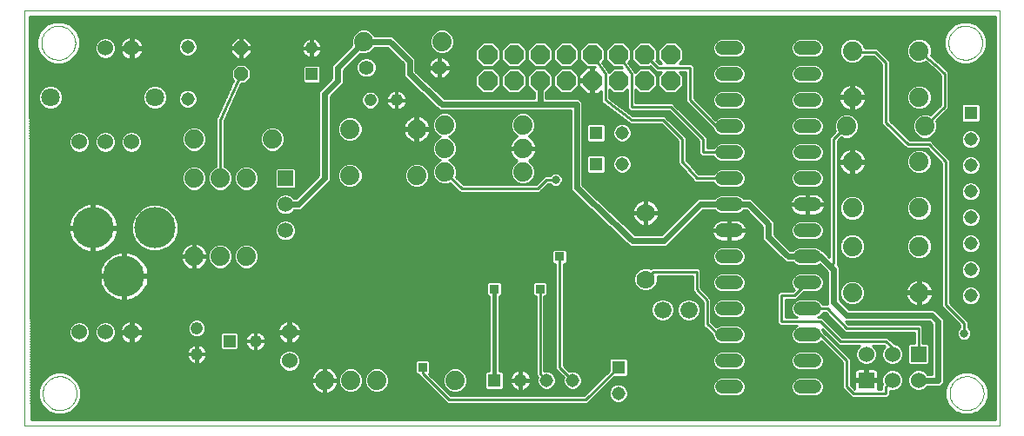
<source format=gbl>
G75*
G70*
%OFA0B0*%
%FSLAX24Y24*%
%IPPOS*%
%LPD*%
%AMOC8*
5,1,8,0,0,1.08239X$1,22.5*
%
%ADD10C,0.0000*%
%ADD11R,0.0600X0.0600*%
%ADD12C,0.0600*%
%ADD13C,0.0520*%
%ADD14C,0.0740*%
%ADD15C,0.0476*%
%ADD16R,0.0476X0.0476*%
%ADD17OC8,0.0520*%
%ADD18R,0.0594X0.0594*%
%ADD19C,0.0594*%
%ADD20C,0.0515*%
%ADD21C,0.1580*%
%ADD22C,0.0709*%
%ADD23OC8,0.0740*%
%ADD24C,0.0660*%
%ADD25R,0.0515X0.0515*%
%ADD26C,0.0554*%
%ADD27C,0.0700*%
%ADD28C,0.0100*%
%ADD29C,0.0240*%
%ADD30C,0.0320*%
%ADD31R,0.0356X0.0356*%
%ADD32C,0.0160*%
D10*
X000983Y000100D02*
X038353Y000100D01*
X038353Y016042D01*
X000983Y016042D01*
X000983Y000100D01*
X001683Y001342D02*
X001685Y001392D01*
X001691Y001442D01*
X001701Y001492D01*
X001714Y001540D01*
X001731Y001588D01*
X001752Y001634D01*
X001776Y001678D01*
X001804Y001720D01*
X001835Y001760D01*
X001869Y001797D01*
X001906Y001832D01*
X001945Y001863D01*
X001986Y001892D01*
X002030Y001917D01*
X002076Y001939D01*
X002123Y001957D01*
X002171Y001971D01*
X002220Y001982D01*
X002270Y001989D01*
X002320Y001992D01*
X002371Y001991D01*
X002421Y001986D01*
X002471Y001977D01*
X002519Y001965D01*
X002567Y001948D01*
X002613Y001928D01*
X002658Y001905D01*
X002701Y001878D01*
X002741Y001848D01*
X002779Y001815D01*
X002814Y001779D01*
X002847Y001740D01*
X002876Y001699D01*
X002902Y001656D01*
X002925Y001611D01*
X002944Y001564D01*
X002959Y001516D01*
X002971Y001467D01*
X002979Y001417D01*
X002983Y001367D01*
X002983Y001317D01*
X002979Y001267D01*
X002971Y001217D01*
X002959Y001168D01*
X002944Y001120D01*
X002925Y001073D01*
X002902Y001028D01*
X002876Y000985D01*
X002847Y000944D01*
X002814Y000905D01*
X002779Y000869D01*
X002741Y000836D01*
X002701Y000806D01*
X002658Y000779D01*
X002613Y000756D01*
X002567Y000736D01*
X002519Y000719D01*
X002471Y000707D01*
X002421Y000698D01*
X002371Y000693D01*
X002320Y000692D01*
X002270Y000695D01*
X002220Y000702D01*
X002171Y000713D01*
X002123Y000727D01*
X002076Y000745D01*
X002030Y000767D01*
X001986Y000792D01*
X001945Y000821D01*
X001906Y000852D01*
X001869Y000887D01*
X001835Y000924D01*
X001804Y000964D01*
X001776Y001006D01*
X001752Y001050D01*
X001731Y001096D01*
X001714Y001144D01*
X001701Y001192D01*
X001691Y001242D01*
X001685Y001292D01*
X001683Y001342D01*
X001633Y014792D02*
X001635Y014842D01*
X001641Y014892D01*
X001651Y014942D01*
X001664Y014990D01*
X001681Y015038D01*
X001702Y015084D01*
X001726Y015128D01*
X001754Y015170D01*
X001785Y015210D01*
X001819Y015247D01*
X001856Y015282D01*
X001895Y015313D01*
X001936Y015342D01*
X001980Y015367D01*
X002026Y015389D01*
X002073Y015407D01*
X002121Y015421D01*
X002170Y015432D01*
X002220Y015439D01*
X002270Y015442D01*
X002321Y015441D01*
X002371Y015436D01*
X002421Y015427D01*
X002469Y015415D01*
X002517Y015398D01*
X002563Y015378D01*
X002608Y015355D01*
X002651Y015328D01*
X002691Y015298D01*
X002729Y015265D01*
X002764Y015229D01*
X002797Y015190D01*
X002826Y015149D01*
X002852Y015106D01*
X002875Y015061D01*
X002894Y015014D01*
X002909Y014966D01*
X002921Y014917D01*
X002929Y014867D01*
X002933Y014817D01*
X002933Y014767D01*
X002929Y014717D01*
X002921Y014667D01*
X002909Y014618D01*
X002894Y014570D01*
X002875Y014523D01*
X002852Y014478D01*
X002826Y014435D01*
X002797Y014394D01*
X002764Y014355D01*
X002729Y014319D01*
X002691Y014286D01*
X002651Y014256D01*
X002608Y014229D01*
X002563Y014206D01*
X002517Y014186D01*
X002469Y014169D01*
X002421Y014157D01*
X002371Y014148D01*
X002321Y014143D01*
X002270Y014142D01*
X002220Y014145D01*
X002170Y014152D01*
X002121Y014163D01*
X002073Y014177D01*
X002026Y014195D01*
X001980Y014217D01*
X001936Y014242D01*
X001895Y014271D01*
X001856Y014302D01*
X001819Y014337D01*
X001785Y014374D01*
X001754Y014414D01*
X001726Y014456D01*
X001702Y014500D01*
X001681Y014546D01*
X001664Y014594D01*
X001651Y014642D01*
X001641Y014692D01*
X001635Y014742D01*
X001633Y014792D01*
X036383Y014792D02*
X036385Y014842D01*
X036391Y014892D01*
X036401Y014942D01*
X036414Y014990D01*
X036431Y015038D01*
X036452Y015084D01*
X036476Y015128D01*
X036504Y015170D01*
X036535Y015210D01*
X036569Y015247D01*
X036606Y015282D01*
X036645Y015313D01*
X036686Y015342D01*
X036730Y015367D01*
X036776Y015389D01*
X036823Y015407D01*
X036871Y015421D01*
X036920Y015432D01*
X036970Y015439D01*
X037020Y015442D01*
X037071Y015441D01*
X037121Y015436D01*
X037171Y015427D01*
X037219Y015415D01*
X037267Y015398D01*
X037313Y015378D01*
X037358Y015355D01*
X037401Y015328D01*
X037441Y015298D01*
X037479Y015265D01*
X037514Y015229D01*
X037547Y015190D01*
X037576Y015149D01*
X037602Y015106D01*
X037625Y015061D01*
X037644Y015014D01*
X037659Y014966D01*
X037671Y014917D01*
X037679Y014867D01*
X037683Y014817D01*
X037683Y014767D01*
X037679Y014717D01*
X037671Y014667D01*
X037659Y014618D01*
X037644Y014570D01*
X037625Y014523D01*
X037602Y014478D01*
X037576Y014435D01*
X037547Y014394D01*
X037514Y014355D01*
X037479Y014319D01*
X037441Y014286D01*
X037401Y014256D01*
X037358Y014229D01*
X037313Y014206D01*
X037267Y014186D01*
X037219Y014169D01*
X037171Y014157D01*
X037121Y014148D01*
X037071Y014143D01*
X037020Y014142D01*
X036970Y014145D01*
X036920Y014152D01*
X036871Y014163D01*
X036823Y014177D01*
X036776Y014195D01*
X036730Y014217D01*
X036686Y014242D01*
X036645Y014271D01*
X036606Y014302D01*
X036569Y014337D01*
X036535Y014374D01*
X036504Y014414D01*
X036476Y014456D01*
X036452Y014500D01*
X036431Y014546D01*
X036414Y014594D01*
X036401Y014642D01*
X036391Y014692D01*
X036385Y014742D01*
X036383Y014792D01*
X036433Y001342D02*
X036435Y001392D01*
X036441Y001442D01*
X036451Y001492D01*
X036464Y001540D01*
X036481Y001588D01*
X036502Y001634D01*
X036526Y001678D01*
X036554Y001720D01*
X036585Y001760D01*
X036619Y001797D01*
X036656Y001832D01*
X036695Y001863D01*
X036736Y001892D01*
X036780Y001917D01*
X036826Y001939D01*
X036873Y001957D01*
X036921Y001971D01*
X036970Y001982D01*
X037020Y001989D01*
X037070Y001992D01*
X037121Y001991D01*
X037171Y001986D01*
X037221Y001977D01*
X037269Y001965D01*
X037317Y001948D01*
X037363Y001928D01*
X037408Y001905D01*
X037451Y001878D01*
X037491Y001848D01*
X037529Y001815D01*
X037564Y001779D01*
X037597Y001740D01*
X037626Y001699D01*
X037652Y001656D01*
X037675Y001611D01*
X037694Y001564D01*
X037709Y001516D01*
X037721Y001467D01*
X037729Y001417D01*
X037733Y001367D01*
X037733Y001317D01*
X037729Y001267D01*
X037721Y001217D01*
X037709Y001168D01*
X037694Y001120D01*
X037675Y001073D01*
X037652Y001028D01*
X037626Y000985D01*
X037597Y000944D01*
X037564Y000905D01*
X037529Y000869D01*
X037491Y000836D01*
X037451Y000806D01*
X037408Y000779D01*
X037363Y000756D01*
X037317Y000736D01*
X037269Y000719D01*
X037221Y000707D01*
X037171Y000698D01*
X037121Y000693D01*
X037070Y000692D01*
X037020Y000695D01*
X036970Y000702D01*
X036921Y000713D01*
X036873Y000727D01*
X036826Y000745D01*
X036780Y000767D01*
X036736Y000792D01*
X036695Y000821D01*
X036656Y000852D01*
X036619Y000887D01*
X036585Y000924D01*
X036554Y000964D01*
X036526Y001006D01*
X036502Y001050D01*
X036481Y001096D01*
X036464Y001144D01*
X036451Y001192D01*
X036441Y001242D01*
X036435Y001292D01*
X036433Y001342D01*
D11*
X033233Y001842D03*
X035233Y002842D03*
D12*
X034233Y002842D03*
X033233Y002842D03*
X034233Y001842D03*
X035233Y001842D03*
X011133Y002592D03*
X011133Y003692D03*
X005083Y003692D03*
X004083Y003692D03*
X003083Y003692D03*
X003083Y010992D03*
X004083Y010992D03*
X005083Y010992D03*
X005083Y014592D03*
X004083Y014592D03*
D13*
X027723Y014592D02*
X028243Y014592D01*
X028243Y013592D02*
X027723Y013592D01*
X027723Y012592D02*
X028243Y012592D01*
X028243Y011592D02*
X027723Y011592D01*
X027723Y010592D02*
X028243Y010592D01*
X028243Y009592D02*
X027723Y009592D01*
X027723Y008592D02*
X028243Y008592D01*
X028243Y007592D02*
X027723Y007592D01*
X027723Y006592D02*
X028243Y006592D01*
X028243Y005592D02*
X027723Y005592D01*
X027723Y004592D02*
X028243Y004592D01*
X028243Y003592D02*
X027723Y003592D01*
X027723Y002592D02*
X028243Y002592D01*
X028243Y001592D02*
X027723Y001592D01*
X030723Y001592D02*
X031243Y001592D01*
X031243Y002592D02*
X030723Y002592D01*
X030723Y003592D02*
X031243Y003592D01*
X031243Y004592D02*
X030723Y004592D01*
X030723Y005592D02*
X031243Y005592D01*
X031243Y006592D02*
X030723Y006592D01*
X030723Y007592D02*
X031243Y007592D01*
X031243Y008592D02*
X030723Y008592D01*
X030723Y009592D02*
X031243Y009592D01*
X031243Y010592D02*
X030723Y010592D01*
X030723Y011592D02*
X031243Y011592D01*
X031243Y012592D02*
X030723Y012592D01*
X030723Y013592D02*
X031243Y013592D01*
X031243Y014592D02*
X030723Y014592D01*
D14*
X032703Y014482D03*
X035263Y014482D03*
X035263Y012702D03*
X035483Y011592D03*
X032703Y012702D03*
X032483Y011592D03*
X032703Y010232D03*
X035263Y010232D03*
X035263Y008452D03*
X032703Y008452D03*
X032703Y006982D03*
X035263Y006982D03*
X035263Y005202D03*
X032703Y005202D03*
X020083Y009842D03*
X020083Y010742D03*
X020083Y011642D03*
X017083Y011642D03*
X016013Y011482D03*
X017083Y010742D03*
X017083Y009842D03*
X016013Y009702D03*
X013453Y009702D03*
X010483Y011092D03*
X013453Y011482D03*
X009483Y009592D03*
X008483Y009592D03*
X007483Y009592D03*
X007483Y011092D03*
X013983Y014842D03*
X016983Y014842D03*
X009483Y006592D03*
X008483Y006592D03*
X007483Y006592D03*
X012483Y001842D03*
X013483Y001842D03*
X014483Y001842D03*
X017483Y001842D03*
D15*
X009833Y003342D03*
X007583Y002842D03*
X007583Y003842D03*
X014233Y012592D03*
X015233Y012592D03*
X011983Y014592D03*
D16*
X011983Y013592D03*
X008833Y003342D03*
D17*
X009283Y013592D03*
X009283Y014592D03*
D18*
X010983Y009592D03*
D19*
X010983Y008592D03*
X010983Y007592D03*
D20*
X007233Y012642D03*
X007233Y014642D03*
X023883Y011342D03*
X023883Y010142D03*
X037233Y010092D03*
X037233Y011092D03*
X037233Y009092D03*
X037233Y008092D03*
X037233Y007092D03*
X037233Y006092D03*
X037233Y005092D03*
X023733Y001342D03*
X021983Y001842D03*
X020983Y001842D03*
X019983Y001842D03*
D21*
X005977Y007692D03*
X003615Y007692D03*
X004796Y005842D03*
D22*
X005983Y012692D03*
X001983Y012692D03*
D23*
X018733Y013342D03*
X019733Y013342D03*
X020733Y013342D03*
X021733Y013342D03*
X022733Y013342D03*
X023733Y013342D03*
X024733Y013342D03*
X025733Y013342D03*
X025733Y014342D03*
X024733Y014342D03*
X023733Y014342D03*
X022733Y014342D03*
X021733Y014342D03*
X020733Y014342D03*
X019733Y014342D03*
X018733Y014342D03*
D24*
X025433Y004542D03*
X026433Y004542D03*
D25*
X023733Y002342D03*
X018983Y001842D03*
X022883Y010142D03*
X022883Y011342D03*
X037233Y012092D03*
D26*
X016883Y013842D03*
X014083Y013842D03*
D27*
X024783Y008272D03*
X024783Y005713D03*
D28*
X025083Y005992D01*
X026733Y005992D01*
X026733Y005342D01*
X027133Y004892D01*
X027133Y003992D01*
X027583Y003592D01*
X027983Y003592D01*
X028453Y003278D02*
X028557Y003383D01*
X028613Y003519D01*
X028613Y003666D01*
X028557Y003802D01*
X028453Y003906D01*
X028317Y003962D01*
X027650Y003962D01*
X027514Y003906D01*
X027494Y003886D01*
X027293Y004064D01*
X027293Y004887D01*
X027297Y004949D01*
X027293Y004953D01*
X027293Y004958D01*
X027250Y005002D01*
X026893Y005403D01*
X026893Y006058D01*
X026800Y006152D01*
X025086Y006152D01*
X025023Y006154D01*
X025020Y006152D01*
X025017Y006152D01*
X024990Y006125D01*
X024875Y006173D01*
X024692Y006173D01*
X024523Y006103D01*
X024393Y005973D01*
X024323Y005804D01*
X024323Y005621D01*
X024393Y005452D01*
X024523Y005323D01*
X024692Y005253D01*
X024875Y005253D01*
X025044Y005323D01*
X025173Y005452D01*
X025243Y005621D01*
X025243Y005804D01*
X025232Y005832D01*
X026573Y005832D01*
X026573Y005347D01*
X026570Y005285D01*
X026573Y005281D01*
X026573Y005276D01*
X026617Y005232D01*
X026973Y004831D01*
X026973Y004053D01*
X026970Y004049D01*
X026973Y003987D01*
X026973Y003926D01*
X026977Y003922D01*
X026978Y003917D01*
X027024Y003876D01*
X027067Y003832D01*
X027073Y003832D01*
X027353Y003582D01*
X027353Y003519D01*
X027410Y003383D01*
X027514Y003278D01*
X027650Y003222D01*
X028317Y003222D01*
X028453Y003278D01*
X028370Y003244D02*
X030597Y003244D01*
X030650Y003222D02*
X031317Y003222D01*
X031453Y003278D01*
X031512Y003337D01*
X032323Y002526D01*
X032323Y001526D01*
X032573Y001276D01*
X032667Y001182D01*
X034050Y001182D01*
X034143Y001276D01*
X034143Y001436D01*
X034152Y001432D01*
X034315Y001432D01*
X034466Y001495D01*
X034581Y001610D01*
X034643Y001761D01*
X034643Y001924D01*
X034581Y002074D01*
X034466Y002190D01*
X034315Y002252D01*
X034152Y002252D01*
X034001Y002190D01*
X033886Y002074D01*
X033823Y001924D01*
X033823Y001761D01*
X033853Y001688D01*
X033823Y001658D01*
X033823Y001502D01*
X033678Y001502D01*
X033683Y001522D01*
X033683Y001792D01*
X033283Y001792D01*
X033283Y001892D01*
X033183Y001892D01*
X033183Y001792D01*
X032783Y001792D01*
X032783Y001522D01*
X032785Y001517D01*
X032643Y001658D01*
X032643Y002658D01*
X032550Y002752D01*
X032827Y002752D01*
X032823Y002761D02*
X032886Y002610D01*
X033001Y002495D01*
X033152Y002432D01*
X033315Y002432D01*
X033466Y002495D01*
X033581Y002610D01*
X033643Y002761D01*
X033643Y002924D01*
X033581Y003074D01*
X033473Y003182D01*
X033917Y003182D01*
X033955Y003144D01*
X033886Y003074D01*
X033823Y002924D01*
X033823Y002761D01*
X033886Y002610D01*
X034001Y002495D01*
X034152Y002432D01*
X034315Y002432D01*
X034466Y002495D01*
X034581Y002610D01*
X034643Y002761D01*
X034643Y002924D01*
X034581Y003074D01*
X034466Y003190D01*
X034315Y003252D01*
X034300Y003252D01*
X034143Y003408D01*
X034050Y003502D01*
X032300Y003502D01*
X031643Y004158D01*
X031550Y004252D01*
X031389Y004252D01*
X031453Y004278D01*
X031557Y004383D01*
X031578Y004432D01*
X031667Y004432D01*
X032417Y003682D01*
X035073Y003682D01*
X035073Y003252D01*
X034888Y003252D01*
X034823Y003188D01*
X034823Y002497D01*
X034888Y002432D01*
X035579Y002432D01*
X035643Y002497D01*
X035643Y003188D01*
X035579Y003252D01*
X035393Y003252D01*
X035393Y003908D01*
X035300Y004002D01*
X032550Y004002D01*
X032440Y004112D01*
X035638Y004112D01*
X035753Y003997D01*
X035753Y002072D01*
X035582Y002072D01*
X035581Y002074D01*
X035466Y002190D01*
X035315Y002252D01*
X035152Y002252D01*
X035001Y002190D01*
X034886Y002074D01*
X034823Y001924D01*
X034823Y001761D01*
X034886Y001610D01*
X035001Y001495D01*
X035152Y001432D01*
X035315Y001432D01*
X035466Y001495D01*
X035581Y001610D01*
X035582Y001612D01*
X036079Y001612D01*
X036213Y001747D01*
X036213Y004187D01*
X036079Y004322D01*
X035829Y004572D01*
X032579Y004572D01*
X032213Y004937D01*
X032213Y006187D01*
X032134Y006267D01*
X032143Y006276D01*
X032143Y011026D01*
X032276Y011158D01*
X032388Y011112D01*
X032579Y011112D01*
X032755Y011185D01*
X032890Y011320D01*
X032963Y011497D01*
X032963Y011688D01*
X032890Y011864D01*
X032755Y011999D01*
X032579Y012072D01*
X032388Y012072D01*
X032211Y011999D01*
X032076Y011864D01*
X032003Y011688D01*
X032003Y011497D01*
X032050Y011385D01*
X031917Y011252D01*
X031823Y011158D01*
X031823Y006577D01*
X031579Y006822D01*
X031537Y006822D01*
X031453Y006906D01*
X031317Y006962D01*
X030650Y006962D01*
X030514Y006906D01*
X030430Y006822D01*
X030329Y006822D01*
X029713Y007437D01*
X029713Y007937D01*
X029579Y008072D01*
X028829Y008822D01*
X028537Y008822D01*
X028453Y008906D01*
X028317Y008962D01*
X027650Y008962D01*
X027514Y008906D01*
X027430Y008822D01*
X026788Y008822D01*
X026653Y008687D01*
X025388Y007422D01*
X024375Y007422D01*
X022363Y009341D01*
X022363Y012537D01*
X022229Y012672D01*
X020963Y012672D01*
X020963Y012893D01*
X021213Y013143D01*
X021213Y013541D01*
X020932Y013822D01*
X020535Y013822D01*
X020253Y013541D01*
X020253Y013143D01*
X020503Y012893D01*
X020503Y012672D01*
X017073Y012672D01*
X015963Y013693D01*
X015963Y014187D01*
X015829Y014322D01*
X015079Y015072D01*
X014408Y015072D01*
X014390Y015114D01*
X014255Y015249D01*
X014079Y015322D01*
X013888Y015322D01*
X013711Y015249D01*
X013576Y015114D01*
X013503Y014938D01*
X013503Y014747D01*
X013521Y014705D01*
X012753Y013937D01*
X012753Y013437D01*
X012253Y012937D01*
X012253Y009687D01*
X011388Y008822D01*
X011328Y008822D01*
X011328Y008823D01*
X011214Y008937D01*
X011064Y008999D01*
X010902Y008999D01*
X010753Y008937D01*
X010638Y008823D01*
X010576Y008673D01*
X010576Y008511D01*
X010638Y008362D01*
X010753Y008247D01*
X010902Y008185D01*
X011064Y008185D01*
X011214Y008247D01*
X011328Y008362D01*
X011328Y008362D01*
X011579Y008362D01*
X012579Y009362D01*
X012713Y009497D01*
X012713Y012747D01*
X013079Y013112D01*
X013213Y013247D01*
X013213Y013747D01*
X013846Y014379D01*
X013888Y014362D01*
X014079Y014362D01*
X014255Y014435D01*
X014390Y014570D01*
X014408Y014612D01*
X014888Y014612D01*
X015503Y013997D01*
X015503Y013682D01*
X015500Y013678D01*
X015503Y013587D01*
X015503Y013497D01*
X015507Y013493D01*
X015507Y013487D01*
X015574Y013426D01*
X015638Y013362D01*
X015644Y013362D01*
X016824Y012276D01*
X016888Y012212D01*
X016894Y012212D01*
X016898Y012208D01*
X016988Y012212D01*
X021903Y012212D01*
X021903Y009334D01*
X021901Y009332D01*
X021903Y009239D01*
X021903Y009147D01*
X021906Y009145D01*
X021906Y009141D01*
X021973Y009078D01*
X022038Y009012D01*
X022041Y009012D01*
X024123Y007028D01*
X024188Y006962D01*
X024191Y006962D01*
X024194Y006960D01*
X024286Y006962D01*
X025579Y006962D01*
X026979Y008362D01*
X027430Y008362D01*
X027514Y008278D01*
X027650Y008222D01*
X028317Y008222D01*
X028453Y008278D01*
X028537Y008362D01*
X028638Y008362D01*
X029253Y007747D01*
X029253Y007247D01*
X030003Y006497D01*
X030138Y006362D01*
X030430Y006362D01*
X030514Y006278D01*
X030650Y006222D01*
X031317Y006222D01*
X031453Y006278D01*
X031462Y006288D01*
X031628Y006122D01*
X031753Y005997D01*
X031753Y004752D01*
X031578Y004752D01*
X031557Y004802D01*
X031453Y004906D01*
X031317Y004962D01*
X030650Y004962D01*
X030514Y004906D01*
X030410Y004802D01*
X030353Y004666D01*
X030353Y004519D01*
X030410Y004383D01*
X030514Y004278D01*
X030577Y004252D01*
X030143Y004252D01*
X030143Y004932D01*
X030550Y004932D01*
X030840Y005222D01*
X031317Y005222D01*
X031453Y005278D01*
X031557Y005383D01*
X031613Y005519D01*
X031613Y005666D01*
X031557Y005802D01*
X031453Y005906D01*
X031317Y005962D01*
X030650Y005962D01*
X030514Y005906D01*
X030410Y005802D01*
X030353Y005666D01*
X030353Y005519D01*
X030410Y005383D01*
X030479Y005314D01*
X030417Y005252D01*
X029917Y005252D01*
X029823Y005158D01*
X029823Y004026D01*
X029917Y003932D01*
X030577Y003932D01*
X030514Y003906D01*
X030410Y003802D01*
X030353Y003666D01*
X030353Y003519D01*
X030410Y003383D01*
X030514Y003278D01*
X030650Y003222D01*
X030450Y003343D02*
X028517Y003343D01*
X028581Y003441D02*
X030385Y003441D01*
X030353Y003540D02*
X028613Y003540D01*
X028613Y003638D02*
X030353Y003638D01*
X030383Y003737D02*
X028584Y003737D01*
X028524Y003835D02*
X030443Y003835D01*
X029916Y003934D02*
X028386Y003934D01*
X028317Y004222D02*
X028453Y004278D01*
X028557Y004383D01*
X028613Y004519D01*
X028613Y004666D01*
X028557Y004802D01*
X028453Y004906D01*
X028317Y004962D01*
X027650Y004962D01*
X027514Y004906D01*
X027410Y004802D01*
X027353Y004666D01*
X027353Y004519D01*
X027410Y004383D01*
X027514Y004278D01*
X027650Y004222D01*
X028317Y004222D01*
X028334Y004229D02*
X029823Y004229D01*
X029823Y004131D02*
X027293Y004131D01*
X027293Y004229D02*
X027633Y004229D01*
X027465Y004328D02*
X027293Y004328D01*
X027293Y004426D02*
X027392Y004426D01*
X027353Y004525D02*
X027293Y004525D01*
X027293Y004623D02*
X027353Y004623D01*
X027376Y004722D02*
X027293Y004722D01*
X027293Y004820D02*
X027428Y004820D01*
X027545Y004919D02*
X027295Y004919D01*
X027236Y005017D02*
X029823Y005017D01*
X029823Y004919D02*
X028422Y004919D01*
X028539Y004820D02*
X029823Y004820D01*
X029823Y004722D02*
X028590Y004722D01*
X028613Y004623D02*
X029823Y004623D01*
X029823Y004525D02*
X028613Y004525D01*
X028575Y004426D02*
X029823Y004426D01*
X029823Y004328D02*
X028502Y004328D01*
X027581Y003934D02*
X027440Y003934D01*
X027329Y004032D02*
X029823Y004032D01*
X029983Y004092D02*
X029983Y005092D01*
X030483Y005092D01*
X030983Y005592D01*
X031487Y005313D02*
X031753Y005313D01*
X031753Y005411D02*
X031569Y005411D01*
X031610Y005510D02*
X031753Y005510D01*
X031753Y005608D02*
X031613Y005608D01*
X031596Y005707D02*
X031753Y005707D01*
X031753Y005805D02*
X031554Y005805D01*
X031455Y005904D02*
X031753Y005904D01*
X031748Y006002D02*
X026893Y006002D01*
X026893Y005904D02*
X027512Y005904D01*
X027514Y005906D02*
X027410Y005802D01*
X027353Y005666D01*
X027353Y005519D01*
X027410Y005383D01*
X027514Y005278D01*
X027650Y005222D01*
X028317Y005222D01*
X028453Y005278D01*
X028557Y005383D01*
X028613Y005519D01*
X028613Y005666D01*
X028557Y005802D01*
X028453Y005906D01*
X028317Y005962D01*
X027650Y005962D01*
X027514Y005906D01*
X027413Y005805D02*
X026893Y005805D01*
X026893Y005707D02*
X027370Y005707D01*
X027353Y005608D02*
X026893Y005608D01*
X026893Y005510D02*
X027357Y005510D01*
X027398Y005411D02*
X026893Y005411D01*
X026974Y005313D02*
X027480Y005313D01*
X027061Y005214D02*
X029879Y005214D01*
X029823Y005116D02*
X027149Y005116D01*
X026896Y004919D02*
X026674Y004919D01*
X026683Y004915D02*
X026521Y004982D01*
X026346Y004982D01*
X026184Y004915D01*
X026060Y004791D01*
X025993Y004630D01*
X025993Y004455D01*
X026060Y004293D01*
X026184Y004169D01*
X026346Y004102D01*
X026521Y004102D01*
X026683Y004169D01*
X026806Y004293D01*
X026873Y004455D01*
X026873Y004630D01*
X026806Y004791D01*
X026683Y004915D01*
X026778Y004820D02*
X026973Y004820D01*
X026973Y004722D02*
X026835Y004722D01*
X026873Y004623D02*
X026973Y004623D01*
X026973Y004525D02*
X026873Y004525D01*
X026862Y004426D02*
X026973Y004426D01*
X026973Y004328D02*
X026821Y004328D01*
X026743Y004229D02*
X026973Y004229D01*
X026973Y004131D02*
X026590Y004131D01*
X026277Y004131D02*
X025590Y004131D01*
X025521Y004102D02*
X025683Y004169D01*
X025806Y004293D01*
X025873Y004455D01*
X025873Y004630D01*
X025806Y004791D01*
X025683Y004915D01*
X025521Y004982D01*
X025346Y004982D01*
X025184Y004915D01*
X025060Y004791D01*
X024993Y004630D01*
X024993Y004455D01*
X025060Y004293D01*
X025184Y004169D01*
X025346Y004102D01*
X025521Y004102D01*
X025277Y004131D02*
X021643Y004131D01*
X021643Y004229D02*
X025124Y004229D01*
X025046Y004328D02*
X021643Y004328D01*
X021643Y004426D02*
X025005Y004426D01*
X024993Y004525D02*
X021643Y004525D01*
X021643Y004623D02*
X024993Y004623D01*
X025031Y004722D02*
X021643Y004722D01*
X021643Y004820D02*
X025089Y004820D01*
X025193Y004919D02*
X021643Y004919D01*
X021643Y005017D02*
X026808Y005017D01*
X026721Y005116D02*
X021643Y005116D01*
X021643Y005214D02*
X026633Y005214D01*
X026571Y005313D02*
X025020Y005313D01*
X025132Y005411D02*
X026573Y005411D01*
X026573Y005510D02*
X025197Y005510D01*
X025238Y005608D02*
X026573Y005608D01*
X026573Y005707D02*
X025243Y005707D01*
X025243Y005805D02*
X026573Y005805D01*
X026851Y006101D02*
X031650Y006101D01*
X031551Y006199D02*
X021643Y006199D01*
X021643Y006101D02*
X024521Y006101D01*
X024422Y006002D02*
X021643Y006002D01*
X021643Y005904D02*
X024365Y005904D01*
X024324Y005805D02*
X021643Y005805D01*
X021643Y005707D02*
X024323Y005707D01*
X024329Y005608D02*
X021643Y005608D01*
X021643Y005510D02*
X024369Y005510D01*
X024434Y005411D02*
X021643Y005411D01*
X021643Y005313D02*
X024547Y005313D01*
X025674Y004919D02*
X026193Y004919D01*
X026089Y004820D02*
X025778Y004820D01*
X025835Y004722D02*
X026031Y004722D01*
X025993Y004623D02*
X025873Y004623D01*
X025873Y004525D02*
X025993Y004525D01*
X026005Y004426D02*
X025862Y004426D01*
X025821Y004328D02*
X026046Y004328D01*
X026124Y004229D02*
X025743Y004229D01*
X026971Y004032D02*
X021643Y004032D01*
X021643Y003934D02*
X026973Y003934D01*
X027064Y003835D02*
X021643Y003835D01*
X021643Y003737D02*
X027180Y003737D01*
X027291Y003638D02*
X021643Y003638D01*
X021643Y003540D02*
X027353Y003540D01*
X027385Y003441D02*
X021643Y003441D01*
X021643Y003343D02*
X027450Y003343D01*
X027597Y003244D02*
X021643Y003244D01*
X021643Y003146D02*
X031704Y003146D01*
X031802Y003047D02*
X021643Y003047D01*
X021643Y002949D02*
X027617Y002949D01*
X027650Y002962D02*
X027514Y002906D01*
X027410Y002802D01*
X027353Y002666D01*
X027353Y002519D01*
X027410Y002383D01*
X027514Y002278D01*
X027650Y002222D01*
X028317Y002222D01*
X028453Y002278D01*
X028557Y002383D01*
X028613Y002519D01*
X028613Y002666D01*
X028557Y002802D01*
X028453Y002906D01*
X028317Y002962D01*
X027650Y002962D01*
X027458Y002850D02*
X021643Y002850D01*
X021643Y002752D02*
X027389Y002752D01*
X027353Y002653D02*
X024093Y002653D01*
X024101Y002645D02*
X024036Y002710D01*
X023430Y002710D01*
X023366Y002645D01*
X023366Y002201D01*
X022417Y001252D01*
X017300Y001252D01*
X016477Y002074D01*
X016521Y002118D01*
X016521Y002566D01*
X016457Y002630D01*
X016010Y002630D01*
X015945Y002566D01*
X015945Y002118D01*
X016010Y002054D01*
X016073Y002054D01*
X016073Y002026D01*
X017073Y001026D01*
X017167Y000932D01*
X022550Y000932D01*
X023592Y001975D01*
X024036Y001975D01*
X024101Y002039D01*
X024101Y002645D01*
X024101Y002555D02*
X027353Y002555D01*
X027379Y002456D02*
X024101Y002456D01*
X024101Y002358D02*
X027435Y002358D01*
X027560Y002259D02*
X024101Y002259D01*
X024101Y002161D02*
X032323Y002161D01*
X032323Y002259D02*
X031406Y002259D01*
X031453Y002278D02*
X031557Y002383D01*
X031613Y002519D01*
X031613Y002666D01*
X031557Y002802D01*
X031453Y002906D01*
X031317Y002962D01*
X030650Y002962D01*
X030514Y002906D01*
X030410Y002802D01*
X030353Y002666D01*
X030353Y002519D01*
X030410Y002383D01*
X030514Y002278D01*
X030650Y002222D01*
X031317Y002222D01*
X031453Y002278D01*
X031532Y002358D02*
X032323Y002358D01*
X032323Y002456D02*
X031587Y002456D01*
X031613Y002555D02*
X032295Y002555D01*
X032196Y002653D02*
X031613Y002653D01*
X031578Y002752D02*
X032098Y002752D01*
X031999Y002850D02*
X031509Y002850D01*
X031350Y002949D02*
X031901Y002949D01*
X032156Y003146D02*
X032957Y003146D01*
X032994Y003182D02*
X032886Y003074D01*
X032823Y002924D01*
X032823Y002761D01*
X032823Y002850D02*
X032452Y002850D01*
X032550Y002752D02*
X031597Y003704D01*
X031564Y003785D01*
X032167Y003182D01*
X032994Y003182D01*
X032874Y003047D02*
X032255Y003047D01*
X032353Y002949D02*
X032834Y002949D01*
X032868Y002653D02*
X032643Y002653D01*
X032643Y002555D02*
X032941Y002555D01*
X033094Y002456D02*
X032643Y002456D01*
X032643Y002358D02*
X035753Y002358D01*
X035753Y002456D02*
X035603Y002456D01*
X035643Y002555D02*
X035753Y002555D01*
X035753Y002653D02*
X035643Y002653D01*
X035643Y002752D02*
X035753Y002752D01*
X035753Y002850D02*
X035643Y002850D01*
X035643Y002949D02*
X035753Y002949D01*
X035753Y003047D02*
X035643Y003047D01*
X035643Y003146D02*
X035753Y003146D01*
X035753Y003244D02*
X035587Y003244D01*
X035753Y003343D02*
X035393Y003343D01*
X035393Y003441D02*
X035753Y003441D01*
X035753Y003540D02*
X035393Y003540D01*
X035393Y003638D02*
X035753Y003638D01*
X035753Y003737D02*
X035393Y003737D01*
X035393Y003835D02*
X035753Y003835D01*
X035753Y003934D02*
X035368Y003934D01*
X035233Y003842D02*
X032483Y003842D01*
X031733Y004592D01*
X030983Y004592D01*
X030545Y004919D02*
X030143Y004919D01*
X030143Y004820D02*
X030428Y004820D01*
X030376Y004722D02*
X030143Y004722D01*
X030143Y004623D02*
X030353Y004623D01*
X030353Y004525D02*
X030143Y004525D01*
X030143Y004426D02*
X030392Y004426D01*
X030465Y004328D02*
X030143Y004328D01*
X029983Y004092D02*
X031483Y004092D01*
X032233Y003342D01*
X033983Y003342D01*
X034233Y003092D01*
X034233Y002842D01*
X033823Y002850D02*
X033643Y002850D01*
X033640Y002752D02*
X033827Y002752D01*
X033868Y002653D02*
X033599Y002653D01*
X033526Y002555D02*
X033941Y002555D01*
X034094Y002456D02*
X033373Y002456D01*
X033283Y002292D02*
X033283Y001892D01*
X033683Y001892D01*
X033683Y002162D01*
X033673Y002200D01*
X033653Y002234D01*
X033625Y002262D01*
X033591Y002282D01*
X033553Y002292D01*
X033283Y002292D01*
X033283Y002259D02*
X033183Y002259D01*
X033183Y002292D02*
X032914Y002292D01*
X032875Y002282D01*
X032841Y002262D01*
X032813Y002234D01*
X032794Y002200D01*
X032783Y002162D01*
X032783Y001892D01*
X033183Y001892D01*
X033183Y002292D01*
X033183Y002161D02*
X033283Y002161D01*
X033283Y002062D02*
X033183Y002062D01*
X033183Y001964D02*
X033283Y001964D01*
X033283Y001865D02*
X033823Y001865D01*
X033823Y001767D02*
X033683Y001767D01*
X033683Y001668D02*
X033833Y001668D01*
X033823Y001570D02*
X033683Y001570D01*
X033983Y001592D02*
X033983Y001342D01*
X032733Y001342D01*
X032483Y001592D01*
X032483Y002592D01*
X031483Y003592D01*
X030983Y003592D01*
X031584Y003737D02*
X031613Y003737D01*
X031664Y003638D02*
X031711Y003638D01*
X031762Y003540D02*
X031810Y003540D01*
X031861Y003441D02*
X031908Y003441D01*
X031959Y003343D02*
X032007Y003343D01*
X032058Y003244D02*
X032105Y003244D01*
X032262Y003540D02*
X035073Y003540D01*
X035073Y003638D02*
X032164Y003638D01*
X032065Y003737D02*
X032363Y003737D01*
X032264Y003835D02*
X031967Y003835D01*
X031868Y003934D02*
X032166Y003934D01*
X032067Y004032D02*
X031770Y004032D01*
X031671Y004131D02*
X031969Y004131D01*
X031870Y004229D02*
X031573Y004229D01*
X031502Y004328D02*
X031772Y004328D01*
X031673Y004426D02*
X031575Y004426D01*
X031539Y004820D02*
X031753Y004820D01*
X031753Y004919D02*
X031422Y004919D01*
X031753Y005017D02*
X030635Y005017D01*
X030733Y005116D02*
X031753Y005116D01*
X031753Y005214D02*
X030832Y005214D01*
X030478Y005313D02*
X028487Y005313D01*
X028569Y005411D02*
X030398Y005411D01*
X030357Y005510D02*
X028610Y005510D01*
X028613Y005608D02*
X030353Y005608D01*
X030370Y005707D02*
X028596Y005707D01*
X028554Y005805D02*
X030413Y005805D01*
X030512Y005904D02*
X028455Y005904D01*
X028317Y006222D02*
X027650Y006222D01*
X027514Y006278D01*
X027410Y006383D01*
X027353Y006519D01*
X027353Y006666D01*
X027410Y006802D01*
X027514Y006906D01*
X027650Y006962D01*
X028317Y006962D01*
X028453Y006906D01*
X028557Y006802D01*
X028613Y006666D01*
X028613Y006519D01*
X028557Y006383D01*
X028453Y006278D01*
X028317Y006222D01*
X028472Y006298D02*
X030495Y006298D01*
X030104Y006396D02*
X028563Y006396D01*
X028603Y006495D02*
X030006Y006495D01*
X029907Y006593D02*
X028613Y006593D01*
X028603Y006692D02*
X029809Y006692D01*
X029710Y006790D02*
X028562Y006790D01*
X028470Y006889D02*
X029612Y006889D01*
X029513Y006987D02*
X025604Y006987D01*
X025702Y007086D02*
X029415Y007086D01*
X029316Y007184D02*
X028288Y007184D01*
X028276Y007182D02*
X028339Y007192D01*
X028401Y007212D01*
X028458Y007241D01*
X028510Y007279D01*
X028556Y007325D01*
X028594Y007377D01*
X028623Y007435D01*
X028643Y007496D01*
X028653Y007560D01*
X028653Y007562D01*
X028013Y007562D01*
X028013Y007182D01*
X028276Y007182D01*
X028514Y007283D02*
X029253Y007283D01*
X029253Y007381D02*
X028596Y007381D01*
X028638Y007480D02*
X029253Y007480D01*
X029253Y007578D02*
X028013Y007578D01*
X028013Y007562D02*
X028013Y007622D01*
X027953Y007622D01*
X027953Y007562D01*
X027313Y007562D01*
X027313Y007560D01*
X027323Y007496D01*
X027343Y007435D01*
X027373Y007377D01*
X027411Y007325D01*
X027456Y007279D01*
X027508Y007241D01*
X027566Y007212D01*
X027627Y007192D01*
X027691Y007182D01*
X027953Y007182D01*
X027953Y007562D01*
X028013Y007562D01*
X028013Y007622D02*
X028653Y007622D01*
X028653Y007624D01*
X028643Y007688D01*
X028623Y007750D01*
X028594Y007807D01*
X028556Y007859D01*
X028510Y007905D01*
X028458Y007943D01*
X028401Y007972D01*
X028339Y007992D01*
X028276Y008002D01*
X028013Y008002D01*
X028013Y007622D01*
X028013Y007677D02*
X027953Y007677D01*
X027953Y007622D02*
X027953Y008002D01*
X027691Y008002D01*
X027627Y007992D01*
X027566Y007972D01*
X027508Y007943D01*
X027456Y007905D01*
X027411Y007859D01*
X027373Y007807D01*
X027343Y007750D01*
X027323Y007688D01*
X027313Y007624D01*
X027313Y007622D01*
X027953Y007622D01*
X027953Y007578D02*
X026195Y007578D01*
X026293Y007677D02*
X027322Y007677D01*
X027356Y007775D02*
X026392Y007775D01*
X026490Y007874D02*
X027425Y007874D01*
X027566Y007972D02*
X026589Y007972D01*
X026687Y008071D02*
X028930Y008071D01*
X029028Y007972D02*
X028401Y007972D01*
X028542Y007874D02*
X029127Y007874D01*
X029225Y007775D02*
X028610Y007775D01*
X028645Y007677D02*
X029253Y007677D01*
X029713Y007677D02*
X030358Y007677D01*
X030353Y007666D02*
X030353Y007519D01*
X030410Y007383D01*
X030514Y007278D01*
X030650Y007222D01*
X031317Y007222D01*
X031453Y007278D01*
X031557Y007383D01*
X031613Y007519D01*
X031613Y007666D01*
X031557Y007802D01*
X031453Y007906D01*
X031317Y007962D01*
X030650Y007962D01*
X030514Y007906D01*
X030410Y007802D01*
X030353Y007666D01*
X030353Y007578D02*
X029713Y007578D01*
X029713Y007480D02*
X030369Y007480D01*
X030411Y007381D02*
X029770Y007381D01*
X029868Y007283D02*
X030510Y007283D01*
X030065Y007086D02*
X031823Y007086D01*
X031823Y007184D02*
X029967Y007184D01*
X030164Y006987D02*
X031823Y006987D01*
X031823Y006889D02*
X031470Y006889D01*
X031611Y006790D02*
X031823Y006790D01*
X031823Y006692D02*
X031709Y006692D01*
X031808Y006593D02*
X031823Y006593D01*
X032143Y006593D02*
X032413Y006593D01*
X032431Y006575D02*
X032608Y006502D01*
X032799Y006502D01*
X032975Y006575D01*
X033110Y006710D01*
X033183Y006887D01*
X033183Y007078D01*
X033110Y007254D01*
X032975Y007389D01*
X032799Y007462D01*
X032608Y007462D01*
X032431Y007389D01*
X032296Y007254D01*
X032223Y007078D01*
X032223Y006887D01*
X032296Y006710D01*
X032431Y006575D01*
X032315Y006692D02*
X032143Y006692D01*
X032143Y006790D02*
X032263Y006790D01*
X032223Y006889D02*
X032143Y006889D01*
X032143Y006987D02*
X032223Y006987D01*
X032227Y007086D02*
X032143Y007086D01*
X032143Y007184D02*
X032267Y007184D01*
X032325Y007283D02*
X032143Y007283D01*
X032143Y007381D02*
X032424Y007381D01*
X032143Y007480D02*
X036123Y007480D01*
X036123Y007578D02*
X032143Y007578D01*
X032143Y007677D02*
X036123Y007677D01*
X036123Y007775D02*
X032143Y007775D01*
X032143Y007874D02*
X036123Y007874D01*
X036123Y007972D02*
X035359Y007972D01*
X035535Y008045D01*
X035670Y008180D01*
X035743Y008357D01*
X035743Y008548D01*
X035670Y008724D01*
X035535Y008859D01*
X035359Y008932D01*
X035168Y008932D01*
X034991Y008859D01*
X032976Y008859D01*
X032975Y008859D02*
X032799Y008932D01*
X032608Y008932D01*
X032431Y008859D01*
X032143Y008859D01*
X032143Y008957D02*
X036123Y008957D01*
X036123Y008859D02*
X035536Y008859D01*
X035634Y008760D02*
X036123Y008760D01*
X036123Y008662D02*
X035696Y008662D01*
X035737Y008563D02*
X036123Y008563D01*
X036123Y008465D02*
X035743Y008465D01*
X035743Y008366D02*
X036123Y008366D01*
X036123Y008268D02*
X035706Y008268D01*
X035659Y008169D02*
X036123Y008169D01*
X036123Y008071D02*
X035561Y008071D01*
X035359Y007972D02*
X035168Y007972D01*
X034991Y008045D01*
X034856Y008180D01*
X034783Y008357D01*
X034783Y008548D01*
X034856Y008724D01*
X034991Y008859D01*
X034893Y008760D02*
X033074Y008760D01*
X033110Y008724D02*
X032975Y008859D01*
X033110Y008724D02*
X033183Y008548D01*
X033183Y008357D01*
X033110Y008180D01*
X032975Y008045D01*
X032799Y007972D01*
X035168Y007972D01*
X034966Y008071D02*
X033001Y008071D01*
X033099Y008169D02*
X034867Y008169D01*
X034820Y008268D02*
X033146Y008268D01*
X033183Y008366D02*
X034783Y008366D01*
X034783Y008465D02*
X033183Y008465D01*
X033177Y008563D02*
X034790Y008563D01*
X034831Y008662D02*
X033136Y008662D01*
X032431Y008859D02*
X032296Y008724D01*
X032223Y008548D01*
X032223Y008357D01*
X032296Y008180D01*
X032431Y008045D01*
X032608Y007972D01*
X032799Y007972D01*
X032608Y007972D02*
X032143Y007972D01*
X032143Y008071D02*
X032406Y008071D01*
X032307Y008169D02*
X032143Y008169D01*
X032143Y008268D02*
X032260Y008268D01*
X032223Y008366D02*
X032143Y008366D01*
X032143Y008465D02*
X032223Y008465D01*
X032230Y008563D02*
X032143Y008563D01*
X032143Y008662D02*
X032271Y008662D01*
X032333Y008760D02*
X032143Y008760D01*
X031823Y008760D02*
X031618Y008760D01*
X031623Y008750D02*
X031594Y008807D01*
X031556Y008859D01*
X031510Y008905D01*
X031458Y008943D01*
X031401Y008972D01*
X031339Y008992D01*
X031276Y009002D01*
X031013Y009002D01*
X031013Y008622D01*
X030953Y008622D01*
X030953Y008562D01*
X030313Y008562D01*
X030313Y008560D01*
X030323Y008496D01*
X030343Y008435D01*
X030373Y008377D01*
X030411Y008325D01*
X030456Y008279D01*
X030508Y008241D01*
X030566Y008212D01*
X030627Y008192D01*
X030691Y008182D01*
X030953Y008182D01*
X030953Y008562D01*
X031013Y008562D01*
X031013Y008182D01*
X031276Y008182D01*
X031339Y008192D01*
X031401Y008212D01*
X031458Y008241D01*
X031510Y008279D01*
X031556Y008325D01*
X031594Y008377D01*
X031623Y008435D01*
X031643Y008496D01*
X031653Y008560D01*
X031653Y008562D01*
X031013Y008562D01*
X031013Y008622D01*
X031653Y008622D01*
X031653Y008624D01*
X031643Y008688D01*
X031623Y008750D01*
X031647Y008662D02*
X031823Y008662D01*
X031823Y008563D02*
X031013Y008563D01*
X030953Y008563D02*
X029088Y008563D01*
X029186Y008465D02*
X030334Y008465D01*
X030381Y008366D02*
X029285Y008366D01*
X029383Y008268D02*
X030472Y008268D01*
X030313Y008622D02*
X030953Y008622D01*
X030953Y009002D01*
X030691Y009002D01*
X030627Y008992D01*
X030566Y008972D01*
X030508Y008943D01*
X030456Y008905D01*
X030411Y008859D01*
X030373Y008807D01*
X030343Y008750D01*
X030323Y008688D01*
X030313Y008624D01*
X030313Y008622D01*
X030319Y008662D02*
X028989Y008662D01*
X028891Y008760D02*
X030349Y008760D01*
X030410Y008859D02*
X028500Y008859D01*
X028329Y008957D02*
X030537Y008957D01*
X030953Y008957D02*
X031013Y008957D01*
X031013Y008859D02*
X030953Y008859D01*
X030953Y008760D02*
X031013Y008760D01*
X031013Y008662D02*
X030953Y008662D01*
X031430Y008957D02*
X031823Y008957D01*
X031823Y008859D02*
X031556Y008859D01*
X031823Y009056D02*
X022662Y009056D01*
X022559Y009154D02*
X031823Y009154D01*
X031823Y009253D02*
X031391Y009253D01*
X031453Y009278D02*
X031557Y009383D01*
X031613Y009519D01*
X031613Y009666D01*
X031557Y009802D01*
X031453Y009906D01*
X031317Y009962D01*
X030650Y009962D01*
X030514Y009906D01*
X030410Y009802D01*
X030353Y009666D01*
X030353Y009519D01*
X030410Y009383D01*
X030514Y009278D01*
X030650Y009222D01*
X031317Y009222D01*
X031453Y009278D01*
X031526Y009351D02*
X031823Y009351D01*
X031823Y009450D02*
X031585Y009450D01*
X031613Y009548D02*
X031823Y009548D01*
X031823Y009647D02*
X031613Y009647D01*
X031580Y009745D02*
X031823Y009745D01*
X031823Y009844D02*
X031515Y009844D01*
X031365Y009942D02*
X031823Y009942D01*
X031823Y010041D02*
X026563Y010041D01*
X026480Y010139D02*
X031823Y010139D01*
X031823Y010238D02*
X031354Y010238D01*
X031317Y010222D02*
X031453Y010278D01*
X031557Y010383D01*
X031613Y010519D01*
X031613Y010666D01*
X031557Y010802D01*
X031453Y010906D01*
X031317Y010962D01*
X030650Y010962D01*
X030514Y010906D01*
X030410Y010802D01*
X030353Y010666D01*
X030353Y010519D01*
X030410Y010383D01*
X030514Y010278D01*
X030650Y010222D01*
X031317Y010222D01*
X031511Y010336D02*
X031823Y010336D01*
X031823Y010435D02*
X031579Y010435D01*
X031613Y010533D02*
X031823Y010533D01*
X031823Y010632D02*
X031613Y010632D01*
X031587Y010730D02*
X031823Y010730D01*
X031823Y010829D02*
X031530Y010829D01*
X031401Y010927D02*
X031823Y010927D01*
X031823Y011026D02*
X027143Y011026D01*
X027143Y011124D02*
X031823Y011124D01*
X031888Y011223D02*
X031318Y011223D01*
X031317Y011222D02*
X031453Y011278D01*
X031557Y011383D01*
X031613Y011519D01*
X031613Y011666D01*
X031557Y011802D01*
X031453Y011906D01*
X031317Y011962D01*
X030650Y011962D01*
X030514Y011906D01*
X030410Y011802D01*
X030353Y011666D01*
X030353Y011519D01*
X030410Y011383D01*
X030514Y011278D01*
X030650Y011222D01*
X031317Y011222D01*
X031496Y011321D02*
X031986Y011321D01*
X031917Y011252D02*
X031917Y011252D01*
X031983Y011092D02*
X031983Y006342D01*
X031858Y006217D01*
X032143Y006298D02*
X036123Y006298D01*
X036123Y006396D02*
X032143Y006396D01*
X032143Y006495D02*
X036123Y006495D01*
X036123Y006593D02*
X035553Y006593D01*
X035535Y006575D02*
X035670Y006710D01*
X035743Y006887D01*
X035743Y007078D01*
X035670Y007254D01*
X035535Y007389D01*
X035359Y007462D01*
X035168Y007462D01*
X034991Y007389D01*
X034856Y007254D01*
X034783Y007078D01*
X034783Y006887D01*
X034856Y006710D01*
X034991Y006575D01*
X035168Y006502D01*
X035359Y006502D01*
X035535Y006575D01*
X035652Y006692D02*
X036123Y006692D01*
X036123Y006790D02*
X035703Y006790D01*
X035743Y006889D02*
X036123Y006889D01*
X036123Y006987D02*
X035743Y006987D01*
X035740Y007086D02*
X036123Y007086D01*
X036123Y007184D02*
X035699Y007184D01*
X035642Y007283D02*
X036123Y007283D01*
X036123Y007381D02*
X035543Y007381D01*
X034984Y007381D02*
X032983Y007381D01*
X033082Y007283D02*
X034885Y007283D01*
X034827Y007184D02*
X033139Y007184D01*
X033180Y007086D02*
X034787Y007086D01*
X034783Y006987D02*
X033183Y006987D01*
X033183Y006889D02*
X034783Y006889D01*
X034823Y006790D02*
X033143Y006790D01*
X033092Y006692D02*
X034875Y006692D01*
X034973Y006593D02*
X032993Y006593D01*
X032202Y006199D02*
X036123Y006199D01*
X036123Y006101D02*
X032213Y006101D01*
X032213Y006002D02*
X036123Y006002D01*
X036123Y005904D02*
X032213Y005904D01*
X032213Y005805D02*
X036123Y005805D01*
X036123Y005707D02*
X035393Y005707D01*
X035385Y005709D02*
X035313Y005721D01*
X035313Y005252D01*
X035213Y005252D01*
X035213Y005152D01*
X034745Y005152D01*
X034756Y005080D01*
X034781Y005003D01*
X034819Y004930D01*
X034867Y004863D01*
X034925Y004805D01*
X034991Y004757D01*
X035064Y004720D01*
X035142Y004695D01*
X035213Y004684D01*
X035213Y005152D01*
X035313Y005152D01*
X035313Y004684D01*
X035385Y004695D01*
X035463Y004720D01*
X035536Y004757D01*
X035602Y004805D01*
X035660Y004863D01*
X035708Y004930D01*
X035745Y005003D01*
X035771Y005080D01*
X035782Y005152D01*
X035313Y005152D01*
X035313Y005252D01*
X035782Y005252D01*
X035771Y005324D01*
X035745Y005402D01*
X035708Y005475D01*
X035660Y005541D01*
X035602Y005599D01*
X035536Y005647D01*
X035463Y005684D01*
X035385Y005709D01*
X035313Y005707D02*
X035213Y005707D01*
X035213Y005721D02*
X035142Y005709D01*
X035064Y005684D01*
X034991Y005647D01*
X034925Y005599D01*
X034867Y005541D01*
X034819Y005475D01*
X034781Y005402D01*
X034756Y005324D01*
X034745Y005252D01*
X035213Y005252D01*
X035213Y005721D01*
X035133Y005707D02*
X032213Y005707D01*
X032213Y005608D02*
X032431Y005608D01*
X032431Y005609D02*
X032296Y005474D01*
X032223Y005298D01*
X032223Y005107D01*
X032296Y004930D01*
X032431Y004795D01*
X032608Y004722D01*
X032799Y004722D01*
X032975Y004795D01*
X033110Y004930D01*
X033183Y005107D01*
X033183Y005298D01*
X033110Y005474D01*
X032975Y005609D01*
X032799Y005682D01*
X032608Y005682D01*
X032431Y005609D01*
X032332Y005510D02*
X032213Y005510D01*
X032213Y005411D02*
X032270Y005411D01*
X032230Y005313D02*
X032213Y005313D01*
X032213Y005214D02*
X032223Y005214D01*
X032213Y005116D02*
X032223Y005116D01*
X032213Y005017D02*
X032260Y005017D01*
X032232Y004919D02*
X032308Y004919D01*
X032331Y004820D02*
X032406Y004820D01*
X032429Y004722D02*
X035061Y004722D01*
X035213Y004722D02*
X035313Y004722D01*
X035313Y004820D02*
X035213Y004820D01*
X035213Y004919D02*
X035313Y004919D01*
X035313Y005017D02*
X035213Y005017D01*
X035213Y005116D02*
X035313Y005116D01*
X035313Y005214D02*
X036123Y005214D01*
X036123Y005116D02*
X035776Y005116D01*
X035750Y005017D02*
X036123Y005017D01*
X036123Y004919D02*
X035700Y004919D01*
X035617Y004820D02*
X036123Y004820D01*
X036123Y004722D02*
X035466Y004722D01*
X035876Y004525D02*
X036275Y004525D01*
X036217Y004582D02*
X036823Y003976D01*
X036823Y003864D01*
X036754Y003795D01*
X036713Y003696D01*
X036713Y003588D01*
X036754Y003489D01*
X036830Y003413D01*
X036930Y003372D01*
X037037Y003372D01*
X037136Y003413D01*
X037212Y003489D01*
X037253Y003588D01*
X037253Y003696D01*
X037212Y003795D01*
X037143Y003864D01*
X037143Y004108D01*
X036443Y004808D01*
X036443Y010308D01*
X035793Y010958D01*
X035700Y011052D01*
X034900Y011052D01*
X034143Y011808D01*
X034143Y014108D01*
X033743Y014508D01*
X033650Y014602D01*
X033173Y014602D01*
X033110Y014754D01*
X032975Y014889D01*
X032799Y014962D01*
X032608Y014962D01*
X032431Y014889D01*
X032296Y014754D01*
X032223Y014578D01*
X032223Y014387D01*
X032296Y014210D01*
X032431Y014075D01*
X032608Y014002D01*
X032799Y014002D01*
X032975Y014075D01*
X033110Y014210D01*
X033140Y014282D01*
X033517Y014282D01*
X033823Y013976D01*
X033823Y011676D01*
X033917Y011582D01*
X034767Y010732D01*
X035567Y010732D01*
X036123Y010176D01*
X036123Y004676D01*
X036217Y004582D01*
X036176Y004623D02*
X032528Y004623D01*
X033000Y004820D02*
X034910Y004820D01*
X034827Y004919D02*
X033099Y004919D01*
X033146Y005017D02*
X034777Y005017D01*
X034751Y005116D02*
X033183Y005116D01*
X033183Y005214D02*
X035213Y005214D01*
X035213Y005313D02*
X035313Y005313D01*
X035313Y005411D02*
X035213Y005411D01*
X035213Y005510D02*
X035313Y005510D01*
X035313Y005608D02*
X035213Y005608D01*
X034937Y005608D02*
X032976Y005608D01*
X033075Y005510D02*
X034844Y005510D01*
X034786Y005411D02*
X033136Y005411D01*
X033177Y005313D02*
X034754Y005313D01*
X035589Y005608D02*
X036123Y005608D01*
X036123Y005510D02*
X035683Y005510D01*
X035740Y005411D02*
X036123Y005411D01*
X036123Y005313D02*
X035772Y005313D01*
X036443Y005313D02*
X036934Y005313D01*
X036922Y005300D02*
X036866Y005165D01*
X036866Y005019D01*
X036922Y004884D01*
X037025Y004781D01*
X037160Y004725D01*
X037306Y004725D01*
X037441Y004781D01*
X037545Y004884D01*
X037601Y005019D01*
X037601Y005165D01*
X037545Y005300D01*
X037441Y005404D01*
X037306Y005460D01*
X037160Y005460D01*
X037025Y005404D01*
X036922Y005300D01*
X036886Y005214D02*
X036443Y005214D01*
X036443Y005116D02*
X036866Y005116D01*
X036867Y005017D02*
X036443Y005017D01*
X036443Y004919D02*
X036907Y004919D01*
X036986Y004820D02*
X036443Y004820D01*
X036530Y004722D02*
X038183Y004722D01*
X038183Y004820D02*
X037481Y004820D01*
X037559Y004919D02*
X038183Y004919D01*
X038183Y005017D02*
X037600Y005017D01*
X037601Y005116D02*
X038183Y005116D01*
X038183Y005214D02*
X037581Y005214D01*
X037533Y005313D02*
X038183Y005313D01*
X038183Y005411D02*
X037423Y005411D01*
X037043Y005411D02*
X036443Y005411D01*
X036443Y005510D02*
X038183Y005510D01*
X038183Y005608D02*
X036443Y005608D01*
X036443Y005707D02*
X038183Y005707D01*
X038183Y005805D02*
X037466Y005805D01*
X037441Y005781D02*
X037545Y005884D01*
X037601Y006019D01*
X037601Y006165D01*
X037545Y006300D01*
X037441Y006404D01*
X037306Y006460D01*
X037160Y006460D01*
X037025Y006404D01*
X036922Y006300D01*
X036866Y006165D01*
X036866Y006019D01*
X036922Y005884D01*
X037025Y005781D01*
X037160Y005725D01*
X037306Y005725D01*
X037441Y005781D01*
X037553Y005904D02*
X038183Y005904D01*
X038183Y006002D02*
X037594Y006002D01*
X037601Y006101D02*
X038183Y006101D01*
X038183Y006199D02*
X037587Y006199D01*
X037546Y006298D02*
X038183Y006298D01*
X038183Y006396D02*
X037449Y006396D01*
X037018Y006396D02*
X036443Y006396D01*
X036443Y006298D02*
X036921Y006298D01*
X036880Y006199D02*
X036443Y006199D01*
X036443Y006101D02*
X036866Y006101D01*
X036873Y006002D02*
X036443Y006002D01*
X036443Y005904D02*
X036914Y005904D01*
X037001Y005805D02*
X036443Y005805D01*
X036443Y006495D02*
X038183Y006495D01*
X038183Y006593D02*
X036443Y006593D01*
X036443Y006692D02*
X038183Y006692D01*
X038183Y006790D02*
X037451Y006790D01*
X037441Y006781D02*
X037545Y006884D01*
X037601Y007019D01*
X037601Y007165D01*
X037545Y007300D01*
X037441Y007404D01*
X037306Y007460D01*
X037160Y007460D01*
X037025Y007404D01*
X036922Y007300D01*
X036866Y007165D01*
X036866Y007019D01*
X036922Y006884D01*
X037025Y006781D01*
X037160Y006725D01*
X037306Y006725D01*
X037441Y006781D01*
X037547Y006889D02*
X038183Y006889D01*
X038183Y006987D02*
X037588Y006987D01*
X037601Y007086D02*
X038183Y007086D01*
X038183Y007184D02*
X037593Y007184D01*
X037552Y007283D02*
X038183Y007283D01*
X038183Y007381D02*
X037464Y007381D01*
X037003Y007381D02*
X036443Y007381D01*
X036443Y007283D02*
X036914Y007283D01*
X036874Y007184D02*
X036443Y007184D01*
X036443Y007086D02*
X036866Y007086D01*
X036879Y006987D02*
X036443Y006987D01*
X036443Y006889D02*
X036920Y006889D01*
X037016Y006790D02*
X036443Y006790D01*
X036443Y007480D02*
X038183Y007480D01*
X038183Y007578D02*
X036443Y007578D01*
X036443Y007677D02*
X038183Y007677D01*
X038183Y007775D02*
X037428Y007775D01*
X037441Y007781D02*
X037545Y007884D01*
X037601Y008019D01*
X037601Y008165D01*
X037545Y008300D01*
X037441Y008404D01*
X037306Y008460D01*
X037160Y008460D01*
X037025Y008404D01*
X036922Y008300D01*
X036866Y008165D01*
X036866Y008019D01*
X036922Y007884D01*
X037025Y007781D01*
X037160Y007725D01*
X037306Y007725D01*
X037441Y007781D01*
X037535Y007874D02*
X038183Y007874D01*
X038183Y007972D02*
X037581Y007972D01*
X037601Y008071D02*
X038183Y008071D01*
X038183Y008169D02*
X037599Y008169D01*
X037558Y008268D02*
X038183Y008268D01*
X038183Y008366D02*
X037479Y008366D01*
X038183Y008465D02*
X036443Y008465D01*
X036443Y008563D02*
X038183Y008563D01*
X038183Y008662D02*
X036443Y008662D01*
X036443Y008760D02*
X037075Y008760D01*
X037025Y008781D02*
X037160Y008725D01*
X037306Y008725D01*
X037441Y008781D01*
X037545Y008884D01*
X037601Y009019D01*
X037601Y009165D01*
X037545Y009300D01*
X037441Y009404D01*
X037306Y009460D01*
X037160Y009460D01*
X037025Y009404D01*
X036922Y009300D01*
X036866Y009165D01*
X036866Y009019D01*
X036922Y008884D01*
X037025Y008781D01*
X036947Y008859D02*
X036443Y008859D01*
X036443Y008957D02*
X036891Y008957D01*
X036866Y009056D02*
X036443Y009056D01*
X036443Y009154D02*
X036866Y009154D01*
X036902Y009253D02*
X036443Y009253D01*
X036443Y009351D02*
X036973Y009351D01*
X037136Y009450D02*
X036443Y009450D01*
X036443Y009548D02*
X038183Y009548D01*
X038183Y009450D02*
X037330Y009450D01*
X037494Y009351D02*
X038183Y009351D01*
X038183Y009253D02*
X037565Y009253D01*
X037601Y009154D02*
X038183Y009154D01*
X038183Y009056D02*
X037601Y009056D01*
X037575Y008957D02*
X038183Y008957D01*
X038183Y008859D02*
X037520Y008859D01*
X037392Y008760D02*
X038183Y008760D01*
X036988Y008366D02*
X036443Y008366D01*
X036443Y008268D02*
X036908Y008268D01*
X036867Y008169D02*
X036443Y008169D01*
X036443Y008071D02*
X036866Y008071D01*
X036885Y007972D02*
X036443Y007972D01*
X036443Y007874D02*
X036932Y007874D01*
X037038Y007775D02*
X036443Y007775D01*
X036123Y009056D02*
X032143Y009056D01*
X032143Y009154D02*
X036123Y009154D01*
X036123Y009253D02*
X032143Y009253D01*
X032143Y009351D02*
X036123Y009351D01*
X036123Y009450D02*
X032143Y009450D01*
X032143Y009548D02*
X036123Y009548D01*
X036123Y009647D02*
X032143Y009647D01*
X032143Y009745D02*
X032519Y009745D01*
X032504Y009750D02*
X032582Y009725D01*
X032653Y009714D01*
X032653Y010182D01*
X032185Y010182D01*
X032196Y010110D01*
X032221Y010033D01*
X032259Y009960D01*
X032307Y009893D01*
X032365Y009835D01*
X032431Y009787D01*
X032504Y009750D01*
X032653Y009745D02*
X032753Y009745D01*
X032753Y009714D02*
X032825Y009725D01*
X032903Y009750D01*
X032976Y009787D01*
X033042Y009835D01*
X033100Y009893D01*
X033148Y009960D01*
X033185Y010033D01*
X033211Y010110D01*
X033222Y010182D01*
X032753Y010182D01*
X032753Y009714D01*
X032753Y009844D02*
X032653Y009844D01*
X032653Y009942D02*
X032753Y009942D01*
X032753Y010041D02*
X032653Y010041D01*
X032653Y010139D02*
X032753Y010139D01*
X032753Y010182D02*
X032653Y010182D01*
X032653Y010282D01*
X032185Y010282D01*
X032196Y010354D01*
X032221Y010432D01*
X032259Y010505D01*
X032307Y010571D01*
X032365Y010629D01*
X032431Y010677D01*
X032504Y010714D01*
X032582Y010739D01*
X032653Y010751D01*
X032653Y010282D01*
X032753Y010282D01*
X032753Y010751D01*
X032825Y010739D01*
X032903Y010714D01*
X032976Y010677D01*
X033042Y010629D01*
X033100Y010571D01*
X033148Y010505D01*
X033185Y010432D01*
X033211Y010354D01*
X033222Y010282D01*
X032753Y010282D01*
X032753Y010182D01*
X032753Y010238D02*
X034783Y010238D01*
X034783Y010328D02*
X034783Y010137D01*
X034856Y009960D01*
X034991Y009825D01*
X035168Y009752D01*
X035359Y009752D01*
X035535Y009825D01*
X035670Y009960D01*
X035743Y010137D01*
X035743Y010328D01*
X035670Y010504D01*
X035535Y010639D01*
X035359Y010712D01*
X035168Y010712D01*
X034991Y010639D01*
X034856Y010504D01*
X034783Y010328D01*
X034787Y010336D02*
X033213Y010336D01*
X033184Y010435D02*
X034828Y010435D01*
X034886Y010533D02*
X033127Y010533D01*
X033038Y010632D02*
X034984Y010632D01*
X034833Y010892D02*
X033983Y011742D01*
X033983Y014042D01*
X033583Y014442D01*
X032733Y014442D01*
X032733Y014452D01*
X032703Y014482D01*
X032223Y014473D02*
X031595Y014473D01*
X031613Y014519D02*
X031613Y014666D01*
X031557Y014802D01*
X031453Y014906D01*
X031317Y014962D01*
X030650Y014962D01*
X030514Y014906D01*
X030410Y014802D01*
X030353Y014666D01*
X030353Y014519D01*
X030410Y014383D01*
X030514Y014278D01*
X030650Y014222D01*
X031317Y014222D01*
X031453Y014278D01*
X031557Y014383D01*
X031613Y014519D01*
X031613Y014572D02*
X032223Y014572D01*
X032262Y014670D02*
X031611Y014670D01*
X031571Y014769D02*
X032311Y014769D01*
X032410Y014867D02*
X031492Y014867D01*
X031549Y014375D02*
X032228Y014375D01*
X032269Y014276D02*
X031447Y014276D01*
X031317Y013962D02*
X031453Y013906D01*
X031557Y013802D01*
X031613Y013666D01*
X031613Y013519D01*
X031557Y013383D01*
X031453Y013278D01*
X031317Y013222D01*
X030650Y013222D01*
X030514Y013278D01*
X030410Y013383D01*
X030353Y013519D01*
X030353Y013666D01*
X030410Y013802D01*
X030514Y013906D01*
X030650Y013962D01*
X031317Y013962D01*
X031477Y013882D02*
X033823Y013882D01*
X033823Y013784D02*
X031564Y013784D01*
X031605Y013685D02*
X033823Y013685D01*
X033823Y013587D02*
X031613Y013587D01*
X031601Y013488D02*
X033823Y013488D01*
X033823Y013390D02*
X031560Y013390D01*
X031466Y013291D02*
X033823Y013291D01*
X033823Y013193D02*
X032876Y013193D01*
X032903Y013184D02*
X032825Y013209D01*
X032753Y013221D01*
X032753Y012752D01*
X032653Y012752D01*
X032653Y012652D01*
X032185Y012652D01*
X032196Y012580D01*
X032221Y012503D01*
X031607Y012503D01*
X031613Y012519D02*
X031613Y012666D01*
X031557Y012802D01*
X031453Y012906D01*
X031317Y012962D01*
X030650Y012962D01*
X030514Y012906D01*
X030410Y012802D01*
X030353Y012666D01*
X030353Y012519D01*
X030410Y012383D01*
X030514Y012278D01*
X030650Y012222D01*
X031317Y012222D01*
X031453Y012278D01*
X031557Y012383D01*
X031613Y012519D01*
X031613Y012602D02*
X032193Y012602D01*
X032221Y012503D02*
X032259Y012430D01*
X032307Y012363D01*
X032365Y012305D01*
X032431Y012257D01*
X032504Y012220D01*
X032582Y012195D01*
X032653Y012184D01*
X032653Y012652D01*
X032753Y012652D01*
X032753Y012184D01*
X032825Y012195D01*
X032903Y012220D01*
X032976Y012257D01*
X033042Y012305D01*
X033100Y012363D01*
X033148Y012430D01*
X033185Y012503D01*
X033823Y012503D01*
X033823Y012405D02*
X033130Y012405D01*
X033185Y012503D02*
X033211Y012580D01*
X033222Y012652D01*
X032753Y012652D01*
X032753Y012752D01*
X033222Y012752D01*
X033211Y012824D01*
X033185Y012902D01*
X033148Y012975D01*
X033100Y013041D01*
X033042Y013099D01*
X032976Y013147D01*
X032903Y013184D01*
X032753Y013193D02*
X032653Y013193D01*
X032653Y013221D02*
X032582Y013209D01*
X032504Y013184D01*
X032431Y013147D01*
X032365Y013099D01*
X032307Y013041D01*
X032259Y012975D01*
X032221Y012902D01*
X032196Y012824D01*
X032185Y012752D01*
X032653Y012752D01*
X032653Y013221D01*
X032530Y013193D02*
X026643Y013193D01*
X026643Y013291D02*
X027501Y013291D01*
X027514Y013278D02*
X027650Y013222D01*
X028317Y013222D01*
X028453Y013278D01*
X028557Y013383D01*
X028613Y013519D01*
X028613Y013666D01*
X028557Y013802D01*
X028453Y013906D01*
X028317Y013962D01*
X027650Y013962D01*
X027514Y013906D01*
X027410Y013802D01*
X027353Y013666D01*
X027353Y013519D01*
X027410Y013383D01*
X027514Y013278D01*
X027407Y013390D02*
X026643Y013390D01*
X026643Y013488D02*
X027366Y013488D01*
X027353Y013587D02*
X026643Y013587D01*
X026643Y013685D02*
X027361Y013685D01*
X027402Y013784D02*
X026643Y013784D01*
X026643Y013882D02*
X027490Y013882D01*
X027650Y014222D02*
X028317Y014222D01*
X028453Y014278D01*
X028557Y014383D01*
X028613Y014519D01*
X028613Y014666D01*
X028557Y014802D01*
X028453Y014906D01*
X028317Y014962D01*
X027650Y014962D01*
X027514Y014906D01*
X027410Y014802D01*
X027353Y014666D01*
X027353Y014519D01*
X027410Y014383D01*
X027514Y014278D01*
X027650Y014222D01*
X027519Y014276D02*
X026213Y014276D01*
X026213Y014178D02*
X032329Y014178D01*
X032427Y014079D02*
X026149Y014079D01*
X026213Y014143D02*
X026072Y014002D01*
X026550Y014002D01*
X026643Y013908D01*
X026643Y012658D01*
X027455Y011847D01*
X027514Y011906D01*
X027650Y011962D01*
X028317Y011962D01*
X028453Y011906D01*
X028557Y011802D01*
X028613Y011666D01*
X028613Y011519D01*
X028557Y011383D01*
X028453Y011278D01*
X028317Y011222D01*
X027650Y011222D01*
X027514Y011278D01*
X027410Y011383D01*
X027369Y011480D01*
X026417Y012432D01*
X026417Y012432D01*
X026323Y012526D01*
X026323Y013682D01*
X026072Y013682D01*
X026213Y013541D01*
X026213Y013143D01*
X025932Y012862D01*
X025535Y012862D01*
X025253Y013143D01*
X025253Y013541D01*
X025395Y013682D01*
X025167Y013682D01*
X024960Y013890D01*
X024932Y013862D01*
X024535Y013862D01*
X024253Y014143D01*
X024253Y014541D01*
X024535Y014822D01*
X024932Y014822D01*
X025213Y014541D01*
X025213Y014143D01*
X025186Y014116D01*
X025300Y014002D01*
X025395Y014002D01*
X025253Y014143D01*
X025253Y014541D01*
X025535Y014822D01*
X025932Y014822D01*
X026213Y014541D01*
X026213Y014143D01*
X026213Y014375D02*
X027418Y014375D01*
X027372Y014473D02*
X026213Y014473D01*
X026183Y014572D02*
X027353Y014572D01*
X027355Y014670D02*
X026084Y014670D01*
X025986Y014769D02*
X027396Y014769D01*
X027475Y014867D02*
X017463Y014867D01*
X017463Y014938D02*
X017390Y015114D01*
X017255Y015249D01*
X017079Y015322D01*
X016888Y015322D01*
X016711Y015249D01*
X016576Y015114D01*
X016503Y014938D01*
X016503Y014747D01*
X016576Y014570D01*
X016711Y014435D01*
X016888Y014362D01*
X017079Y014362D01*
X017255Y014435D01*
X017390Y014570D01*
X017463Y014747D01*
X017463Y014938D01*
X017452Y014966D02*
X036218Y014966D01*
X036213Y014955D02*
X036213Y014629D01*
X036338Y014328D01*
X036338Y014328D01*
X036569Y014097D01*
X036870Y013972D01*
X037033Y013972D01*
X037196Y013972D01*
X037196Y013972D01*
X037498Y014097D01*
X037728Y014328D01*
X037853Y014629D01*
X037853Y014955D01*
X037728Y015257D01*
X037498Y015487D01*
X037498Y015487D01*
X037196Y015612D01*
X036870Y015612D01*
X036569Y015487D01*
X036338Y015257D01*
X036338Y015257D01*
X036213Y014955D01*
X036213Y014867D02*
X035557Y014867D01*
X035535Y014889D02*
X035359Y014962D01*
X035168Y014962D01*
X034991Y014889D01*
X034856Y014754D01*
X034783Y014578D01*
X034783Y014387D01*
X034856Y014210D01*
X034991Y014075D01*
X035168Y014002D01*
X035359Y014002D01*
X035505Y014063D01*
X035734Y013865D01*
X036073Y013526D01*
X036073Y012408D01*
X035691Y012026D01*
X035579Y012072D01*
X035388Y012072D01*
X035211Y011999D01*
X035076Y011864D01*
X035003Y011688D01*
X035003Y011497D01*
X035076Y011320D01*
X035211Y011185D01*
X035388Y011112D01*
X035579Y011112D01*
X035755Y011185D01*
X035890Y011320D01*
X035963Y011497D01*
X035963Y011688D01*
X035917Y011800D01*
X036393Y012276D01*
X036393Y013658D01*
X036300Y013752D01*
X035999Y014053D01*
X035998Y014060D01*
X035952Y014099D01*
X035910Y014142D01*
X035903Y014142D01*
X035711Y014308D01*
X035743Y014387D01*
X035743Y014578D01*
X035670Y014754D01*
X035535Y014889D01*
X035656Y014769D02*
X036213Y014769D01*
X036213Y014670D02*
X035705Y014670D01*
X035743Y014572D02*
X036237Y014572D01*
X036278Y014473D02*
X035743Y014473D01*
X035738Y014375D02*
X036319Y014375D01*
X036390Y014276D02*
X035747Y014276D01*
X035862Y014178D02*
X036488Y014178D01*
X036569Y014097D02*
X036569Y014097D01*
X036612Y014079D02*
X035976Y014079D01*
X036071Y013981D02*
X036850Y013981D01*
X037217Y013981D02*
X038183Y013981D01*
X038183Y014079D02*
X037455Y014079D01*
X037498Y014097D02*
X037498Y014097D01*
X037579Y014178D02*
X038183Y014178D01*
X038183Y014276D02*
X037677Y014276D01*
X037728Y014328D02*
X037728Y014328D01*
X037748Y014375D02*
X038183Y014375D01*
X038183Y014473D02*
X037789Y014473D01*
X037830Y014572D02*
X038183Y014572D01*
X038183Y014670D02*
X037853Y014670D01*
X037853Y014769D02*
X038183Y014769D01*
X038183Y014867D02*
X037853Y014867D01*
X037849Y014966D02*
X038183Y014966D01*
X038183Y015064D02*
X037808Y015064D01*
X037767Y015163D02*
X038183Y015163D01*
X038183Y015261D02*
X037724Y015261D01*
X037728Y015257D02*
X037728Y015257D01*
X037625Y015360D02*
X038183Y015360D01*
X038183Y015458D02*
X037527Y015458D01*
X037330Y015557D02*
X038183Y015557D01*
X038183Y015655D02*
X001184Y015655D01*
X001184Y015557D02*
X001986Y015557D01*
X002120Y015612D02*
X001819Y015487D01*
X001588Y015257D01*
X001588Y015257D01*
X001463Y014955D01*
X001463Y014629D01*
X001588Y014328D01*
X001588Y014328D01*
X001819Y014097D01*
X002120Y013972D01*
X002246Y013972D01*
X002446Y013972D01*
X002748Y014097D01*
X002978Y014328D01*
X003103Y014629D01*
X003103Y014955D01*
X002978Y015257D01*
X002748Y015487D01*
X002446Y015612D01*
X002120Y015612D01*
X001819Y015487D02*
X001819Y015487D01*
X001790Y015458D02*
X001184Y015458D01*
X001185Y015360D02*
X001691Y015360D01*
X001593Y015261D02*
X001185Y015261D01*
X001185Y015163D02*
X001549Y015163D01*
X001508Y015064D02*
X001186Y015064D01*
X001186Y014966D02*
X001468Y014966D01*
X001463Y014867D02*
X001186Y014867D01*
X001187Y014769D02*
X001463Y014769D01*
X001463Y014670D02*
X001187Y014670D01*
X001187Y014572D02*
X001487Y014572D01*
X001528Y014473D02*
X001188Y014473D01*
X001188Y014375D02*
X001569Y014375D01*
X001640Y014276D02*
X001188Y014276D01*
X001189Y014178D02*
X001738Y014178D01*
X001819Y014097D02*
X001819Y014097D01*
X001862Y014079D02*
X001189Y014079D01*
X001189Y013981D02*
X002100Y013981D01*
X002467Y013981D02*
X012797Y013981D01*
X012753Y013882D02*
X012324Y013882D01*
X012331Y013875D02*
X012267Y013940D01*
X011700Y013940D01*
X011636Y013875D01*
X011636Y013309D01*
X011700Y013244D01*
X012267Y013244D01*
X012331Y013309D01*
X012331Y013875D01*
X012331Y013784D02*
X012753Y013784D01*
X012753Y013685D02*
X012331Y013685D01*
X012331Y013587D02*
X012753Y013587D01*
X012753Y013488D02*
X012331Y013488D01*
X012331Y013390D02*
X012706Y013390D01*
X012607Y013291D02*
X012314Y013291D01*
X012509Y013193D02*
X009277Y013193D01*
X009290Y013222D02*
X009437Y013222D01*
X009653Y013439D01*
X009653Y013745D01*
X009437Y013962D01*
X009130Y013962D01*
X008913Y013745D01*
X008913Y013439D01*
X008998Y013354D01*
X008350Y011935D01*
X008323Y011908D01*
X008323Y011877D01*
X008310Y011848D01*
X008323Y011813D01*
X008323Y010045D01*
X008211Y009999D01*
X008076Y009864D01*
X008003Y009688D01*
X008003Y009497D01*
X008076Y009320D01*
X008211Y009185D01*
X008388Y009112D01*
X008579Y009112D01*
X008755Y009185D01*
X008890Y009320D01*
X008963Y009497D01*
X008963Y009688D01*
X008890Y009864D01*
X008755Y009999D01*
X008643Y010045D01*
X008643Y011807D01*
X009290Y013222D01*
X009232Y013094D02*
X012410Y013094D01*
X012312Y012996D02*
X009187Y012996D01*
X009142Y012897D02*
X012253Y012897D01*
X012253Y012799D02*
X009097Y012799D01*
X009051Y012700D02*
X012253Y012700D01*
X012253Y012602D02*
X009006Y012602D01*
X008961Y012503D02*
X012253Y012503D01*
X012253Y012405D02*
X008916Y012405D01*
X008871Y012306D02*
X012253Y012306D01*
X012253Y012208D02*
X008826Y012208D01*
X008781Y012109D02*
X012253Y012109D01*
X012253Y012011D02*
X008736Y012011D01*
X008691Y011912D02*
X012253Y011912D01*
X012253Y011814D02*
X008646Y011814D01*
X008643Y011715D02*
X012253Y011715D01*
X012253Y011617D02*
X008643Y011617D01*
X008643Y011518D02*
X010258Y011518D01*
X010211Y011499D02*
X010076Y011364D01*
X010003Y011188D01*
X010003Y010997D01*
X010076Y010820D01*
X010211Y010685D01*
X010388Y010612D01*
X010579Y010612D01*
X010755Y010685D01*
X010890Y010820D01*
X010963Y010997D01*
X010963Y011188D01*
X010890Y011364D01*
X010755Y011499D01*
X010579Y011572D01*
X010388Y011572D01*
X010211Y011499D01*
X010132Y011420D02*
X008643Y011420D01*
X008643Y011321D02*
X010059Y011321D01*
X010018Y011223D02*
X008643Y011223D01*
X008643Y011124D02*
X010003Y011124D01*
X010003Y011026D02*
X008643Y011026D01*
X008643Y010927D02*
X010032Y010927D01*
X010073Y010829D02*
X008643Y010829D01*
X008643Y010730D02*
X010166Y010730D01*
X010341Y010632D02*
X008643Y010632D01*
X008643Y010533D02*
X012253Y010533D01*
X012253Y010435D02*
X008643Y010435D01*
X008643Y010336D02*
X012253Y010336D01*
X012253Y010238D02*
X008643Y010238D01*
X008643Y010139D02*
X012253Y010139D01*
X012253Y010041D02*
X009655Y010041D01*
X009579Y010072D02*
X009388Y010072D01*
X009211Y009999D01*
X009076Y009864D01*
X009003Y009688D01*
X009003Y009497D01*
X009076Y009320D01*
X009211Y009185D01*
X009388Y009112D01*
X009579Y009112D01*
X009755Y009185D01*
X009890Y009320D01*
X009963Y009497D01*
X009963Y009688D01*
X009890Y009864D01*
X009755Y009999D01*
X009579Y010072D01*
X009812Y009942D02*
X010584Y009942D01*
X010576Y009935D02*
X010576Y009250D01*
X010641Y009185D01*
X011326Y009185D01*
X011390Y009250D01*
X011390Y009935D01*
X011326Y009999D01*
X010641Y009999D01*
X010576Y009935D01*
X010576Y009844D02*
X009899Y009844D01*
X009939Y009745D02*
X010576Y009745D01*
X010576Y009647D02*
X009963Y009647D01*
X009963Y009548D02*
X010576Y009548D01*
X010576Y009450D02*
X009944Y009450D01*
X009903Y009351D02*
X010576Y009351D01*
X010576Y009253D02*
X009823Y009253D01*
X009680Y009154D02*
X011720Y009154D01*
X011622Y009056D02*
X001205Y009056D01*
X001205Y009154D02*
X007286Y009154D01*
X007211Y009185D02*
X007388Y009112D01*
X007579Y009112D01*
X007755Y009185D01*
X007890Y009320D01*
X007963Y009497D01*
X007963Y009688D01*
X007890Y009864D01*
X007755Y009999D01*
X007579Y010072D01*
X007388Y010072D01*
X007211Y009999D01*
X007076Y009864D01*
X007003Y009688D01*
X007003Y009497D01*
X007076Y009320D01*
X007211Y009185D01*
X007144Y009253D02*
X001204Y009253D01*
X001204Y009351D02*
X007064Y009351D01*
X007023Y009450D02*
X001204Y009450D01*
X001204Y009548D02*
X007003Y009548D01*
X007003Y009647D02*
X001203Y009647D01*
X001203Y009745D02*
X007027Y009745D01*
X007068Y009844D02*
X001203Y009844D01*
X001202Y009942D02*
X007155Y009942D01*
X007312Y010041D02*
X001202Y010041D01*
X001202Y010139D02*
X008323Y010139D01*
X008323Y010238D02*
X001201Y010238D01*
X001201Y010336D02*
X008323Y010336D01*
X008323Y010435D02*
X001201Y010435D01*
X001200Y010533D02*
X008323Y010533D01*
X008323Y010632D02*
X007626Y010632D01*
X007579Y010612D02*
X007755Y010685D01*
X007890Y010820D01*
X007963Y010997D01*
X007963Y011188D01*
X007890Y011364D01*
X007755Y011499D01*
X007579Y011572D01*
X007388Y011572D01*
X007211Y011499D01*
X007076Y011364D01*
X007003Y011188D01*
X007003Y010997D01*
X007076Y010820D01*
X007211Y010685D01*
X007388Y010612D01*
X007579Y010612D01*
X007341Y010632D02*
X005284Y010632D01*
X005316Y010645D02*
X005431Y010760D01*
X005493Y010911D01*
X005493Y011074D01*
X005431Y011224D01*
X005316Y011340D01*
X005165Y011402D01*
X005002Y011402D01*
X004851Y011340D01*
X004736Y011224D01*
X004673Y011074D01*
X004673Y010911D01*
X004736Y010760D01*
X004851Y010645D01*
X005002Y010582D01*
X005165Y010582D01*
X005316Y010645D01*
X005401Y010730D02*
X007166Y010730D01*
X007073Y010829D02*
X005459Y010829D01*
X005493Y010927D02*
X007032Y010927D01*
X007003Y011026D02*
X005493Y011026D01*
X005472Y011124D02*
X007003Y011124D01*
X007018Y011223D02*
X005432Y011223D01*
X005334Y011321D02*
X007059Y011321D01*
X007132Y011420D02*
X001197Y011420D01*
X001197Y011518D02*
X007258Y011518D01*
X007709Y011518D02*
X008323Y011518D01*
X008323Y011420D02*
X007835Y011420D01*
X007908Y011321D02*
X008323Y011321D01*
X008323Y011223D02*
X007949Y011223D01*
X007963Y011124D02*
X008323Y011124D01*
X008323Y011026D02*
X007963Y011026D01*
X007935Y010927D02*
X008323Y010927D01*
X008323Y010829D02*
X007894Y010829D01*
X007800Y010730D02*
X008323Y010730D01*
X008312Y010041D02*
X007655Y010041D01*
X007812Y009942D02*
X008155Y009942D01*
X008068Y009844D02*
X007899Y009844D01*
X007939Y009745D02*
X008027Y009745D01*
X008003Y009647D02*
X007963Y009647D01*
X007963Y009548D02*
X008003Y009548D01*
X008023Y009450D02*
X007944Y009450D01*
X007903Y009351D02*
X008064Y009351D01*
X008144Y009253D02*
X007823Y009253D01*
X007680Y009154D02*
X008286Y009154D01*
X008680Y009154D02*
X009286Y009154D01*
X009144Y009253D02*
X008823Y009253D01*
X008903Y009351D02*
X009064Y009351D01*
X009023Y009450D02*
X008944Y009450D01*
X008963Y009548D02*
X009003Y009548D01*
X009003Y009647D02*
X008963Y009647D01*
X008939Y009745D02*
X009027Y009745D01*
X009068Y009844D02*
X008899Y009844D01*
X008812Y009942D02*
X009155Y009942D01*
X009312Y010041D02*
X008655Y010041D01*
X008483Y009592D02*
X008483Y011842D01*
X009283Y013592D01*
X008913Y013587D02*
X001190Y013587D01*
X001190Y013685D02*
X008913Y013685D01*
X008952Y013784D02*
X001190Y013784D01*
X001190Y013882D02*
X009050Y013882D01*
X009517Y013882D02*
X011642Y013882D01*
X011636Y013784D02*
X009615Y013784D01*
X009653Y013685D02*
X011636Y013685D01*
X011636Y013587D02*
X009653Y013587D01*
X009653Y013488D02*
X011636Y013488D01*
X011636Y013390D02*
X009604Y013390D01*
X009506Y013291D02*
X011653Y013291D01*
X012765Y012799D02*
X013948Y012799D01*
X013938Y012789D02*
X013886Y012661D01*
X013886Y012523D01*
X013938Y012395D01*
X014036Y012297D01*
X014164Y012244D01*
X014303Y012244D01*
X014430Y012297D01*
X014528Y012395D01*
X014581Y012523D01*
X014581Y012661D01*
X014528Y012789D01*
X014430Y012887D01*
X014303Y012940D01*
X014164Y012940D01*
X014036Y012887D01*
X013938Y012789D01*
X013902Y012700D02*
X012713Y012700D01*
X012713Y012602D02*
X013886Y012602D01*
X013894Y012503D02*
X012713Y012503D01*
X012713Y012405D02*
X013935Y012405D01*
X014027Y012306D02*
X012713Y012306D01*
X012713Y012208D02*
X015178Y012208D01*
X015195Y012204D02*
X015214Y012204D01*
X015214Y012573D01*
X014846Y012573D01*
X014846Y012554D01*
X014860Y012479D01*
X014890Y012408D01*
X014932Y012345D01*
X014986Y012291D01*
X015050Y012248D01*
X015120Y012219D01*
X015195Y012204D01*
X015214Y012208D02*
X015252Y012208D01*
X015252Y012204D02*
X015272Y012204D01*
X015346Y012219D01*
X015417Y012248D01*
X015481Y012291D01*
X015535Y012345D01*
X015577Y012408D01*
X015606Y012479D01*
X015621Y012554D01*
X015621Y012573D01*
X015252Y012573D01*
X015252Y012204D01*
X015288Y012208D02*
X021903Y012208D01*
X021903Y012109D02*
X020210Y012109D01*
X020179Y012122D02*
X019988Y012122D01*
X019811Y012049D01*
X019676Y011914D01*
X019603Y011738D01*
X019603Y011547D01*
X019676Y011370D01*
X019811Y011235D01*
X019863Y011214D01*
X019811Y011187D01*
X019745Y011139D01*
X019687Y011081D01*
X019639Y011015D01*
X019601Y010942D01*
X019576Y010864D01*
X019563Y010783D01*
X019563Y010781D01*
X020045Y010781D01*
X020045Y010704D01*
X019563Y010704D01*
X019563Y010701D01*
X019576Y010620D01*
X019601Y010543D01*
X019639Y010470D01*
X019687Y010403D01*
X019745Y010345D01*
X019811Y010297D01*
X019863Y010271D01*
X019811Y010249D01*
X019676Y010114D01*
X019603Y009938D01*
X019603Y009747D01*
X019676Y009570D01*
X019811Y009435D01*
X019988Y009362D01*
X020179Y009362D01*
X020355Y009435D01*
X020490Y009570D01*
X020563Y009747D01*
X020563Y009938D01*
X020490Y010114D01*
X020355Y010249D01*
X020303Y010271D01*
X020356Y010297D01*
X020422Y010345D01*
X020480Y010403D01*
X020528Y010470D01*
X020565Y010543D01*
X020591Y010620D01*
X020603Y010701D01*
X020603Y010704D01*
X020122Y010704D01*
X020122Y010781D01*
X020603Y010781D01*
X020603Y010783D01*
X020591Y010864D01*
X020565Y010942D01*
X020528Y011015D01*
X020480Y011081D01*
X020422Y011139D01*
X020356Y011187D01*
X020303Y011214D01*
X020355Y011235D01*
X020490Y011370D01*
X020563Y011547D01*
X020563Y011738D01*
X020490Y011914D01*
X020355Y012049D01*
X020179Y012122D01*
X019957Y012109D02*
X017210Y012109D01*
X017179Y012122D02*
X016988Y012122D01*
X016811Y012049D01*
X016676Y011914D01*
X016603Y011738D01*
X016603Y011547D01*
X016676Y011370D01*
X016811Y011235D01*
X016915Y011192D01*
X016811Y011149D01*
X016676Y011014D01*
X016603Y010838D01*
X016603Y010647D01*
X016676Y010470D01*
X016811Y010335D01*
X016915Y010292D01*
X016811Y010249D01*
X016676Y010114D01*
X016603Y009938D01*
X016603Y009747D01*
X016676Y009570D01*
X016811Y009435D01*
X016988Y009362D01*
X017179Y009362D01*
X017291Y009408D01*
X017667Y009032D01*
X020700Y009032D01*
X020793Y009126D01*
X021050Y009382D01*
X021111Y009382D01*
X021180Y009313D01*
X021280Y009272D01*
X021387Y009272D01*
X021486Y009313D01*
X021562Y009389D01*
X021603Y009488D01*
X021603Y009596D01*
X021562Y009695D01*
X021486Y009771D01*
X021387Y009812D01*
X021280Y009812D01*
X021180Y009771D01*
X021111Y009702D01*
X020917Y009702D01*
X020567Y009352D01*
X017800Y009352D01*
X017517Y009635D01*
X017563Y009747D01*
X017563Y009938D01*
X017490Y010114D01*
X017355Y010249D01*
X017251Y010292D01*
X017355Y010335D01*
X017490Y010470D01*
X017563Y010647D01*
X017563Y010838D01*
X017490Y011014D01*
X017355Y011149D01*
X017251Y011192D01*
X017355Y011235D01*
X017490Y011370D01*
X017563Y011547D01*
X017563Y011738D01*
X017490Y011914D01*
X017355Y012049D01*
X017179Y012122D01*
X016957Y012109D02*
X012713Y012109D01*
X012713Y012011D02*
X016773Y012011D01*
X016676Y011912D02*
X016306Y011912D01*
X016286Y011927D02*
X016213Y011964D01*
X016135Y011989D01*
X016063Y012001D01*
X016063Y011532D01*
X015963Y011532D01*
X015963Y011432D01*
X015495Y011432D01*
X015506Y011360D01*
X015531Y011283D01*
X015569Y011210D01*
X015617Y011143D01*
X015675Y011085D01*
X015741Y011037D01*
X015814Y011000D01*
X015892Y010975D01*
X015963Y010964D01*
X015963Y011432D01*
X016063Y011432D01*
X016063Y010964D01*
X016135Y010975D01*
X016213Y011000D01*
X016286Y011037D01*
X016352Y011085D01*
X016410Y011143D01*
X016458Y011210D01*
X016495Y011283D01*
X016521Y011360D01*
X016532Y011432D01*
X016063Y011432D01*
X016063Y011532D01*
X016532Y011532D01*
X016521Y011604D01*
X016495Y011682D01*
X016458Y011755D01*
X016410Y011821D01*
X016352Y011879D01*
X016286Y011927D01*
X016415Y011814D02*
X016635Y011814D01*
X016603Y011715D02*
X016478Y011715D01*
X016516Y011617D02*
X016603Y011617D01*
X016615Y011518D02*
X016063Y011518D01*
X016063Y011420D02*
X015963Y011420D01*
X015963Y011518D02*
X013933Y011518D01*
X013933Y011578D02*
X013860Y011754D01*
X013725Y011889D01*
X013549Y011962D01*
X013358Y011962D01*
X013181Y011889D01*
X013046Y011754D01*
X012973Y011578D01*
X012973Y011387D01*
X013046Y011210D01*
X013181Y011075D01*
X013358Y011002D01*
X013549Y011002D01*
X013725Y011075D01*
X013860Y011210D01*
X013933Y011387D01*
X013933Y011578D01*
X013917Y011617D02*
X015510Y011617D01*
X015506Y011604D02*
X015495Y011532D01*
X015963Y011532D01*
X015963Y012001D01*
X015892Y011989D01*
X015814Y011964D01*
X015741Y011927D01*
X015675Y011879D01*
X015617Y011821D01*
X015569Y011755D01*
X015531Y011682D01*
X015506Y011604D01*
X015548Y011715D02*
X013876Y011715D01*
X013801Y011814D02*
X015611Y011814D01*
X015721Y011912D02*
X013669Y011912D01*
X013237Y011912D02*
X012713Y011912D01*
X012713Y011814D02*
X013106Y011814D01*
X013030Y011715D02*
X012713Y011715D01*
X012713Y011617D02*
X012990Y011617D01*
X012973Y011518D02*
X012713Y011518D01*
X012713Y011420D02*
X012973Y011420D01*
X013000Y011321D02*
X012713Y011321D01*
X012713Y011223D02*
X013041Y011223D01*
X013132Y011124D02*
X012713Y011124D01*
X012713Y011026D02*
X013301Y011026D01*
X013606Y011026D02*
X015764Y011026D01*
X015636Y011124D02*
X013774Y011124D01*
X013865Y011223D02*
X015562Y011223D01*
X015519Y011321D02*
X013906Y011321D01*
X013933Y011420D02*
X015497Y011420D01*
X015963Y011321D02*
X016063Y011321D01*
X016063Y011223D02*
X015963Y011223D01*
X015963Y011124D02*
X016063Y011124D01*
X016063Y011026D02*
X015963Y011026D01*
X016263Y011026D02*
X016688Y011026D01*
X016640Y010927D02*
X012713Y010927D01*
X012713Y010829D02*
X016603Y010829D01*
X016603Y010730D02*
X012713Y010730D01*
X012713Y010632D02*
X016610Y010632D01*
X016650Y010533D02*
X012713Y010533D01*
X012713Y010435D02*
X016712Y010435D01*
X016810Y010336D02*
X012713Y010336D01*
X012713Y010238D02*
X016800Y010238D01*
X016702Y010139D02*
X016213Y010139D01*
X016285Y010109D02*
X016109Y010182D01*
X015918Y010182D01*
X015741Y010109D01*
X015606Y009974D01*
X015533Y009798D01*
X015533Y009607D01*
X015606Y009430D01*
X015741Y009295D01*
X015918Y009222D01*
X016109Y009222D01*
X016285Y009295D01*
X016420Y009430D01*
X016493Y009607D01*
X016493Y009798D01*
X016420Y009974D01*
X016285Y010109D01*
X016354Y010041D02*
X016646Y010041D01*
X016605Y009942D02*
X016433Y009942D01*
X016474Y009844D02*
X016603Y009844D01*
X016604Y009745D02*
X016493Y009745D01*
X016493Y009647D02*
X016645Y009647D01*
X016698Y009548D02*
X016469Y009548D01*
X016428Y009450D02*
X016797Y009450D01*
X016341Y009351D02*
X017348Y009351D01*
X017447Y009253D02*
X016182Y009253D01*
X015844Y009253D02*
X013622Y009253D01*
X013549Y009222D02*
X013725Y009295D01*
X013860Y009430D01*
X013933Y009607D01*
X013933Y009798D01*
X013860Y009974D01*
X013725Y010109D01*
X013549Y010182D01*
X013358Y010182D01*
X013181Y010109D01*
X013046Y009974D01*
X012973Y009798D01*
X012973Y009607D01*
X013046Y009430D01*
X013181Y009295D01*
X013358Y009222D01*
X013549Y009222D01*
X013781Y009351D02*
X015685Y009351D01*
X015598Y009450D02*
X013868Y009450D01*
X013909Y009548D02*
X015558Y009548D01*
X015533Y009647D02*
X013933Y009647D01*
X013933Y009745D02*
X015533Y009745D01*
X015552Y009844D02*
X013914Y009844D01*
X013873Y009942D02*
X015593Y009942D01*
X015673Y010041D02*
X013794Y010041D01*
X013653Y010139D02*
X015814Y010139D01*
X017083Y009842D02*
X017733Y009192D01*
X020633Y009192D01*
X020983Y009542D01*
X021333Y009542D01*
X021582Y009647D02*
X021903Y009647D01*
X021903Y009745D02*
X021512Y009745D01*
X021603Y009548D02*
X021903Y009548D01*
X021903Y009450D02*
X021587Y009450D01*
X021524Y009351D02*
X021903Y009351D01*
X021903Y009253D02*
X020920Y009253D01*
X021019Y009351D02*
X021142Y009351D01*
X020822Y009154D02*
X021903Y009154D01*
X021995Y009056D02*
X020723Y009056D01*
X020665Y009450D02*
X020370Y009450D01*
X020468Y009548D02*
X020763Y009548D01*
X020862Y009647D02*
X020522Y009647D01*
X020563Y009745D02*
X021155Y009745D01*
X020563Y009844D02*
X021903Y009844D01*
X021903Y009942D02*
X020561Y009942D01*
X020521Y010041D02*
X021903Y010041D01*
X021903Y010139D02*
X020465Y010139D01*
X020367Y010238D02*
X021903Y010238D01*
X021903Y010336D02*
X020409Y010336D01*
X020503Y010435D02*
X021903Y010435D01*
X021903Y010533D02*
X020560Y010533D01*
X020592Y010632D02*
X021903Y010632D01*
X021903Y010730D02*
X020122Y010730D01*
X020045Y010730D02*
X017563Y010730D01*
X017557Y010632D02*
X019574Y010632D01*
X019606Y010533D02*
X017516Y010533D01*
X017455Y010435D02*
X019664Y010435D01*
X019757Y010336D02*
X017356Y010336D01*
X017367Y010238D02*
X019800Y010238D01*
X019702Y010139D02*
X017465Y010139D01*
X017521Y010041D02*
X019646Y010041D01*
X019605Y009942D02*
X017561Y009942D01*
X017563Y009844D02*
X019603Y009844D01*
X019604Y009745D02*
X017563Y009745D01*
X017522Y009647D02*
X019645Y009647D01*
X019698Y009548D02*
X017604Y009548D01*
X017702Y009450D02*
X019797Y009450D01*
X017644Y009056D02*
X012272Y009056D01*
X012371Y009154D02*
X017545Y009154D01*
X017563Y010829D02*
X019571Y010829D01*
X019597Y010927D02*
X017526Y010927D01*
X017479Y011026D02*
X019647Y011026D01*
X019730Y011124D02*
X017380Y011124D01*
X017325Y011223D02*
X019842Y011223D01*
X019725Y011321D02*
X017441Y011321D01*
X017511Y011420D02*
X019656Y011420D01*
X019615Y011518D02*
X017552Y011518D01*
X017563Y011617D02*
X019603Y011617D01*
X019603Y011715D02*
X017563Y011715D01*
X017532Y011814D02*
X019635Y011814D01*
X019676Y011912D02*
X017491Y011912D01*
X017394Y012011D02*
X019773Y012011D01*
X020394Y012011D02*
X021903Y012011D01*
X021903Y011912D02*
X020491Y011912D01*
X020532Y011814D02*
X021903Y011814D01*
X021903Y011715D02*
X020563Y011715D01*
X020563Y011617D02*
X021903Y011617D01*
X021903Y011518D02*
X020552Y011518D01*
X020511Y011420D02*
X021903Y011420D01*
X021903Y011321D02*
X020441Y011321D01*
X020325Y011223D02*
X021903Y011223D01*
X021903Y011124D02*
X020437Y011124D01*
X020520Y011026D02*
X021903Y011026D01*
X021903Y010927D02*
X020570Y010927D01*
X020596Y010829D02*
X021903Y010829D01*
X022363Y010829D02*
X026023Y010829D01*
X026023Y010927D02*
X022363Y010927D01*
X022363Y011026D02*
X022529Y011026D01*
X022516Y011039D02*
X022580Y010975D01*
X023186Y010975D01*
X023251Y011039D01*
X023251Y011645D01*
X023186Y011710D01*
X022580Y011710D01*
X022516Y011645D01*
X022516Y011039D01*
X022516Y011124D02*
X022363Y011124D01*
X022363Y011223D02*
X022516Y011223D01*
X022516Y011321D02*
X022363Y011321D01*
X022363Y011420D02*
X022516Y011420D01*
X022516Y011518D02*
X022363Y011518D01*
X022363Y011617D02*
X022516Y011617D01*
X022363Y011715D02*
X024134Y011715D01*
X024128Y011721D02*
X024167Y011682D01*
X024180Y011682D01*
X024190Y011674D01*
X024245Y011682D01*
X025367Y011682D01*
X026023Y011026D01*
X026023Y010249D01*
X026018Y010189D01*
X026023Y010184D01*
X026023Y010176D01*
X026065Y010134D01*
X026573Y009534D01*
X026573Y009526D01*
X026615Y009484D01*
X026654Y009438D01*
X026662Y009438D01*
X026667Y009432D01*
X026727Y009432D01*
X026786Y009427D01*
X026792Y009432D01*
X027389Y009432D01*
X027410Y009383D01*
X027514Y009278D01*
X027650Y009222D01*
X028317Y009222D01*
X028453Y009278D01*
X028557Y009383D01*
X028613Y009519D01*
X028613Y009666D01*
X028557Y009802D01*
X028453Y009906D01*
X028317Y009962D01*
X027650Y009962D01*
X027514Y009906D01*
X027410Y009802D01*
X027389Y009752D01*
X026808Y009752D01*
X026343Y010301D01*
X026343Y011158D01*
X025593Y011908D01*
X025500Y012002D01*
X024287Y012002D01*
X023393Y012672D01*
X023393Y013003D01*
X023535Y012862D01*
X023932Y012862D01*
X024073Y013003D01*
X024073Y012276D01*
X024167Y012182D01*
X025667Y012182D01*
X026823Y011026D01*
X026823Y010526D01*
X026917Y010432D01*
X027389Y010432D01*
X027410Y010383D01*
X027514Y010278D01*
X027650Y010222D01*
X028317Y010222D01*
X028453Y010278D01*
X028557Y010383D01*
X028613Y010519D01*
X028613Y010666D01*
X028557Y010802D01*
X028453Y010906D01*
X028317Y010962D01*
X027650Y010962D01*
X027514Y010906D01*
X027410Y010802D01*
X027389Y010752D01*
X027143Y010752D01*
X027143Y011158D01*
X025893Y012408D01*
X025800Y012502D01*
X024393Y012502D01*
X024393Y013003D01*
X024535Y012862D01*
X024932Y012862D01*
X025213Y013143D01*
X025213Y013541D01*
X024932Y013822D01*
X024535Y013822D01*
X024382Y013670D01*
X024358Y013694D01*
X024120Y014050D01*
X024213Y014143D01*
X024213Y014541D01*
X023932Y014822D01*
X023535Y014822D01*
X023253Y014541D01*
X023253Y014143D01*
X023535Y013862D01*
X023861Y013862D01*
X023888Y013822D01*
X023535Y013822D01*
X023382Y013670D01*
X023358Y013694D01*
X023120Y014050D01*
X023213Y014143D01*
X023213Y014541D01*
X022932Y014822D01*
X022535Y014822D01*
X022253Y014541D01*
X022253Y014143D01*
X022535Y013862D01*
X022861Y013862D01*
X022783Y013862D01*
X022783Y013392D01*
X022683Y013392D01*
X022683Y013292D01*
X022213Y013292D01*
X022213Y013127D01*
X022518Y012822D01*
X022683Y012822D01*
X022683Y013292D01*
X022783Y013292D01*
X022783Y012822D01*
X022949Y012822D01*
X023073Y012947D01*
X023073Y012645D01*
X023066Y012635D01*
X023073Y012581D01*
X023073Y012526D01*
X023082Y012517D01*
X023084Y012504D01*
X023128Y012471D01*
X023167Y012432D01*
X023180Y012432D01*
X024128Y011721D01*
X024091Y011654D02*
X023956Y011710D01*
X023810Y011710D01*
X023675Y011654D01*
X023572Y011550D01*
X023516Y011415D01*
X023516Y011269D01*
X023572Y011134D01*
X023675Y011031D01*
X023810Y010975D01*
X023956Y010975D01*
X024091Y011031D01*
X024195Y011134D01*
X024251Y011269D01*
X024251Y011415D01*
X024195Y011550D01*
X024091Y011654D01*
X024128Y011617D02*
X025433Y011617D01*
X025531Y011518D02*
X024208Y011518D01*
X024249Y011420D02*
X025630Y011420D01*
X025728Y011321D02*
X024251Y011321D01*
X024232Y011223D02*
X025827Y011223D01*
X025925Y011124D02*
X024185Y011124D01*
X024080Y011026D02*
X026023Y011026D01*
X026183Y011092D02*
X025433Y011842D01*
X024233Y011842D01*
X023233Y012592D01*
X023233Y013592D01*
X022733Y014342D01*
X022253Y014375D02*
X022213Y014375D01*
X022213Y014473D02*
X022253Y014473D01*
X022213Y014541D02*
X021932Y014822D01*
X021535Y014822D01*
X021253Y014541D01*
X021253Y014143D01*
X021535Y013862D01*
X021932Y013862D01*
X022213Y014143D01*
X022213Y014541D01*
X022183Y014572D02*
X022284Y014572D01*
X022383Y014670D02*
X022084Y014670D01*
X021986Y014769D02*
X022481Y014769D01*
X022986Y014769D02*
X023481Y014769D01*
X023383Y014670D02*
X023084Y014670D01*
X023183Y014572D02*
X023284Y014572D01*
X023253Y014473D02*
X023213Y014473D01*
X023213Y014375D02*
X023253Y014375D01*
X023253Y014276D02*
X023213Y014276D01*
X023213Y014178D02*
X023253Y014178D01*
X023317Y014079D02*
X023149Y014079D01*
X023167Y013981D02*
X023416Y013981D01*
X023514Y013882D02*
X023232Y013882D01*
X023298Y013784D02*
X023496Y013784D01*
X023398Y013685D02*
X023367Y013685D01*
X022861Y013862D02*
X022861Y013862D01*
X022783Y013784D02*
X022683Y013784D01*
X022683Y013862D02*
X022518Y013862D01*
X022213Y013558D01*
X022213Y013392D01*
X022683Y013392D01*
X022683Y013862D01*
X022514Y013882D02*
X021952Y013882D01*
X021932Y013822D02*
X021535Y013822D01*
X021253Y013541D01*
X021253Y013143D01*
X021535Y012862D01*
X021932Y012862D01*
X022213Y013143D01*
X022213Y013541D01*
X021932Y013822D01*
X021971Y013784D02*
X022439Y013784D01*
X022341Y013685D02*
X022069Y013685D01*
X022168Y013587D02*
X022242Y013587D01*
X022213Y013488D02*
X022213Y013488D01*
X022213Y013390D02*
X022683Y013390D01*
X022683Y013488D02*
X022783Y013488D01*
X022783Y013587D02*
X022683Y013587D01*
X022683Y013685D02*
X022783Y013685D01*
X022783Y013291D02*
X022683Y013291D01*
X022683Y013193D02*
X022783Y013193D01*
X022783Y013094D02*
X022683Y013094D01*
X022683Y012996D02*
X022783Y012996D01*
X022783Y012897D02*
X022683Y012897D01*
X022443Y012897D02*
X021967Y012897D01*
X022066Y012996D02*
X022344Y012996D01*
X022246Y013094D02*
X022164Y013094D01*
X022213Y013193D02*
X022213Y013193D01*
X022213Y013291D02*
X022213Y013291D01*
X021499Y012897D02*
X020967Y012897D01*
X020963Y012799D02*
X023073Y012799D01*
X023073Y012897D02*
X023024Y012897D01*
X023393Y012897D02*
X023499Y012897D01*
X023401Y012996D02*
X023393Y012996D01*
X023393Y012799D02*
X024073Y012799D01*
X024073Y012897D02*
X023967Y012897D01*
X024066Y012996D02*
X024073Y012996D01*
X024393Y012996D02*
X024401Y012996D01*
X024393Y012897D02*
X024499Y012897D01*
X024393Y012799D02*
X026323Y012799D01*
X026323Y012897D02*
X025967Y012897D01*
X026066Y012996D02*
X026323Y012996D01*
X026323Y013094D02*
X026164Y013094D01*
X026213Y013193D02*
X026323Y013193D01*
X026323Y013291D02*
X026213Y013291D01*
X026213Y013390D02*
X026323Y013390D01*
X026323Y013488D02*
X026213Y013488D01*
X026168Y013587D02*
X026323Y013587D01*
X026483Y013842D02*
X025233Y013842D01*
X024733Y014342D01*
X025213Y014375D02*
X025253Y014375D01*
X025253Y014473D02*
X025213Y014473D01*
X025183Y014572D02*
X025284Y014572D01*
X025383Y014670D02*
X025084Y014670D01*
X024986Y014769D02*
X025481Y014769D01*
X024481Y014769D02*
X023986Y014769D01*
X024084Y014670D02*
X024383Y014670D01*
X024284Y014572D02*
X024183Y014572D01*
X024213Y014473D02*
X024253Y014473D01*
X024253Y014375D02*
X024213Y014375D01*
X024213Y014276D02*
X024253Y014276D01*
X024253Y014178D02*
X024213Y014178D01*
X024149Y014079D02*
X024317Y014079D01*
X024416Y013981D02*
X024167Y013981D01*
X024232Y013882D02*
X024514Y013882D01*
X024496Y013784D02*
X024298Y013784D01*
X024367Y013685D02*
X024398Y013685D01*
X024233Y013592D02*
X023733Y014342D01*
X024952Y013882D02*
X024967Y013882D01*
X024971Y013784D02*
X025066Y013784D01*
X025069Y013685D02*
X025164Y013685D01*
X025168Y013587D02*
X025299Y013587D01*
X025253Y013488D02*
X025213Y013488D01*
X025213Y013390D02*
X025253Y013390D01*
X025253Y013291D02*
X025213Y013291D01*
X025213Y013193D02*
X025253Y013193D01*
X025302Y013094D02*
X025164Y013094D01*
X025066Y012996D02*
X025401Y012996D01*
X025499Y012897D02*
X024967Y012897D01*
X024393Y012700D02*
X026323Y012700D01*
X026323Y012602D02*
X024393Y012602D01*
X024393Y012503D02*
X026346Y012503D01*
X026445Y012405D02*
X025897Y012405D01*
X025996Y012306D02*
X026543Y012306D01*
X026642Y012208D02*
X026094Y012208D01*
X026193Y012109D02*
X026740Y012109D01*
X026839Y012011D02*
X026291Y012011D01*
X026390Y011912D02*
X026937Y011912D01*
X027036Y011814D02*
X026488Y011814D01*
X026587Y011715D02*
X027134Y011715D01*
X027233Y011617D02*
X026685Y011617D01*
X026784Y011518D02*
X027331Y011518D01*
X027394Y011420D02*
X026882Y011420D01*
X026981Y011321D02*
X027471Y011321D01*
X027648Y011223D02*
X027079Y011223D01*
X026983Y011092D02*
X025733Y012342D01*
X024233Y012342D01*
X024233Y013592D01*
X025223Y014079D02*
X025317Y014079D01*
X025253Y014178D02*
X025213Y014178D01*
X025213Y014276D02*
X025253Y014276D01*
X026483Y013842D02*
X026483Y012592D01*
X027483Y011592D01*
X027983Y011592D01*
X028496Y011321D02*
X030471Y011321D01*
X030394Y011420D02*
X028572Y011420D01*
X028613Y011518D02*
X030353Y011518D01*
X030353Y011617D02*
X028613Y011617D01*
X028593Y011715D02*
X030374Y011715D01*
X030422Y011814D02*
X028545Y011814D01*
X028438Y011912D02*
X030529Y011912D01*
X030486Y012306D02*
X028481Y012306D01*
X028453Y012278D02*
X028557Y012383D01*
X028613Y012519D01*
X028613Y012666D01*
X028557Y012802D01*
X028453Y012906D01*
X028317Y012962D01*
X027650Y012962D01*
X027514Y012906D01*
X027410Y012802D01*
X027353Y012666D01*
X027353Y012519D01*
X027410Y012383D01*
X027514Y012278D01*
X027650Y012222D01*
X028317Y012222D01*
X028453Y012278D01*
X028566Y012405D02*
X030400Y012405D01*
X030360Y012503D02*
X028607Y012503D01*
X028613Y012602D02*
X030353Y012602D01*
X030368Y012700D02*
X028599Y012700D01*
X028558Y012799D02*
X030408Y012799D01*
X030505Y012897D02*
X028462Y012897D01*
X028466Y013291D02*
X030501Y013291D01*
X030407Y013390D02*
X028560Y013390D01*
X028601Y013488D02*
X030366Y013488D01*
X030353Y013587D02*
X028613Y013587D01*
X028605Y013685D02*
X030361Y013685D01*
X030402Y013784D02*
X028564Y013784D01*
X028477Y013882D02*
X030490Y013882D01*
X030519Y014276D02*
X028447Y014276D01*
X028549Y014375D02*
X030418Y014375D01*
X030372Y014473D02*
X028595Y014473D01*
X028613Y014572D02*
X030353Y014572D01*
X030355Y014670D02*
X028611Y014670D01*
X028571Y014769D02*
X030396Y014769D01*
X030475Y014867D02*
X028492Y014867D01*
X026571Y013981D02*
X033819Y013981D01*
X033720Y014079D02*
X032979Y014079D01*
X033078Y014178D02*
X033622Y014178D01*
X033523Y014276D02*
X033138Y014276D01*
X033680Y014572D02*
X034783Y014572D01*
X034783Y014473D02*
X033779Y014473D01*
X033877Y014375D02*
X034788Y014375D01*
X034829Y014276D02*
X033976Y014276D01*
X034074Y014178D02*
X034889Y014178D01*
X034987Y014079D02*
X034143Y014079D01*
X034143Y013981D02*
X035600Y013981D01*
X035714Y013882D02*
X034143Y013882D01*
X034143Y013784D02*
X035816Y013784D01*
X035914Y013685D02*
X034143Y013685D01*
X034143Y013587D02*
X036013Y013587D01*
X036073Y013488D02*
X034143Y013488D01*
X034143Y013390D02*
X036073Y013390D01*
X036073Y013291D02*
X034143Y013291D01*
X034143Y013193D02*
X036073Y013193D01*
X036073Y013094D02*
X035550Y013094D01*
X035535Y013109D02*
X035359Y013182D01*
X035168Y013182D01*
X034991Y013109D01*
X034856Y012974D01*
X034783Y012798D01*
X034783Y012607D01*
X034856Y012430D01*
X034991Y012295D01*
X035168Y012222D01*
X035359Y012222D01*
X035535Y012295D01*
X035670Y012430D01*
X035743Y012607D01*
X035743Y012798D01*
X035670Y012974D01*
X035535Y013109D01*
X035649Y012996D02*
X036073Y012996D01*
X036073Y012897D02*
X035702Y012897D01*
X035743Y012799D02*
X036073Y012799D01*
X036073Y012700D02*
X035743Y012700D01*
X035741Y012602D02*
X036073Y012602D01*
X036073Y012503D02*
X035700Y012503D01*
X035645Y012405D02*
X036070Y012405D01*
X035971Y012306D02*
X035546Y012306D01*
X035774Y012109D02*
X034143Y012109D01*
X034143Y012011D02*
X035239Y012011D01*
X035125Y011912D02*
X034143Y011912D01*
X034143Y011814D02*
X035056Y011814D01*
X035015Y011715D02*
X034237Y011715D01*
X034335Y011617D02*
X035003Y011617D01*
X035003Y011518D02*
X034434Y011518D01*
X034532Y011420D02*
X035035Y011420D01*
X035076Y011321D02*
X034631Y011321D01*
X034729Y011223D02*
X035174Y011223D01*
X035359Y011124D02*
X034828Y011124D01*
X034474Y011026D02*
X032143Y011026D01*
X032143Y010927D02*
X034572Y010927D01*
X034671Y010829D02*
X032143Y010829D01*
X032143Y010730D02*
X032553Y010730D01*
X032653Y010730D02*
X032753Y010730D01*
X032753Y010632D02*
X032653Y010632D01*
X032653Y010533D02*
X032753Y010533D01*
X032753Y010435D02*
X032653Y010435D01*
X032653Y010336D02*
X032753Y010336D01*
X032653Y010238D02*
X032143Y010238D01*
X032143Y010336D02*
X032193Y010336D01*
X032223Y010435D02*
X032143Y010435D01*
X032143Y010533D02*
X032279Y010533D01*
X032369Y010632D02*
X032143Y010632D01*
X031983Y011092D02*
X032483Y011592D01*
X032931Y011420D02*
X034080Y011420D01*
X034178Y011321D02*
X032891Y011321D01*
X032793Y011223D02*
X034277Y011223D01*
X034375Y011124D02*
X032608Y011124D01*
X032359Y011124D02*
X032242Y011124D01*
X032035Y011420D02*
X031572Y011420D01*
X031613Y011518D02*
X032003Y011518D01*
X032003Y011617D02*
X031613Y011617D01*
X031593Y011715D02*
X032015Y011715D01*
X032056Y011814D02*
X031545Y011814D01*
X031438Y011912D02*
X032125Y011912D01*
X032239Y012011D02*
X027291Y012011D01*
X027193Y012109D02*
X033823Y012109D01*
X033823Y012011D02*
X032727Y012011D01*
X032842Y011912D02*
X033823Y011912D01*
X033823Y011814D02*
X032911Y011814D01*
X032952Y011715D02*
X033823Y011715D01*
X033883Y011617D02*
X032963Y011617D01*
X032963Y011518D02*
X033981Y011518D01*
X033823Y012208D02*
X032864Y012208D01*
X032753Y012208D02*
X032653Y012208D01*
X032653Y012306D02*
X032753Y012306D01*
X032753Y012405D02*
X032653Y012405D01*
X032653Y012503D02*
X032753Y012503D01*
X032753Y012602D02*
X032653Y012602D01*
X032653Y012700D02*
X031599Y012700D01*
X031558Y012799D02*
X032192Y012799D01*
X032220Y012897D02*
X031462Y012897D01*
X032274Y012996D02*
X026643Y012996D01*
X026643Y013094D02*
X032360Y013094D01*
X032653Y013094D02*
X032753Y013094D01*
X032753Y012996D02*
X032653Y012996D01*
X032653Y012897D02*
X032753Y012897D01*
X032753Y012799D02*
X032653Y012799D01*
X032753Y012700D02*
X033823Y012700D01*
X033823Y012602D02*
X033214Y012602D01*
X033215Y012799D02*
X033823Y012799D01*
X033823Y012897D02*
X033187Y012897D01*
X033133Y012996D02*
X033823Y012996D01*
X033823Y013094D02*
X033047Y013094D01*
X034143Y013094D02*
X034977Y013094D01*
X034878Y012996D02*
X034143Y012996D01*
X034143Y012897D02*
X034825Y012897D01*
X034784Y012799D02*
X034143Y012799D01*
X034143Y012700D02*
X034783Y012700D01*
X034785Y012602D02*
X034143Y012602D01*
X034143Y012503D02*
X034826Y012503D01*
X034882Y012405D02*
X034143Y012405D01*
X034143Y012306D02*
X034980Y012306D01*
X034143Y012208D02*
X035873Y012208D01*
X036128Y012011D02*
X036866Y012011D01*
X036866Y012109D02*
X036227Y012109D01*
X036325Y012208D02*
X036866Y012208D01*
X036866Y012306D02*
X036393Y012306D01*
X036393Y012405D02*
X036875Y012405D01*
X036866Y012395D02*
X036866Y011789D01*
X036930Y011725D01*
X037536Y011725D01*
X037601Y011789D01*
X037601Y012395D01*
X037536Y012460D01*
X036930Y012460D01*
X036866Y012395D01*
X036393Y012503D02*
X038183Y012503D01*
X038183Y012405D02*
X037591Y012405D01*
X037601Y012306D02*
X038183Y012306D01*
X038183Y012208D02*
X037601Y012208D01*
X037601Y012109D02*
X038183Y012109D01*
X038183Y012011D02*
X037601Y012011D01*
X037601Y011912D02*
X038183Y011912D01*
X038183Y011814D02*
X037601Y011814D01*
X038183Y011715D02*
X035952Y011715D01*
X035963Y011617D02*
X038183Y011617D01*
X038183Y011518D02*
X035963Y011518D01*
X035931Y011420D02*
X037064Y011420D01*
X037025Y011404D02*
X036922Y011300D01*
X036866Y011165D01*
X036866Y011019D01*
X036922Y010884D01*
X037025Y010781D01*
X037160Y010725D01*
X037306Y010725D01*
X037441Y010781D01*
X037545Y010884D01*
X037601Y011019D01*
X037601Y011165D01*
X037545Y011300D01*
X037441Y011404D01*
X037306Y011460D01*
X037160Y011460D01*
X037025Y011404D01*
X036943Y011321D02*
X035891Y011321D01*
X035793Y011223D02*
X036890Y011223D01*
X036866Y011124D02*
X035608Y011124D01*
X035726Y011026D02*
X036866Y011026D01*
X036904Y010927D02*
X035825Y010927D01*
X035923Y010829D02*
X036977Y010829D01*
X037147Y010730D02*
X036022Y010730D01*
X036120Y010632D02*
X038183Y010632D01*
X038183Y010730D02*
X037320Y010730D01*
X037490Y010829D02*
X038183Y010829D01*
X038183Y010927D02*
X037563Y010927D01*
X037601Y011026D02*
X038183Y011026D01*
X038183Y011124D02*
X037601Y011124D01*
X037577Y011223D02*
X038183Y011223D01*
X038183Y011321D02*
X037524Y011321D01*
X037403Y011420D02*
X038183Y011420D01*
X036866Y011814D02*
X035931Y011814D01*
X036030Y011912D02*
X036866Y011912D01*
X036233Y012342D02*
X035483Y011592D01*
X035633Y010892D02*
X034833Y010892D01*
X035569Y010730D02*
X032853Y010730D01*
X033215Y010139D02*
X034783Y010139D01*
X034823Y010041D02*
X033188Y010041D01*
X033135Y009942D02*
X034874Y009942D01*
X034973Y009844D02*
X033050Y009844D01*
X032887Y009745D02*
X036123Y009745D01*
X036123Y009844D02*
X035554Y009844D01*
X035652Y009942D02*
X036123Y009942D01*
X036123Y010041D02*
X035704Y010041D01*
X035743Y010139D02*
X036123Y010139D01*
X036062Y010238D02*
X035743Y010238D01*
X035740Y010336D02*
X035963Y010336D01*
X035865Y010435D02*
X035699Y010435D01*
X035641Y010533D02*
X035766Y010533D01*
X035668Y010632D02*
X035543Y010632D01*
X035633Y010892D02*
X036283Y010242D01*
X036283Y004742D01*
X036983Y004042D01*
X036983Y003642D01*
X036734Y003540D02*
X036213Y003540D01*
X036213Y003638D02*
X036713Y003638D01*
X036730Y003737D02*
X036213Y003737D01*
X036213Y003835D02*
X036795Y003835D01*
X036823Y003934D02*
X036213Y003934D01*
X036213Y004032D02*
X036767Y004032D01*
X036669Y004131D02*
X036213Y004131D01*
X036172Y004229D02*
X036570Y004229D01*
X036472Y004328D02*
X036073Y004328D01*
X035975Y004426D02*
X036373Y004426D01*
X036629Y004623D02*
X038183Y004623D01*
X038183Y004525D02*
X036727Y004525D01*
X036826Y004426D02*
X038183Y004426D01*
X038183Y004328D02*
X036924Y004328D01*
X037023Y004229D02*
X038183Y004229D01*
X038183Y004131D02*
X037121Y004131D01*
X037143Y004032D02*
X038183Y004032D01*
X038183Y003934D02*
X037143Y003934D01*
X037172Y003835D02*
X038183Y003835D01*
X038183Y003737D02*
X037236Y003737D01*
X037253Y003638D02*
X038183Y003638D01*
X038183Y003540D02*
X037233Y003540D01*
X037164Y003441D02*
X038183Y003441D01*
X038183Y003343D02*
X036213Y003343D01*
X036213Y003441D02*
X036802Y003441D01*
X036213Y003244D02*
X038183Y003244D01*
X038183Y003146D02*
X036213Y003146D01*
X036213Y003047D02*
X038183Y003047D01*
X038183Y002949D02*
X036213Y002949D01*
X036213Y002850D02*
X038183Y002850D01*
X038183Y002752D02*
X036213Y002752D01*
X036213Y002653D02*
X038183Y002653D01*
X038183Y002555D02*
X036213Y002555D01*
X036213Y002456D02*
X038183Y002456D01*
X038183Y002358D02*
X036213Y002358D01*
X036213Y002259D02*
X038183Y002259D01*
X038183Y002161D02*
X037250Y002161D01*
X037246Y002162D02*
X036920Y002162D01*
X036619Y002037D01*
X036388Y001807D01*
X036388Y001807D01*
X036263Y001505D01*
X036263Y001179D01*
X036388Y000878D01*
X036388Y000878D01*
X036619Y000647D01*
X036920Y000522D01*
X037121Y000522D01*
X037246Y000522D01*
X037246Y000522D01*
X037548Y000647D01*
X037778Y000878D01*
X037903Y001179D01*
X037903Y001505D01*
X037778Y001807D01*
X037548Y002037D01*
X037548Y002037D01*
X037246Y002162D01*
X037488Y002062D02*
X038183Y002062D01*
X038183Y001964D02*
X037621Y001964D01*
X037720Y001865D02*
X038183Y001865D01*
X038183Y001767D02*
X037795Y001767D01*
X037778Y001807D02*
X037778Y001807D01*
X037836Y001668D02*
X038183Y001668D01*
X038183Y001570D02*
X037877Y001570D01*
X037903Y001471D02*
X038183Y001471D01*
X038183Y001373D02*
X037903Y001373D01*
X037903Y001274D02*
X038183Y001274D01*
X038183Y001176D02*
X037902Y001176D01*
X037861Y001077D02*
X038183Y001077D01*
X038183Y000979D02*
X037820Y000979D01*
X037780Y000880D02*
X038183Y000880D01*
X038183Y000782D02*
X037682Y000782D01*
X037778Y000878D02*
X037778Y000878D01*
X037584Y000683D02*
X038183Y000683D01*
X038183Y000585D02*
X037397Y000585D01*
X037548Y000647D02*
X037548Y000647D01*
X038183Y000486D02*
X001233Y000486D01*
X001233Y000388D02*
X038183Y000388D01*
X038183Y000342D02*
X001233Y000342D01*
X001183Y015792D01*
X038183Y015792D01*
X038183Y000342D01*
X036769Y000585D02*
X002647Y000585D01*
X002496Y000522D02*
X002798Y000647D01*
X003028Y000878D01*
X003153Y001179D01*
X003153Y001505D01*
X003028Y001807D01*
X002798Y002037D01*
X002798Y002037D01*
X002496Y002162D01*
X002170Y002162D01*
X001869Y002037D01*
X001638Y001807D01*
X001638Y001807D01*
X001513Y001505D01*
X001513Y001179D01*
X001638Y000878D01*
X001638Y000878D01*
X001869Y000647D01*
X002170Y000522D01*
X002371Y000522D01*
X002496Y000522D01*
X002496Y000522D01*
X002798Y000647D02*
X002798Y000647D01*
X002834Y000683D02*
X036583Y000683D01*
X036619Y000647D02*
X036619Y000647D01*
X036484Y000782D02*
X002932Y000782D01*
X003028Y000878D02*
X003028Y000878D01*
X003030Y000880D02*
X036387Y000880D01*
X036346Y000979D02*
X023816Y000979D01*
X023806Y000975D02*
X023941Y001031D01*
X024045Y001134D01*
X024101Y001269D01*
X024101Y001415D01*
X024045Y001550D01*
X023941Y001654D01*
X023806Y001710D01*
X023660Y001710D01*
X023525Y001654D01*
X023422Y001550D01*
X023366Y001415D01*
X023366Y001269D01*
X023422Y001134D01*
X023525Y001031D01*
X023660Y000975D01*
X023806Y000975D01*
X023651Y000979D02*
X022596Y000979D01*
X022695Y001077D02*
X023479Y001077D01*
X023405Y001176D02*
X022793Y001176D01*
X022892Y001274D02*
X023366Y001274D01*
X023366Y001373D02*
X022990Y001373D01*
X023089Y001471D02*
X023389Y001471D01*
X023441Y001570D02*
X023187Y001570D01*
X023286Y001668D02*
X023560Y001668D01*
X023384Y001767D02*
X027395Y001767D01*
X027410Y001802D02*
X027353Y001666D01*
X027353Y001519D01*
X027410Y001383D01*
X027514Y001278D01*
X027650Y001222D01*
X028317Y001222D01*
X028453Y001278D01*
X028557Y001383D01*
X028613Y001519D01*
X028613Y001666D01*
X028557Y001802D01*
X028453Y001906D01*
X028317Y001962D01*
X027650Y001962D01*
X027514Y001906D01*
X027410Y001802D01*
X027473Y001865D02*
X023483Y001865D01*
X023581Y001964D02*
X032323Y001964D01*
X032323Y002062D02*
X024101Y002062D01*
X023907Y001668D02*
X027354Y001668D01*
X027353Y001570D02*
X024026Y001570D01*
X024078Y001471D02*
X027373Y001471D01*
X027420Y001373D02*
X024101Y001373D01*
X024101Y001274D02*
X027524Y001274D01*
X028442Y001274D02*
X030524Y001274D01*
X030514Y001278D02*
X030650Y001222D01*
X031317Y001222D01*
X031453Y001278D01*
X031557Y001383D01*
X031613Y001519D01*
X031613Y001666D01*
X031557Y001802D01*
X031453Y001906D01*
X031317Y001962D01*
X030650Y001962D01*
X030514Y001906D01*
X030410Y001802D01*
X030353Y001666D01*
X030353Y001519D01*
X030410Y001383D01*
X030514Y001278D01*
X030420Y001373D02*
X028547Y001373D01*
X028594Y001471D02*
X030373Y001471D01*
X030353Y001570D02*
X028613Y001570D01*
X028612Y001668D02*
X030354Y001668D01*
X030395Y001767D02*
X028572Y001767D01*
X028494Y001865D02*
X030473Y001865D01*
X030560Y002259D02*
X028406Y002259D01*
X028532Y002358D02*
X030435Y002358D01*
X030379Y002456D02*
X028587Y002456D01*
X028613Y002555D02*
X030353Y002555D01*
X030353Y002653D02*
X028613Y002653D01*
X028578Y002752D02*
X030389Y002752D01*
X030458Y002850D02*
X028509Y002850D01*
X028350Y002949D02*
X030617Y002949D01*
X031370Y003244D02*
X031605Y003244D01*
X032520Y004032D02*
X035718Y004032D01*
X035233Y003842D02*
X035233Y002842D01*
X034823Y002850D02*
X034643Y002850D01*
X034640Y002752D02*
X034823Y002752D01*
X034823Y002653D02*
X034599Y002653D01*
X034526Y002555D02*
X034823Y002555D01*
X034864Y002456D02*
X034373Y002456D01*
X034495Y002161D02*
X034972Y002161D01*
X034881Y002062D02*
X034586Y002062D01*
X034627Y001964D02*
X034840Y001964D01*
X034823Y001865D02*
X034643Y001865D01*
X034643Y001767D02*
X034823Y001767D01*
X034862Y001668D02*
X034605Y001668D01*
X034541Y001570D02*
X034926Y001570D01*
X035058Y001471D02*
X034409Y001471D01*
X034143Y001373D02*
X036263Y001373D01*
X036263Y001471D02*
X035409Y001471D01*
X035541Y001570D02*
X036290Y001570D01*
X036331Y001668D02*
X036135Y001668D01*
X036213Y001767D02*
X036372Y001767D01*
X036447Y001865D02*
X036213Y001865D01*
X036213Y001964D02*
X036545Y001964D01*
X036619Y002037D02*
X036619Y002037D01*
X036679Y002062D02*
X036213Y002062D01*
X036213Y002161D02*
X036917Y002161D01*
X035753Y002161D02*
X035495Y002161D01*
X035753Y002259D02*
X033628Y002259D01*
X033683Y002161D02*
X033972Y002161D01*
X033881Y002062D02*
X033683Y002062D01*
X033683Y001964D02*
X033840Y001964D01*
X033983Y001592D02*
X034233Y001842D01*
X034142Y001274D02*
X036263Y001274D01*
X036265Y001176D02*
X024062Y001176D01*
X023988Y001077D02*
X036306Y001077D01*
X033183Y001865D02*
X032643Y001865D01*
X032643Y001767D02*
X032783Y001767D01*
X032783Y001668D02*
X032643Y001668D01*
X032732Y001570D02*
X032783Y001570D01*
X032575Y001274D02*
X031442Y001274D01*
X031547Y001373D02*
X032477Y001373D01*
X032378Y001471D02*
X031594Y001471D01*
X031613Y001570D02*
X032323Y001570D01*
X032323Y001668D02*
X031612Y001668D01*
X031572Y001767D02*
X032323Y001767D01*
X032323Y001865D02*
X031494Y001865D01*
X032643Y001964D02*
X032783Y001964D01*
X032783Y002062D02*
X032643Y002062D01*
X032643Y002161D02*
X032783Y002161D01*
X032838Y002259D02*
X032643Y002259D01*
X033633Y002949D02*
X033834Y002949D01*
X033874Y003047D02*
X033592Y003047D01*
X033510Y003146D02*
X033954Y003146D01*
X034209Y003343D02*
X035073Y003343D01*
X035073Y003441D02*
X034111Y003441D01*
X034334Y003244D02*
X034880Y003244D01*
X034823Y003146D02*
X034510Y003146D01*
X034592Y003047D02*
X034823Y003047D01*
X034823Y002949D02*
X034633Y002949D01*
X027495Y006298D02*
X021643Y006298D01*
X021643Y006304D02*
X021707Y006304D01*
X021771Y006368D01*
X021771Y006816D01*
X021707Y006880D01*
X021260Y006880D01*
X021195Y006816D01*
X021195Y006368D01*
X021260Y006304D01*
X021323Y006304D01*
X021323Y002276D01*
X021636Y001963D01*
X021616Y001915D01*
X021616Y001769D01*
X021672Y001634D01*
X021775Y001531D01*
X021910Y001475D01*
X022056Y001475D01*
X022191Y001531D01*
X022295Y001634D01*
X022351Y001769D01*
X022351Y001915D01*
X022295Y002050D01*
X022191Y002154D01*
X022056Y002210D01*
X021910Y002210D01*
X021862Y002190D01*
X021643Y002408D01*
X021643Y006304D01*
X021771Y006396D02*
X027404Y006396D01*
X027363Y006495D02*
X021771Y006495D01*
X021771Y006593D02*
X027353Y006593D01*
X027364Y006692D02*
X021771Y006692D01*
X021771Y006790D02*
X027405Y006790D01*
X027497Y006889D02*
X009866Y006889D01*
X009890Y006864D02*
X009755Y006999D01*
X009579Y007072D01*
X009388Y007072D01*
X009211Y006999D01*
X009076Y006864D01*
X009003Y006688D01*
X009003Y006497D01*
X009076Y006320D01*
X009211Y006185D01*
X009388Y006112D01*
X009579Y006112D01*
X009755Y006185D01*
X009890Y006320D01*
X009963Y006497D01*
X009963Y006688D01*
X009890Y006864D01*
X009921Y006790D02*
X021195Y006790D01*
X021195Y006692D02*
X009962Y006692D01*
X009963Y006593D02*
X021195Y006593D01*
X021195Y006495D02*
X009963Y006495D01*
X009922Y006396D02*
X021195Y006396D01*
X021323Y006298D02*
X009868Y006298D01*
X009769Y006199D02*
X021323Y006199D01*
X021323Y006101D02*
X007653Y006101D01*
X007683Y006110D02*
X007756Y006147D01*
X007822Y006195D01*
X007880Y006253D01*
X007928Y006320D01*
X007965Y006393D01*
X007991Y006470D01*
X008003Y006551D01*
X008003Y006554D01*
X007522Y006554D01*
X007522Y006631D01*
X007445Y006631D01*
X007445Y007112D01*
X007442Y007112D01*
X007362Y007099D01*
X007284Y007074D01*
X007211Y007037D01*
X007145Y006989D01*
X007087Y006931D01*
X007039Y006865D01*
X007001Y006792D01*
X006976Y006714D01*
X006963Y006633D01*
X006963Y006631D01*
X007445Y006631D01*
X007445Y006554D01*
X006963Y006554D01*
X006963Y006551D01*
X006976Y006470D01*
X007001Y006393D01*
X007039Y006320D01*
X007087Y006253D01*
X007145Y006195D01*
X007211Y006147D01*
X007284Y006110D01*
X007362Y006085D01*
X007442Y006072D01*
X007445Y006072D01*
X007445Y006554D01*
X007522Y006554D01*
X007522Y006072D01*
X007524Y006072D01*
X007605Y006085D01*
X007683Y006110D01*
X007522Y006101D02*
X007445Y006101D01*
X007445Y006199D02*
X007522Y006199D01*
X007522Y006298D02*
X007445Y006298D01*
X007445Y006396D02*
X007522Y006396D01*
X007522Y006495D02*
X007445Y006495D01*
X007445Y006593D02*
X005361Y006593D01*
X005341Y006610D02*
X005251Y006666D01*
X005156Y006712D01*
X005057Y006746D01*
X004954Y006770D01*
X004849Y006782D01*
X004846Y006782D01*
X004846Y005892D01*
X004746Y005892D01*
X004746Y006782D01*
X004743Y006782D01*
X004638Y006770D01*
X004535Y006746D01*
X004436Y006712D01*
X004341Y006666D01*
X004251Y006610D01*
X004169Y006544D01*
X004094Y006469D01*
X004028Y006387D01*
X003972Y006297D01*
X003926Y006202D01*
X003891Y006102D01*
X003868Y005999D01*
X003856Y005895D01*
X003856Y005892D01*
X004746Y005892D01*
X004746Y005792D01*
X003856Y005792D01*
X003856Y005789D01*
X003868Y005684D01*
X003891Y005581D01*
X003926Y005481D01*
X003972Y005386D01*
X004028Y005297D01*
X004094Y005214D01*
X001218Y005214D01*
X001218Y005116D02*
X004199Y005116D01*
X004169Y005140D02*
X004251Y005074D01*
X004341Y005018D01*
X004436Y004972D01*
X004535Y004937D01*
X004638Y004914D01*
X004743Y004902D01*
X004746Y004902D01*
X004746Y005792D01*
X004846Y005792D01*
X004846Y005892D01*
X005736Y005892D01*
X005736Y005895D01*
X005724Y005999D01*
X005701Y006102D01*
X005666Y006202D01*
X005620Y006297D01*
X005564Y006387D01*
X005498Y006469D01*
X005423Y006544D01*
X005341Y006610D01*
X005198Y006692D02*
X006973Y006692D01*
X007001Y006790D02*
X003883Y006790D01*
X003875Y006787D02*
X003975Y006822D01*
X004070Y006868D01*
X004160Y006924D01*
X004242Y006990D01*
X004317Y007065D01*
X004383Y007147D01*
X004439Y007237D01*
X004485Y007332D01*
X004520Y007431D01*
X004543Y007534D01*
X004555Y007639D01*
X004555Y007642D01*
X003665Y007642D01*
X003665Y007742D01*
X004555Y007742D01*
X004555Y007745D01*
X004543Y007850D01*
X004520Y007953D01*
X004485Y008052D01*
X004439Y008148D01*
X004383Y008237D01*
X004317Y008319D01*
X004242Y008394D01*
X004160Y008460D01*
X004070Y008516D01*
X003975Y008562D01*
X003875Y008597D01*
X003773Y008620D01*
X003668Y008632D01*
X003665Y008632D01*
X003665Y007742D01*
X003565Y007742D01*
X003565Y008632D01*
X003562Y008632D01*
X003457Y008620D01*
X003354Y008597D01*
X003255Y008562D01*
X003159Y008516D01*
X003070Y008460D01*
X002987Y008394D01*
X002913Y008319D01*
X002847Y008237D01*
X002791Y008148D01*
X002745Y008052D01*
X002710Y007953D01*
X002687Y007850D01*
X002675Y007745D01*
X002675Y007742D01*
X003565Y007742D01*
X003565Y007642D01*
X003665Y007642D01*
X003665Y006752D01*
X003668Y006752D01*
X003773Y006764D01*
X003875Y006787D01*
X003665Y006790D02*
X003565Y006790D01*
X003565Y006752D02*
X003565Y007642D01*
X002675Y007642D01*
X002675Y007639D01*
X002687Y007534D01*
X002710Y007431D01*
X002745Y007332D01*
X002791Y007237D01*
X002847Y007147D01*
X002913Y007065D01*
X002987Y006990D01*
X003070Y006924D01*
X003159Y006868D01*
X003255Y006822D01*
X003354Y006787D01*
X003457Y006764D01*
X003562Y006752D01*
X003565Y006752D01*
X003565Y006889D02*
X003665Y006889D01*
X003665Y006987D02*
X003565Y006987D01*
X003565Y007086D02*
X003665Y007086D01*
X003665Y007184D02*
X003565Y007184D01*
X003565Y007283D02*
X003665Y007283D01*
X003665Y007381D02*
X003565Y007381D01*
X003565Y007480D02*
X003665Y007480D01*
X003665Y007578D02*
X003565Y007578D01*
X003565Y007677D02*
X001210Y007677D01*
X001209Y007775D02*
X002678Y007775D01*
X002692Y007874D02*
X001209Y007874D01*
X001209Y007972D02*
X002717Y007972D01*
X002754Y008071D02*
X001208Y008071D01*
X001208Y008169D02*
X002804Y008169D01*
X002871Y008268D02*
X001208Y008268D01*
X001207Y008366D02*
X002959Y008366D01*
X003077Y008465D02*
X001207Y008465D01*
X001207Y008563D02*
X003258Y008563D01*
X003565Y008563D02*
X003665Y008563D01*
X003665Y008465D02*
X003565Y008465D01*
X003565Y008366D02*
X003665Y008366D01*
X003665Y008268D02*
X003565Y008268D01*
X003565Y008169D02*
X003665Y008169D01*
X003665Y008071D02*
X003565Y008071D01*
X003565Y007972D02*
X003665Y007972D01*
X003665Y007874D02*
X003565Y007874D01*
X003565Y007775D02*
X003665Y007775D01*
X003665Y007677D02*
X005077Y007677D01*
X005077Y007775D02*
X004551Y007775D01*
X004538Y007874D02*
X005078Y007874D01*
X005077Y007871D02*
X005077Y007513D01*
X005214Y007182D01*
X005467Y006929D01*
X005798Y006792D01*
X006156Y006792D01*
X006487Y006929D01*
X006740Y007182D01*
X006877Y007513D01*
X006877Y007871D01*
X006740Y008202D01*
X006487Y008455D01*
X006156Y008592D01*
X005798Y008592D01*
X005467Y008455D01*
X005214Y008202D01*
X005077Y007871D01*
X005119Y007972D02*
X004513Y007972D01*
X004476Y008071D02*
X005160Y008071D01*
X005200Y008169D02*
X004425Y008169D01*
X004358Y008268D02*
X005280Y008268D01*
X005378Y008366D02*
X004270Y008366D01*
X004152Y008465D02*
X005490Y008465D01*
X005728Y008563D02*
X003972Y008563D01*
X004548Y007578D02*
X005077Y007578D01*
X005091Y007480D02*
X004531Y007480D01*
X004502Y007381D02*
X005132Y007381D01*
X005172Y007283D02*
X004461Y007283D01*
X004406Y007184D02*
X005213Y007184D01*
X005311Y007086D02*
X004333Y007086D01*
X004238Y006987D02*
X005409Y006987D01*
X005565Y006889D02*
X004103Y006889D01*
X004231Y006593D02*
X001213Y006593D01*
X001213Y006495D02*
X004119Y006495D01*
X004036Y006396D02*
X001214Y006396D01*
X001214Y006298D02*
X003972Y006298D01*
X003925Y006199D02*
X001214Y006199D01*
X001215Y006101D02*
X003891Y006101D01*
X003868Y006002D02*
X001215Y006002D01*
X001215Y005904D02*
X003857Y005904D01*
X003865Y005707D02*
X001216Y005707D01*
X001216Y005805D02*
X004746Y005805D01*
X004746Y005707D02*
X004846Y005707D01*
X004846Y005792D02*
X004846Y004902D01*
X004849Y004902D01*
X004954Y004914D01*
X005057Y004937D01*
X005156Y004972D01*
X005251Y005018D01*
X005341Y005074D01*
X005423Y005140D01*
X005498Y005214D01*
X018695Y005214D01*
X018695Y005118D02*
X018760Y005054D01*
X018793Y005054D01*
X018793Y002210D01*
X018680Y002210D01*
X018616Y002145D01*
X018616Y001539D01*
X018680Y001475D01*
X019286Y001475D01*
X019351Y001539D01*
X019351Y002145D01*
X019286Y002210D01*
X019173Y002210D01*
X019173Y005054D01*
X019207Y005054D01*
X019271Y005118D01*
X019271Y005566D01*
X019207Y005630D01*
X018760Y005630D01*
X018695Y005566D01*
X018695Y005118D01*
X018698Y005116D02*
X005393Y005116D01*
X005498Y005214D02*
X005564Y005297D01*
X005620Y005386D01*
X005666Y005481D01*
X005701Y005581D01*
X005724Y005684D01*
X005736Y005789D01*
X005736Y005792D01*
X004846Y005792D01*
X004846Y005805D02*
X021323Y005805D01*
X021323Y005707D02*
X005727Y005707D01*
X005707Y005608D02*
X018738Y005608D01*
X018695Y005510D02*
X005676Y005510D01*
X005632Y005411D02*
X018695Y005411D01*
X018695Y005313D02*
X005574Y005313D01*
X005250Y005017D02*
X018793Y005017D01*
X018793Y004919D02*
X004976Y004919D01*
X004846Y004919D02*
X004746Y004919D01*
X004746Y005017D02*
X004846Y005017D01*
X004846Y005116D02*
X004746Y005116D01*
X004746Y005214D02*
X004846Y005214D01*
X004846Y005313D02*
X004746Y005313D01*
X004746Y005411D02*
X004846Y005411D01*
X004846Y005510D02*
X004746Y005510D01*
X004746Y005608D02*
X004846Y005608D01*
X004846Y005904D02*
X004746Y005904D01*
X004746Y006002D02*
X004846Y006002D01*
X004846Y006101D02*
X004746Y006101D01*
X004746Y006199D02*
X004846Y006199D01*
X004846Y006298D02*
X004746Y006298D01*
X004746Y006396D02*
X004846Y006396D01*
X004846Y006495D02*
X004746Y006495D01*
X004746Y006593D02*
X004846Y006593D01*
X004846Y006692D02*
X004746Y006692D01*
X004394Y006692D02*
X001213Y006692D01*
X001212Y006790D02*
X003346Y006790D01*
X003127Y006889D02*
X001212Y006889D01*
X001212Y006987D02*
X002991Y006987D01*
X002896Y007086D02*
X001212Y007086D01*
X001211Y007184D02*
X002824Y007184D01*
X002769Y007283D02*
X001211Y007283D01*
X001211Y007381D02*
X002728Y007381D01*
X002699Y007480D02*
X001210Y007480D01*
X001210Y007578D02*
X002682Y007578D01*
X001206Y008662D02*
X010576Y008662D01*
X010576Y008563D02*
X006226Y008563D01*
X006464Y008465D02*
X010596Y008465D01*
X010637Y008366D02*
X006576Y008366D01*
X006674Y008268D02*
X010732Y008268D01*
X010838Y007972D02*
X006835Y007972D01*
X006876Y007874D02*
X010689Y007874D01*
X010638Y007823D02*
X010576Y007673D01*
X010576Y007511D01*
X010638Y007362D01*
X010753Y007247D01*
X010902Y007185D01*
X011064Y007185D01*
X011214Y007247D01*
X011328Y007362D01*
X011390Y007511D01*
X011390Y007673D01*
X011328Y007823D01*
X011214Y007937D01*
X011064Y007999D01*
X010902Y007999D01*
X010753Y007937D01*
X010638Y007823D01*
X010619Y007775D02*
X006877Y007775D01*
X006877Y007677D02*
X010578Y007677D01*
X010576Y007578D02*
X006877Y007578D01*
X006863Y007480D02*
X010590Y007480D01*
X010630Y007381D02*
X006822Y007381D01*
X006782Y007283D02*
X010717Y007283D01*
X011249Y007283D02*
X023855Y007283D01*
X023752Y007381D02*
X011336Y007381D01*
X011377Y007480D02*
X023648Y007480D01*
X023545Y007578D02*
X011390Y007578D01*
X011389Y007677D02*
X023442Y007677D01*
X023339Y007775D02*
X011348Y007775D01*
X011277Y007874D02*
X023235Y007874D01*
X023132Y007972D02*
X011129Y007972D01*
X011234Y008268D02*
X022822Y008268D01*
X022719Y008366D02*
X011583Y008366D01*
X011681Y008465D02*
X022615Y008465D01*
X022512Y008563D02*
X011780Y008563D01*
X011878Y008662D02*
X022409Y008662D01*
X022306Y008760D02*
X011977Y008760D01*
X012075Y008859D02*
X022202Y008859D01*
X022099Y008957D02*
X012174Y008957D01*
X012469Y009253D02*
X013284Y009253D01*
X013125Y009351D02*
X012568Y009351D01*
X012666Y009450D02*
X013038Y009450D01*
X012998Y009548D02*
X012713Y009548D01*
X012713Y009647D02*
X012973Y009647D01*
X012973Y009745D02*
X012713Y009745D01*
X012713Y009844D02*
X012992Y009844D01*
X013033Y009942D02*
X012713Y009942D01*
X012713Y010041D02*
X013113Y010041D01*
X013254Y010139D02*
X012713Y010139D01*
X012253Y009942D02*
X011383Y009942D01*
X011390Y009844D02*
X012253Y009844D01*
X012253Y009745D02*
X011390Y009745D01*
X011390Y009647D02*
X012213Y009647D01*
X012114Y009548D02*
X011390Y009548D01*
X011390Y009450D02*
X012016Y009450D01*
X011917Y009351D02*
X011390Y009351D01*
X011390Y009253D02*
X011819Y009253D01*
X011523Y008957D02*
X011165Y008957D01*
X011292Y008859D02*
X011425Y008859D01*
X010801Y008957D02*
X001205Y008957D01*
X001206Y008859D02*
X010674Y008859D01*
X010613Y008760D02*
X001206Y008760D01*
X002851Y010645D02*
X003002Y010582D01*
X003165Y010582D01*
X003316Y010645D01*
X003431Y010760D01*
X003493Y010911D01*
X003493Y011074D01*
X003431Y011224D01*
X003316Y011340D01*
X003165Y011402D01*
X003002Y011402D01*
X002851Y011340D01*
X002736Y011224D01*
X002673Y011074D01*
X002673Y010911D01*
X002736Y010760D01*
X002851Y010645D01*
X002882Y010632D02*
X001200Y010632D01*
X001200Y010730D02*
X002765Y010730D01*
X002707Y010829D02*
X001199Y010829D01*
X001199Y010927D02*
X002673Y010927D01*
X002673Y011026D02*
X001199Y011026D01*
X001198Y011124D02*
X002694Y011124D01*
X002735Y011223D02*
X001198Y011223D01*
X001198Y011321D02*
X002833Y011321D01*
X003334Y011321D02*
X003833Y011321D01*
X003851Y011340D02*
X003736Y011224D01*
X003673Y011074D01*
X003673Y010911D01*
X003736Y010760D01*
X003851Y010645D01*
X004002Y010582D01*
X004165Y010582D01*
X004316Y010645D01*
X004431Y010760D01*
X004493Y010911D01*
X004493Y011074D01*
X004431Y011224D01*
X004316Y011340D01*
X004165Y011402D01*
X004002Y011402D01*
X003851Y011340D01*
X003735Y011223D02*
X003432Y011223D01*
X003472Y011124D02*
X003694Y011124D01*
X003673Y011026D02*
X003493Y011026D01*
X003493Y010927D02*
X003673Y010927D01*
X003707Y010829D02*
X003459Y010829D01*
X003401Y010730D02*
X003765Y010730D01*
X003882Y010632D02*
X003284Y010632D01*
X004284Y010632D02*
X004882Y010632D01*
X004765Y010730D02*
X004401Y010730D01*
X004459Y010829D02*
X004707Y010829D01*
X004673Y010927D02*
X004493Y010927D01*
X004493Y011026D02*
X004673Y011026D01*
X004694Y011124D02*
X004472Y011124D01*
X004432Y011223D02*
X004735Y011223D01*
X004833Y011321D02*
X004334Y011321D01*
X005590Y012429D02*
X005720Y012298D01*
X005891Y012228D01*
X006076Y012228D01*
X006246Y012298D01*
X006377Y012429D01*
X006448Y012600D01*
X006448Y012784D01*
X006377Y012955D01*
X006246Y013086D01*
X006076Y013156D01*
X005891Y013156D01*
X005720Y013086D01*
X005590Y012955D01*
X005519Y012784D01*
X005519Y012600D01*
X005590Y012429D01*
X005614Y012405D02*
X002353Y012405D01*
X002377Y012429D02*
X002448Y012600D01*
X002448Y012784D01*
X002377Y012955D01*
X002246Y013086D01*
X002076Y013156D01*
X001891Y013156D01*
X001720Y013086D01*
X001590Y012955D01*
X001519Y012784D01*
X001519Y012600D01*
X001590Y012429D01*
X001720Y012298D01*
X001891Y012228D01*
X002076Y012228D01*
X002246Y012298D01*
X002377Y012429D01*
X002408Y012503D02*
X005559Y012503D01*
X005519Y012602D02*
X002448Y012602D01*
X002448Y012700D02*
X005519Y012700D01*
X005525Y012799D02*
X002442Y012799D01*
X002401Y012897D02*
X005566Y012897D01*
X005630Y012996D02*
X002336Y012996D01*
X002226Y013094D02*
X005741Y013094D01*
X006226Y013094D02*
X008880Y013094D01*
X008835Y012996D02*
X007340Y012996D01*
X007306Y013010D02*
X007441Y012954D01*
X007545Y012850D01*
X007601Y012715D01*
X007601Y012569D01*
X007545Y012434D01*
X007441Y012331D01*
X007306Y012275D01*
X007160Y012275D01*
X007025Y012331D01*
X006922Y012434D01*
X006866Y012569D01*
X006866Y012715D01*
X006922Y012850D01*
X007025Y012954D01*
X007160Y013010D01*
X007306Y013010D01*
X007127Y012996D02*
X006336Y012996D01*
X006401Y012897D02*
X006969Y012897D01*
X006900Y012799D02*
X006442Y012799D01*
X006448Y012700D02*
X006866Y012700D01*
X006866Y012602D02*
X006448Y012602D01*
X006408Y012503D02*
X006893Y012503D01*
X006951Y012405D02*
X006353Y012405D01*
X006254Y012306D02*
X007084Y012306D01*
X007383Y012306D02*
X008520Y012306D01*
X008565Y012405D02*
X007516Y012405D01*
X007574Y012503D02*
X008610Y012503D01*
X008655Y012602D02*
X007601Y012602D01*
X007601Y012700D02*
X008700Y012700D01*
X008745Y012799D02*
X007566Y012799D01*
X007498Y012897D02*
X008790Y012897D01*
X008925Y013193D02*
X001192Y013193D01*
X001191Y013291D02*
X008970Y013291D01*
X008963Y013390D02*
X001191Y013390D01*
X001191Y013488D02*
X008913Y013488D01*
X009114Y014182D02*
X008873Y014422D01*
X008873Y014562D01*
X009253Y014562D01*
X009253Y014622D01*
X008873Y014622D01*
X008873Y014762D01*
X009114Y015002D01*
X009253Y015002D01*
X009253Y014622D01*
X009313Y014622D01*
X009313Y015002D01*
X009453Y015002D01*
X009693Y014762D01*
X009693Y014622D01*
X009313Y014622D01*
X009313Y014562D01*
X009313Y014182D01*
X009453Y014182D01*
X009693Y014422D01*
X009693Y014562D01*
X009313Y014562D01*
X009253Y014562D01*
X009253Y014182D01*
X009114Y014182D01*
X009019Y014276D02*
X007310Y014276D01*
X007306Y014275D02*
X007441Y014331D01*
X007545Y014434D01*
X007601Y014569D01*
X007601Y014715D01*
X007545Y014850D01*
X007441Y014954D01*
X007306Y015010D01*
X007160Y015010D01*
X007025Y014954D01*
X006922Y014850D01*
X006866Y014715D01*
X006866Y014569D01*
X006922Y014434D01*
X007025Y014331D01*
X007160Y014275D01*
X007306Y014275D01*
X007157Y014276D02*
X005404Y014276D01*
X005427Y014299D02*
X005376Y014249D01*
X005319Y014207D01*
X005256Y014175D01*
X005189Y014153D01*
X005133Y014144D01*
X005133Y014542D01*
X005033Y014542D01*
X004636Y014542D01*
X004644Y014487D01*
X004666Y014419D01*
X004698Y014356D01*
X004740Y014299D01*
X004790Y014249D01*
X004847Y014207D01*
X004911Y014175D01*
X004978Y014153D01*
X005033Y014144D01*
X005033Y014542D01*
X005033Y014642D01*
X004636Y014642D01*
X004644Y014698D01*
X004666Y014765D01*
X004698Y014828D01*
X004740Y014885D01*
X004790Y014935D01*
X004847Y014977D01*
X004911Y015009D01*
X004978Y015031D01*
X005033Y015040D01*
X005033Y014642D01*
X005133Y014642D01*
X005133Y015040D01*
X005189Y015031D01*
X005256Y015009D01*
X005319Y014977D01*
X005376Y014935D01*
X005427Y014885D01*
X005468Y014828D01*
X005500Y014765D01*
X005522Y014698D01*
X005531Y014642D01*
X005133Y014642D01*
X005133Y014542D01*
X005531Y014542D01*
X005522Y014487D01*
X005500Y014419D01*
X005468Y014356D01*
X005427Y014299D01*
X005478Y014375D02*
X006981Y014375D01*
X006906Y014473D02*
X005518Y014473D01*
X005527Y014670D02*
X006866Y014670D01*
X006866Y014572D02*
X005133Y014572D01*
X005133Y014670D02*
X005033Y014670D01*
X005033Y014572D02*
X004493Y014572D01*
X004493Y014511D02*
X004431Y014360D01*
X004316Y014245D01*
X004165Y014182D01*
X004002Y014182D01*
X003851Y014245D01*
X003736Y014360D01*
X003673Y014511D01*
X003673Y014674D01*
X003736Y014824D01*
X003851Y014940D01*
X004002Y015002D01*
X004165Y015002D01*
X004316Y014940D01*
X004431Y014824D01*
X004493Y014674D01*
X004493Y014511D01*
X004478Y014473D02*
X004649Y014473D01*
X004689Y014375D02*
X004437Y014375D01*
X004347Y014276D02*
X004763Y014276D01*
X004906Y014178D02*
X002829Y014178D01*
X002748Y014097D02*
X002748Y014097D01*
X002705Y014079D02*
X012895Y014079D01*
X012994Y014178D02*
X005261Y014178D01*
X005133Y014178D02*
X005033Y014178D01*
X005033Y014276D02*
X005133Y014276D01*
X005133Y014375D02*
X005033Y014375D01*
X005033Y014473D02*
X005133Y014473D01*
X005133Y014769D02*
X005033Y014769D01*
X005033Y014867D02*
X005133Y014867D01*
X005133Y014966D02*
X005033Y014966D01*
X004832Y014966D02*
X004253Y014966D01*
X004388Y014867D02*
X004727Y014867D01*
X004668Y014769D02*
X004454Y014769D01*
X004493Y014670D02*
X004640Y014670D01*
X005335Y014966D02*
X007054Y014966D01*
X006939Y014867D02*
X005440Y014867D01*
X005498Y014769D02*
X006888Y014769D01*
X007413Y014966D02*
X009077Y014966D01*
X008979Y014867D02*
X007528Y014867D01*
X007579Y014769D02*
X008880Y014769D01*
X008873Y014670D02*
X007601Y014670D01*
X007601Y014572D02*
X009253Y014572D01*
X009313Y014572D02*
X011596Y014572D01*
X011596Y014573D02*
X011596Y014554D01*
X011610Y014479D01*
X011640Y014408D01*
X011682Y014345D01*
X011736Y014291D01*
X011800Y014248D01*
X011870Y014219D01*
X011945Y014204D01*
X011964Y014204D01*
X011964Y014573D01*
X011596Y014573D01*
X011596Y014611D02*
X011964Y014611D01*
X011964Y014573D01*
X012002Y014573D01*
X012002Y014204D01*
X012022Y014204D01*
X012096Y014219D01*
X012167Y014248D01*
X012231Y014291D01*
X012285Y014345D01*
X012327Y014408D01*
X012356Y014479D01*
X012371Y014554D01*
X012371Y014573D01*
X012002Y014573D01*
X012002Y014611D01*
X011964Y014611D01*
X011964Y014980D01*
X011945Y014980D01*
X011870Y014965D01*
X011800Y014936D01*
X011736Y014893D01*
X011682Y014839D01*
X011640Y014776D01*
X011610Y014705D01*
X011596Y014630D01*
X011596Y014611D01*
X011603Y014670D02*
X009693Y014670D01*
X009687Y014769D02*
X011637Y014769D01*
X011710Y014867D02*
X009588Y014867D01*
X009490Y014966D02*
X011873Y014966D01*
X011964Y014966D02*
X012002Y014966D01*
X012002Y014980D02*
X012002Y014611D01*
X012371Y014611D01*
X012371Y014630D01*
X012356Y014705D01*
X012327Y014776D01*
X012285Y014839D01*
X012231Y014893D01*
X012167Y014936D01*
X012096Y014965D01*
X012022Y014980D01*
X012002Y014980D01*
X012093Y014966D02*
X013515Y014966D01*
X013503Y014867D02*
X012257Y014867D01*
X012330Y014769D02*
X013503Y014769D01*
X013486Y014670D02*
X012363Y014670D01*
X012371Y014572D02*
X013388Y014572D01*
X013289Y014473D02*
X012354Y014473D01*
X012304Y014375D02*
X013191Y014375D01*
X013092Y014276D02*
X012208Y014276D01*
X012002Y014276D02*
X011964Y014276D01*
X011964Y014375D02*
X012002Y014375D01*
X012002Y014473D02*
X011964Y014473D01*
X011964Y014572D02*
X012002Y014572D01*
X012002Y014670D02*
X011964Y014670D01*
X011964Y014769D02*
X012002Y014769D01*
X012002Y014867D02*
X011964Y014867D01*
X011613Y014473D02*
X009693Y014473D01*
X009646Y014375D02*
X011662Y014375D01*
X011758Y014276D02*
X009547Y014276D01*
X009313Y014276D02*
X009253Y014276D01*
X009253Y014375D02*
X009313Y014375D01*
X009313Y014473D02*
X009253Y014473D01*
X009253Y014670D02*
X009313Y014670D01*
X009313Y014769D02*
X009253Y014769D01*
X009253Y014867D02*
X009313Y014867D01*
X009313Y014966D02*
X009253Y014966D01*
X008873Y014473D02*
X007561Y014473D01*
X007486Y014375D02*
X008921Y014375D01*
X012864Y012897D02*
X014061Y012897D01*
X014406Y012897D02*
X014992Y012897D01*
X014986Y012893D02*
X014932Y012839D01*
X014890Y012776D01*
X014860Y012705D01*
X014846Y012630D01*
X014846Y012611D01*
X015214Y012611D01*
X015214Y012573D01*
X015252Y012573D01*
X015252Y012611D01*
X015214Y012611D01*
X015214Y012980D01*
X015195Y012980D01*
X015120Y012965D01*
X015050Y012936D01*
X014986Y012893D01*
X014905Y012799D02*
X014519Y012799D01*
X014565Y012700D02*
X014859Y012700D01*
X014856Y012503D02*
X014573Y012503D01*
X014581Y012602D02*
X015214Y012602D01*
X015252Y012602D02*
X016470Y012602D01*
X016363Y012700D02*
X015607Y012700D01*
X015606Y012705D02*
X015577Y012776D01*
X015535Y012839D01*
X015481Y012893D01*
X015417Y012936D01*
X015346Y012965D01*
X015272Y012980D01*
X015252Y012980D01*
X015252Y012611D01*
X015621Y012611D01*
X015621Y012630D01*
X015606Y012705D01*
X015562Y012799D02*
X016256Y012799D01*
X016149Y012897D02*
X015475Y012897D01*
X015252Y012897D02*
X015214Y012897D01*
X015214Y012799D02*
X015252Y012799D01*
X015252Y012700D02*
X015214Y012700D01*
X015214Y012503D02*
X015252Y012503D01*
X015252Y012405D02*
X015214Y012405D01*
X015214Y012306D02*
X015252Y012306D01*
X015496Y012306D02*
X016791Y012306D01*
X016684Y012405D02*
X015574Y012405D01*
X015611Y012503D02*
X016577Y012503D01*
X016936Y012799D02*
X020503Y012799D01*
X020499Y012897D02*
X019967Y012897D01*
X019932Y012862D02*
X019535Y012862D01*
X019253Y013143D01*
X019253Y013541D01*
X019535Y013822D01*
X019932Y013822D01*
X020213Y013541D01*
X020213Y013143D01*
X019932Y012862D01*
X020066Y012996D02*
X020401Y012996D01*
X020302Y013094D02*
X020164Y013094D01*
X020213Y013193D02*
X020253Y013193D01*
X020253Y013291D02*
X020213Y013291D01*
X020213Y013390D02*
X020253Y013390D01*
X020253Y013488D02*
X020213Y013488D01*
X020168Y013587D02*
X020299Y013587D01*
X020398Y013685D02*
X020069Y013685D01*
X019971Y013784D02*
X020496Y013784D01*
X020535Y013862D02*
X020932Y013862D01*
X021213Y014143D01*
X021213Y014541D01*
X020932Y014822D01*
X020535Y014822D01*
X020253Y014541D01*
X020253Y014143D01*
X020535Y013862D01*
X020514Y013882D02*
X019952Y013882D01*
X019932Y013862D02*
X020213Y014143D01*
X020213Y014541D01*
X019932Y014822D01*
X019535Y014822D01*
X019253Y014541D01*
X019253Y014143D01*
X019535Y013862D01*
X019932Y013862D01*
X020051Y013981D02*
X020416Y013981D01*
X020317Y014079D02*
X020149Y014079D01*
X020213Y014178D02*
X020253Y014178D01*
X020253Y014276D02*
X020213Y014276D01*
X020213Y014375D02*
X020253Y014375D01*
X020253Y014473D02*
X020213Y014473D01*
X020183Y014572D02*
X020284Y014572D01*
X020383Y014670D02*
X020084Y014670D01*
X019986Y014769D02*
X020481Y014769D01*
X020986Y014769D02*
X021481Y014769D01*
X021383Y014670D02*
X021084Y014670D01*
X021183Y014572D02*
X021284Y014572D01*
X021253Y014473D02*
X021213Y014473D01*
X021213Y014375D02*
X021253Y014375D01*
X021253Y014276D02*
X021213Y014276D01*
X021213Y014178D02*
X021253Y014178D01*
X021317Y014079D02*
X021149Y014079D01*
X021051Y013981D02*
X021416Y013981D01*
X021514Y013882D02*
X020952Y013882D01*
X020971Y013784D02*
X021496Y013784D01*
X021398Y013685D02*
X021069Y013685D01*
X021168Y013587D02*
X021299Y013587D01*
X021253Y013488D02*
X021213Y013488D01*
X021213Y013390D02*
X021253Y013390D01*
X021253Y013291D02*
X021213Y013291D01*
X021213Y013193D02*
X021253Y013193D01*
X021302Y013094D02*
X021164Y013094D01*
X021066Y012996D02*
X021401Y012996D01*
X020963Y012700D02*
X023073Y012700D01*
X023070Y012602D02*
X022299Y012602D01*
X022363Y012503D02*
X023085Y012503D01*
X023217Y012405D02*
X022363Y012405D01*
X022363Y012306D02*
X023348Y012306D01*
X023479Y012208D02*
X022363Y012208D01*
X022363Y012109D02*
X023611Y012109D01*
X023742Y012011D02*
X022363Y012011D01*
X022363Y011912D02*
X023873Y011912D01*
X024005Y011814D02*
X022363Y011814D01*
X023251Y011617D02*
X023638Y011617D01*
X023558Y011518D02*
X023251Y011518D01*
X023251Y011420D02*
X023518Y011420D01*
X023516Y011321D02*
X023251Y011321D01*
X023251Y011223D02*
X023535Y011223D01*
X023582Y011124D02*
X023251Y011124D01*
X023237Y011026D02*
X023687Y011026D01*
X023810Y010510D02*
X023675Y010454D01*
X023572Y010350D01*
X023516Y010215D01*
X023516Y010069D01*
X023572Y009934D01*
X023675Y009831D01*
X023810Y009775D01*
X023956Y009775D01*
X024091Y009831D01*
X024195Y009934D01*
X024251Y010069D01*
X024251Y010215D01*
X024195Y010350D01*
X024091Y010454D01*
X023956Y010510D01*
X023810Y010510D01*
X023656Y010435D02*
X023251Y010435D01*
X023251Y010445D02*
X023186Y010510D01*
X022580Y010510D01*
X022516Y010445D01*
X022516Y009839D01*
X022580Y009775D01*
X023186Y009775D01*
X023251Y009839D01*
X023251Y010445D01*
X023251Y010336D02*
X023566Y010336D01*
X023525Y010238D02*
X023251Y010238D01*
X023251Y010139D02*
X023516Y010139D01*
X023528Y010041D02*
X023251Y010041D01*
X023251Y009942D02*
X023568Y009942D01*
X023662Y009844D02*
X023251Y009844D01*
X022516Y009844D02*
X022363Y009844D01*
X022363Y009942D02*
X022516Y009942D01*
X022516Y010041D02*
X022363Y010041D01*
X022363Y010139D02*
X022516Y010139D01*
X022516Y010238D02*
X022363Y010238D01*
X022363Y010336D02*
X022516Y010336D01*
X022516Y010435D02*
X022363Y010435D01*
X022363Y010533D02*
X026023Y010533D01*
X026023Y010435D02*
X024111Y010435D01*
X024201Y010336D02*
X026023Y010336D01*
X026022Y010238D02*
X024242Y010238D01*
X024251Y010139D02*
X026060Y010139D01*
X026144Y010041D02*
X024239Y010041D01*
X024198Y009942D02*
X026228Y009942D01*
X026311Y009844D02*
X024105Y009844D01*
X022456Y009253D02*
X027576Y009253D01*
X027441Y009351D02*
X022363Y009351D01*
X022363Y009450D02*
X026644Y009450D01*
X026561Y009548D02*
X022363Y009548D01*
X022363Y009647D02*
X026478Y009647D01*
X026394Y009745D02*
X022363Y009745D01*
X022766Y008957D02*
X027638Y008957D01*
X027467Y008859D02*
X022869Y008859D01*
X022972Y008760D02*
X024671Y008760D01*
X024666Y008759D02*
X024591Y008735D01*
X024521Y008699D01*
X024458Y008653D01*
X024402Y008597D01*
X024356Y008534D01*
X024320Y008464D01*
X024296Y008389D01*
X024283Y008311D01*
X024283Y008310D01*
X024745Y008310D01*
X024745Y008233D01*
X024822Y008233D01*
X024822Y008310D01*
X025283Y008310D01*
X025283Y008311D01*
X025271Y008389D01*
X025247Y008464D01*
X025211Y008534D01*
X025165Y008597D01*
X025109Y008653D01*
X025045Y008699D01*
X024975Y008735D01*
X024900Y008759D01*
X024823Y008772D01*
X024822Y008772D01*
X024822Y008310D01*
X024745Y008310D01*
X024745Y008772D01*
X024744Y008772D01*
X024666Y008759D01*
X024745Y008760D02*
X024822Y008760D01*
X024895Y008760D02*
X026726Y008760D01*
X026628Y008662D02*
X025097Y008662D01*
X025190Y008563D02*
X026529Y008563D01*
X026431Y008465D02*
X025246Y008465D01*
X025275Y008366D02*
X026332Y008366D01*
X026234Y008268D02*
X024822Y008268D01*
X024822Y008233D02*
X025283Y008233D01*
X025283Y008232D01*
X025271Y008155D01*
X025247Y008080D01*
X025211Y008010D01*
X025165Y007946D01*
X025109Y007890D01*
X025045Y007844D01*
X024975Y007808D01*
X024900Y007784D01*
X024823Y007772D01*
X024822Y007772D01*
X024822Y008233D01*
X024822Y008169D02*
X024745Y008169D01*
X024745Y008233D02*
X024745Y007772D01*
X024744Y007772D01*
X024666Y007784D01*
X024591Y007808D01*
X024521Y007844D01*
X024458Y007890D01*
X024402Y007946D01*
X024356Y008010D01*
X024320Y008080D01*
X024296Y008155D01*
X024283Y008232D01*
X024283Y008233D01*
X024745Y008233D01*
X024745Y008268D02*
X023489Y008268D01*
X023592Y008169D02*
X024293Y008169D01*
X024325Y008071D02*
X023695Y008071D01*
X023799Y007972D02*
X024383Y007972D01*
X024480Y007874D02*
X023902Y007874D01*
X024005Y007775D02*
X024722Y007775D01*
X024745Y007775D02*
X024822Y007775D01*
X024845Y007775D02*
X025741Y007775D01*
X025643Y007677D02*
X024108Y007677D01*
X024212Y007578D02*
X025544Y007578D01*
X025446Y007480D02*
X024315Y007480D01*
X023958Y007184D02*
X006741Y007184D01*
X006643Y007086D02*
X007319Y007086D01*
X007445Y007086D02*
X007522Y007086D01*
X007522Y007112D02*
X007522Y006631D01*
X008003Y006631D01*
X008003Y006633D01*
X007991Y006714D01*
X007965Y006792D01*
X007928Y006865D01*
X007880Y006931D01*
X007822Y006989D01*
X007756Y007037D01*
X007683Y007074D01*
X007605Y007099D01*
X007524Y007112D01*
X007522Y007112D01*
X007522Y006987D02*
X007445Y006987D01*
X007445Y006889D02*
X007522Y006889D01*
X007522Y006790D02*
X007445Y006790D01*
X007445Y006692D02*
X007522Y006692D01*
X007522Y006593D02*
X008003Y006593D01*
X008003Y006688D02*
X008003Y006497D01*
X008076Y006320D01*
X008211Y006185D01*
X008388Y006112D01*
X008579Y006112D01*
X008755Y006185D01*
X008890Y006320D01*
X008963Y006497D01*
X008963Y006688D01*
X008890Y006864D01*
X008755Y006999D01*
X008579Y007072D01*
X008388Y007072D01*
X008211Y006999D01*
X008076Y006864D01*
X008003Y006688D01*
X008005Y006692D02*
X007994Y006692D01*
X007966Y006790D02*
X008046Y006790D01*
X008101Y006889D02*
X007911Y006889D01*
X007824Y006987D02*
X008200Y006987D01*
X008767Y006987D02*
X009200Y006987D01*
X009101Y006889D02*
X008866Y006889D01*
X008921Y006790D02*
X009046Y006790D01*
X009005Y006692D02*
X008962Y006692D01*
X008963Y006593D02*
X009003Y006593D01*
X009004Y006495D02*
X008963Y006495D01*
X008922Y006396D02*
X009045Y006396D01*
X009099Y006298D02*
X008868Y006298D01*
X008769Y006199D02*
X009197Y006199D01*
X008197Y006199D02*
X007826Y006199D01*
X007912Y006298D02*
X008099Y006298D01*
X008045Y006396D02*
X007966Y006396D01*
X007994Y006495D02*
X008004Y006495D01*
X007313Y006101D02*
X005701Y006101D01*
X005723Y006002D02*
X021323Y006002D01*
X021323Y005904D02*
X005735Y005904D01*
X005667Y006199D02*
X007141Y006199D01*
X007055Y006298D02*
X005620Y006298D01*
X005556Y006396D02*
X007000Y006396D01*
X006972Y006495D02*
X005472Y006495D01*
X006389Y006889D02*
X007056Y006889D01*
X007143Y006987D02*
X006545Y006987D01*
X007647Y007086D02*
X024062Y007086D01*
X024163Y006987D02*
X009767Y006987D01*
X006794Y008071D02*
X023029Y008071D01*
X022925Y008169D02*
X006754Y008169D01*
X010626Y010632D02*
X012253Y010632D01*
X012253Y010730D02*
X010800Y010730D01*
X010894Y010829D02*
X012253Y010829D01*
X012253Y010927D02*
X010935Y010927D01*
X010963Y011026D02*
X012253Y011026D01*
X012253Y011124D02*
X010963Y011124D01*
X010949Y011223D02*
X012253Y011223D01*
X012253Y011321D02*
X010908Y011321D01*
X010835Y011420D02*
X012253Y011420D01*
X012253Y011518D02*
X010709Y011518D01*
X008475Y012208D02*
X001195Y012208D01*
X001195Y012306D02*
X001713Y012306D01*
X001614Y012405D02*
X001194Y012405D01*
X001194Y012503D02*
X001559Y012503D01*
X001519Y012602D02*
X001194Y012602D01*
X001193Y012700D02*
X001519Y012700D01*
X001525Y012799D02*
X001193Y012799D01*
X001193Y012897D02*
X001566Y012897D01*
X001630Y012996D02*
X001192Y012996D01*
X001192Y013094D02*
X001741Y013094D01*
X002254Y012306D02*
X005713Y012306D01*
X008327Y011912D02*
X001196Y011912D01*
X001196Y011814D02*
X008323Y011814D01*
X008323Y011715D02*
X001197Y011715D01*
X001197Y011617D02*
X008323Y011617D01*
X008384Y012011D02*
X001196Y012011D01*
X001195Y012109D02*
X008429Y012109D01*
X012962Y012996D02*
X016042Y012996D01*
X015935Y013094D02*
X013061Y013094D01*
X013159Y013193D02*
X015828Y013193D01*
X015721Y013291D02*
X013213Y013291D01*
X013213Y013390D02*
X015611Y013390D01*
X015507Y013488D02*
X014240Y013488D01*
X014303Y013514D02*
X014160Y013455D01*
X014006Y013455D01*
X013864Y013514D01*
X013755Y013623D01*
X013696Y013765D01*
X013696Y013919D01*
X013755Y014061D01*
X013864Y014170D01*
X014006Y014229D01*
X014160Y014229D01*
X014303Y014170D01*
X014412Y014061D01*
X014470Y013919D01*
X014470Y013765D01*
X014412Y013623D01*
X014303Y013514D01*
X014375Y013587D02*
X015503Y013587D01*
X015503Y013685D02*
X014437Y013685D01*
X014470Y013784D02*
X015503Y013784D01*
X015503Y013882D02*
X014470Y013882D01*
X014445Y013981D02*
X015503Y013981D01*
X015421Y014079D02*
X014394Y014079D01*
X014285Y014178D02*
X015323Y014178D01*
X015224Y014276D02*
X013743Y014276D01*
X013841Y014375D02*
X013858Y014375D01*
X013882Y014178D02*
X013644Y014178D01*
X013546Y014079D02*
X013773Y014079D01*
X013722Y013981D02*
X013447Y013981D01*
X013349Y013882D02*
X013696Y013882D01*
X013696Y013784D02*
X013250Y013784D01*
X013213Y013685D02*
X013729Y013685D01*
X013791Y013587D02*
X013213Y013587D01*
X013213Y013488D02*
X013926Y013488D01*
X014109Y014375D02*
X015126Y014375D01*
X015027Y014473D02*
X014293Y014473D01*
X014391Y014572D02*
X014929Y014572D01*
X015382Y014769D02*
X016503Y014769D01*
X016503Y014867D02*
X015284Y014867D01*
X015185Y014966D02*
X016515Y014966D01*
X016556Y015064D02*
X015087Y015064D01*
X015481Y014670D02*
X016535Y014670D01*
X016576Y014572D02*
X015579Y014572D01*
X015678Y014473D02*
X016673Y014473D01*
X016858Y014375D02*
X015776Y014375D01*
X015875Y014276D02*
X018253Y014276D01*
X018253Y014178D02*
X017148Y014178D01*
X017162Y014168D02*
X017107Y014207D01*
X017047Y014238D01*
X016983Y014259D01*
X016922Y014269D01*
X016922Y013881D01*
X016845Y013881D01*
X016845Y014269D01*
X016783Y014259D01*
X016719Y014238D01*
X016659Y014207D01*
X016605Y014168D01*
X016558Y014120D01*
X016518Y014066D01*
X016487Y014006D01*
X016467Y013942D01*
X016457Y013881D01*
X016845Y013881D01*
X016845Y013804D01*
X016457Y013804D01*
X016467Y013742D01*
X016487Y013678D01*
X016518Y013618D01*
X016558Y013564D01*
X016605Y013516D01*
X016659Y013477D01*
X016719Y013446D01*
X016783Y013425D01*
X016845Y013416D01*
X016845Y013804D01*
X016922Y013804D01*
X016922Y013881D01*
X017310Y013881D01*
X017300Y013942D01*
X017279Y014006D01*
X017249Y014066D01*
X017209Y014120D01*
X017162Y014168D01*
X017239Y014079D02*
X018317Y014079D01*
X018253Y014143D02*
X018535Y013862D01*
X018932Y013862D01*
X019213Y014143D01*
X019213Y014541D01*
X018932Y014822D01*
X018535Y014822D01*
X018253Y014541D01*
X018253Y014143D01*
X018416Y013981D02*
X017287Y013981D01*
X017309Y013882D02*
X018514Y013882D01*
X018535Y013822D02*
X018253Y013541D01*
X018253Y013143D01*
X018535Y012862D01*
X018932Y012862D01*
X019213Y013143D01*
X019213Y013541D01*
X018932Y013822D01*
X018535Y013822D01*
X018496Y013784D02*
X017307Y013784D01*
X017310Y013804D02*
X016922Y013804D01*
X016922Y013416D01*
X016983Y013425D01*
X017047Y013446D01*
X017107Y013477D01*
X017162Y013516D01*
X017209Y013564D01*
X017249Y013618D01*
X017279Y013678D01*
X017300Y013742D01*
X017310Y013804D01*
X017281Y013685D02*
X018398Y013685D01*
X018299Y013587D02*
X017226Y013587D01*
X017123Y013488D02*
X018253Y013488D01*
X018253Y013390D02*
X016293Y013390D01*
X016186Y013488D02*
X016644Y013488D01*
X016541Y013587D02*
X016079Y013587D01*
X015972Y013685D02*
X016485Y013685D01*
X016460Y013784D02*
X015963Y013784D01*
X015963Y013882D02*
X016457Y013882D01*
X016479Y013981D02*
X015963Y013981D01*
X015963Y014079D02*
X016528Y014079D01*
X016618Y014178D02*
X015963Y014178D01*
X016845Y014178D02*
X016922Y014178D01*
X016922Y014079D02*
X016845Y014079D01*
X016845Y013981D02*
X016922Y013981D01*
X016922Y013882D02*
X016845Y013882D01*
X016845Y013784D02*
X016922Y013784D01*
X016922Y013685D02*
X016845Y013685D01*
X016845Y013587D02*
X016922Y013587D01*
X016922Y013488D02*
X016845Y013488D01*
X016400Y013291D02*
X018253Y013291D01*
X018253Y013193D02*
X016507Y013193D01*
X016614Y013094D02*
X018302Y013094D01*
X018401Y012996D02*
X016721Y012996D01*
X016828Y012897D02*
X018499Y012897D01*
X018967Y012897D02*
X019499Y012897D01*
X019401Y012996D02*
X019066Y012996D01*
X019164Y013094D02*
X019302Y013094D01*
X019253Y013193D02*
X019213Y013193D01*
X019213Y013291D02*
X019253Y013291D01*
X019253Y013390D02*
X019213Y013390D01*
X019213Y013488D02*
X019253Y013488D01*
X019299Y013587D02*
X019168Y013587D01*
X019069Y013685D02*
X019398Y013685D01*
X019496Y013784D02*
X018971Y013784D01*
X018952Y013882D02*
X019514Y013882D01*
X019416Y013981D02*
X019051Y013981D01*
X019149Y014079D02*
X019317Y014079D01*
X019253Y014178D02*
X019213Y014178D01*
X019213Y014276D02*
X019253Y014276D01*
X019253Y014375D02*
X019213Y014375D01*
X019213Y014473D02*
X019253Y014473D01*
X019284Y014572D02*
X019183Y014572D01*
X019084Y014670D02*
X019383Y014670D01*
X019481Y014769D02*
X018986Y014769D01*
X018481Y014769D02*
X017463Y014769D01*
X017432Y014670D02*
X018383Y014670D01*
X018284Y014572D02*
X017391Y014572D01*
X017293Y014473D02*
X018253Y014473D01*
X018253Y014375D02*
X017109Y014375D01*
X017411Y015064D02*
X036258Y015064D01*
X036299Y015163D02*
X017342Y015163D01*
X017226Y015261D02*
X036343Y015261D01*
X036441Y015360D02*
X002875Y015360D01*
X002777Y015458D02*
X036540Y015458D01*
X036569Y015487D02*
X036569Y015487D01*
X036736Y015557D02*
X002580Y015557D01*
X002974Y015261D02*
X013741Y015261D01*
X013625Y015163D02*
X003017Y015163D01*
X002978Y015257D02*
X002978Y015257D01*
X003058Y015064D02*
X013556Y015064D01*
X014226Y015261D02*
X016741Y015261D01*
X016625Y015163D02*
X014342Y015163D01*
X017043Y012700D02*
X020503Y012700D01*
X023393Y012700D02*
X024073Y012700D01*
X024073Y012602D02*
X023487Y012602D01*
X023619Y012503D02*
X024073Y012503D01*
X024073Y012405D02*
X023750Y012405D01*
X023881Y012306D02*
X024073Y012306D01*
X024013Y012208D02*
X024142Y012208D01*
X024144Y012109D02*
X025740Y012109D01*
X025839Y012011D02*
X024275Y012011D01*
X025590Y011912D02*
X025937Y011912D01*
X026036Y011814D02*
X025688Y011814D01*
X025787Y011715D02*
X026134Y011715D01*
X026233Y011617D02*
X025885Y011617D01*
X025984Y011518D02*
X026331Y011518D01*
X026430Y011420D02*
X026082Y011420D01*
X026181Y011321D02*
X026528Y011321D01*
X026627Y011223D02*
X026279Y011223D01*
X026343Y011124D02*
X026725Y011124D01*
X026823Y011026D02*
X026343Y011026D01*
X026343Y010927D02*
X026823Y010927D01*
X026823Y010829D02*
X026343Y010829D01*
X026343Y010730D02*
X026823Y010730D01*
X026823Y010632D02*
X026343Y010632D01*
X026343Y010533D02*
X026823Y010533D01*
X026915Y010435D02*
X026343Y010435D01*
X026343Y010336D02*
X027456Y010336D01*
X027612Y010238D02*
X026397Y010238D01*
X026183Y010242D02*
X026183Y011092D01*
X026023Y010730D02*
X022363Y010730D01*
X022363Y010632D02*
X026023Y010632D01*
X026183Y010242D02*
X026733Y009592D01*
X027983Y009592D01*
X027452Y009844D02*
X026730Y009844D01*
X026647Y009942D02*
X027602Y009942D01*
X028365Y009942D02*
X030602Y009942D01*
X030452Y009844D02*
X028515Y009844D01*
X028580Y009745D02*
X030386Y009745D01*
X030353Y009647D02*
X028613Y009647D01*
X028613Y009548D02*
X030353Y009548D01*
X030382Y009450D02*
X028585Y009450D01*
X028526Y009351D02*
X030441Y009351D01*
X030576Y009253D02*
X028391Y009253D01*
X028354Y010238D02*
X030612Y010238D01*
X030456Y010336D02*
X028511Y010336D01*
X028579Y010435D02*
X030388Y010435D01*
X030353Y010533D02*
X028613Y010533D01*
X028613Y010632D02*
X030353Y010632D01*
X030380Y010730D02*
X028587Y010730D01*
X028530Y010829D02*
X030437Y010829D01*
X030565Y010927D02*
X028401Y010927D01*
X027983Y010592D02*
X026983Y010592D01*
X026983Y011092D01*
X027143Y010927D02*
X027565Y010927D01*
X027437Y010829D02*
X027143Y010829D01*
X028318Y011223D02*
X030648Y011223D01*
X031481Y012306D02*
X032364Y012306D01*
X032277Y012405D02*
X031566Y012405D01*
X032542Y012208D02*
X027094Y012208D01*
X026996Y012306D02*
X027486Y012306D01*
X027400Y012405D02*
X026897Y012405D01*
X026799Y012503D02*
X027360Y012503D01*
X027353Y012602D02*
X026700Y012602D01*
X026643Y012700D02*
X027368Y012700D01*
X027408Y012799D02*
X026643Y012799D01*
X026643Y012897D02*
X027505Y012897D01*
X027529Y011912D02*
X027390Y011912D01*
X022416Y013981D02*
X022051Y013981D01*
X022149Y014079D02*
X022317Y014079D01*
X022253Y014178D02*
X022213Y014178D01*
X022213Y014276D02*
X022253Y014276D01*
X016725Y011321D02*
X016508Y011321D01*
X016530Y011420D02*
X016656Y011420D01*
X016842Y011223D02*
X016465Y011223D01*
X016391Y011124D02*
X016787Y011124D01*
X016063Y011617D02*
X015963Y011617D01*
X015963Y011715D02*
X016063Y011715D01*
X016063Y011814D02*
X015963Y011814D01*
X015963Y011912D02*
X016063Y011912D01*
X014971Y012306D02*
X014439Y012306D01*
X014532Y012405D02*
X014892Y012405D01*
X023075Y008662D02*
X024469Y008662D01*
X024377Y008563D02*
X023179Y008563D01*
X023282Y008465D02*
X024321Y008465D01*
X024292Y008366D02*
X023385Y008366D01*
X024745Y008366D02*
X024822Y008366D01*
X024822Y008465D02*
X024745Y008465D01*
X024745Y008563D02*
X024822Y008563D01*
X024822Y008662D02*
X024745Y008662D01*
X025273Y008169D02*
X026135Y008169D01*
X026037Y008071D02*
X025242Y008071D01*
X025184Y007972D02*
X025938Y007972D01*
X025840Y007874D02*
X025086Y007874D01*
X024822Y007874D02*
X024745Y007874D01*
X024745Y007972D02*
X024822Y007972D01*
X024822Y008071D02*
X024745Y008071D01*
X026096Y007480D02*
X027329Y007480D01*
X027371Y007381D02*
X025998Y007381D01*
X025899Y007283D02*
X027453Y007283D01*
X027678Y007184D02*
X025801Y007184D01*
X026786Y008169D02*
X028831Y008169D01*
X028733Y008268D02*
X028427Y008268D01*
X028013Y007972D02*
X027953Y007972D01*
X027953Y007874D02*
X028013Y007874D01*
X028013Y007775D02*
X027953Y007775D01*
X027953Y007480D02*
X028013Y007480D01*
X028013Y007381D02*
X027953Y007381D01*
X027953Y007283D02*
X028013Y007283D01*
X028013Y007184D02*
X027953Y007184D01*
X029713Y007775D02*
X030399Y007775D01*
X030482Y007874D02*
X029713Y007874D01*
X029679Y007972D02*
X031823Y007972D01*
X031823Y007874D02*
X031485Y007874D01*
X031568Y007775D02*
X031823Y007775D01*
X031823Y007677D02*
X031609Y007677D01*
X031613Y007578D02*
X031823Y007578D01*
X031823Y007480D02*
X031597Y007480D01*
X031556Y007381D02*
X031823Y007381D01*
X031823Y007283D02*
X031457Y007283D01*
X030497Y006889D02*
X030262Y006889D01*
X029580Y008071D02*
X031823Y008071D01*
X031823Y008169D02*
X029482Y008169D01*
X030953Y008268D02*
X031013Y008268D01*
X031013Y008366D02*
X030953Y008366D01*
X030953Y008465D02*
X031013Y008465D01*
X031494Y008268D02*
X031823Y008268D01*
X031823Y008366D02*
X031586Y008366D01*
X031633Y008465D02*
X031823Y008465D01*
X032143Y009844D02*
X032356Y009844D01*
X032271Y009942D02*
X032143Y009942D01*
X032143Y010041D02*
X032219Y010041D01*
X032192Y010139D02*
X032143Y010139D01*
X036219Y010533D02*
X038183Y010533D01*
X038183Y010435D02*
X037367Y010435D01*
X037306Y010460D02*
X037160Y010460D01*
X037025Y010404D01*
X036922Y010300D01*
X036866Y010165D01*
X036866Y010019D01*
X036922Y009884D01*
X037025Y009781D01*
X037160Y009725D01*
X037306Y009725D01*
X037441Y009781D01*
X037545Y009884D01*
X037601Y010019D01*
X037601Y010165D01*
X037545Y010300D01*
X037441Y010404D01*
X037306Y010460D01*
X037100Y010435D02*
X036317Y010435D01*
X036416Y010336D02*
X036958Y010336D01*
X036896Y010238D02*
X036443Y010238D01*
X036443Y010139D02*
X036866Y010139D01*
X036866Y010041D02*
X036443Y010041D01*
X036443Y009942D02*
X036898Y009942D01*
X036962Y009844D02*
X036443Y009844D01*
X036443Y009745D02*
X037111Y009745D01*
X037356Y009745D02*
X038183Y009745D01*
X038183Y009647D02*
X036443Y009647D01*
X037505Y009844D02*
X038183Y009844D01*
X038183Y009942D02*
X037569Y009942D01*
X037601Y010041D02*
X038183Y010041D01*
X038183Y010139D02*
X037601Y010139D01*
X037571Y010238D02*
X038183Y010238D01*
X038183Y010336D02*
X037509Y010336D01*
X036233Y012342D02*
X036233Y013592D01*
X035843Y013982D01*
X035263Y014482D01*
X034822Y014670D02*
X033145Y014670D01*
X033096Y014769D02*
X034871Y014769D01*
X034970Y014867D02*
X032997Y014867D01*
X036170Y013882D02*
X038183Y013882D01*
X038183Y013784D02*
X036268Y013784D01*
X036367Y013685D02*
X038183Y013685D01*
X038183Y013587D02*
X036393Y013587D01*
X036393Y013488D02*
X038183Y013488D01*
X038183Y013390D02*
X036393Y013390D01*
X036393Y013291D02*
X038183Y013291D01*
X038183Y013193D02*
X036393Y013193D01*
X036393Y013094D02*
X038183Y013094D01*
X038183Y012996D02*
X036393Y012996D01*
X036393Y012897D02*
X038183Y012897D01*
X038183Y012799D02*
X036393Y012799D01*
X036393Y012700D02*
X038183Y012700D01*
X038183Y012602D02*
X036393Y012602D01*
X033823Y012306D02*
X033043Y012306D01*
X038183Y015754D02*
X001183Y015754D01*
X003099Y014966D02*
X003914Y014966D01*
X003779Y014867D02*
X003103Y014867D01*
X003103Y014769D02*
X003713Y014769D01*
X003673Y014670D02*
X003103Y014670D01*
X003080Y014572D02*
X003673Y014572D01*
X003689Y014473D02*
X003039Y014473D01*
X002998Y014375D02*
X003730Y014375D01*
X003819Y014276D02*
X002927Y014276D01*
X002978Y014328D02*
X002978Y014328D01*
X021483Y006592D02*
X021483Y002342D01*
X021983Y001842D01*
X021616Y001865D02*
X021351Y001865D01*
X021351Y001915D02*
X021295Y002050D01*
X021191Y002154D01*
X021056Y002210D01*
X020910Y002210D01*
X020893Y002203D01*
X020893Y005054D01*
X020957Y005054D01*
X021021Y005118D01*
X021021Y005566D01*
X020957Y005630D01*
X020510Y005630D01*
X020445Y005566D01*
X020445Y005118D01*
X020510Y005054D01*
X020573Y005054D01*
X020573Y002026D01*
X020636Y001963D01*
X020616Y001915D01*
X020616Y001769D01*
X020672Y001634D01*
X020775Y001531D01*
X020910Y001475D01*
X021056Y001475D01*
X021191Y001531D01*
X021295Y001634D01*
X021351Y001769D01*
X021351Y001915D01*
X021331Y001964D02*
X021636Y001964D01*
X021537Y002062D02*
X021283Y002062D01*
X021175Y002161D02*
X021439Y002161D01*
X021340Y002259D02*
X020893Y002259D01*
X020893Y002358D02*
X021323Y002358D01*
X021323Y002456D02*
X020893Y002456D01*
X020893Y002555D02*
X021323Y002555D01*
X021323Y002653D02*
X020893Y002653D01*
X020893Y002752D02*
X021323Y002752D01*
X021323Y002850D02*
X020893Y002850D01*
X020893Y002949D02*
X021323Y002949D01*
X021323Y003047D02*
X020893Y003047D01*
X020893Y003146D02*
X021323Y003146D01*
X021323Y003244D02*
X020893Y003244D01*
X020893Y003343D02*
X021323Y003343D01*
X021323Y003441D02*
X020893Y003441D01*
X020893Y003540D02*
X021323Y003540D01*
X021323Y003638D02*
X020893Y003638D01*
X020893Y003737D02*
X021323Y003737D01*
X021323Y003835D02*
X020893Y003835D01*
X020893Y003934D02*
X021323Y003934D01*
X021323Y004032D02*
X020893Y004032D01*
X020893Y004131D02*
X021323Y004131D01*
X021323Y004229D02*
X020893Y004229D01*
X020893Y004328D02*
X021323Y004328D01*
X021323Y004426D02*
X020893Y004426D01*
X020893Y004525D02*
X021323Y004525D01*
X021323Y004623D02*
X020893Y004623D01*
X020893Y004722D02*
X021323Y004722D01*
X021323Y004820D02*
X020893Y004820D01*
X020893Y004919D02*
X021323Y004919D01*
X021323Y005017D02*
X020893Y005017D01*
X021019Y005116D02*
X021323Y005116D01*
X021323Y005214D02*
X021021Y005214D01*
X021021Y005313D02*
X021323Y005313D01*
X021323Y005411D02*
X021021Y005411D01*
X021021Y005510D02*
X021323Y005510D01*
X021323Y005608D02*
X020979Y005608D01*
X020733Y005342D02*
X020733Y002092D01*
X020983Y001842D01*
X020616Y001865D02*
X020012Y001865D01*
X020012Y001871D02*
X020391Y001871D01*
X020391Y001874D01*
X020381Y001938D01*
X020361Y001999D01*
X020332Y002056D01*
X020294Y002108D01*
X020249Y002153D01*
X020197Y002191D01*
X020140Y002220D01*
X020079Y002240D01*
X020015Y002250D01*
X020012Y002250D01*
X020012Y001871D01*
X019955Y001871D01*
X019955Y002250D01*
X019951Y002250D01*
X019888Y002240D01*
X019827Y002220D01*
X019770Y002191D01*
X019718Y002153D01*
X019673Y002108D01*
X019635Y002056D01*
X019606Y001999D01*
X019586Y001938D01*
X019576Y001874D01*
X019576Y001871D01*
X019955Y001871D01*
X019955Y001813D01*
X020012Y001813D01*
X020012Y001435D01*
X020015Y001435D01*
X020079Y001445D01*
X020140Y001464D01*
X020197Y001494D01*
X020249Y001531D01*
X020294Y001577D01*
X020332Y001629D01*
X020361Y001686D01*
X020381Y001747D01*
X020391Y001810D01*
X020391Y001813D01*
X020012Y001813D01*
X020012Y001871D01*
X019955Y001865D02*
X019351Y001865D01*
X019351Y001767D02*
X019583Y001767D01*
X019586Y001747D02*
X019576Y001810D01*
X019576Y001813D01*
X019955Y001813D01*
X019955Y001435D01*
X019951Y001435D01*
X019888Y001445D01*
X019827Y001464D01*
X019770Y001494D01*
X019718Y001531D01*
X019673Y001577D01*
X019635Y001629D01*
X019606Y001686D01*
X019586Y001747D01*
X019615Y001668D02*
X019351Y001668D01*
X019351Y001570D02*
X019680Y001570D01*
X019814Y001471D02*
X017791Y001471D01*
X017755Y001435D02*
X017890Y001570D01*
X017963Y001747D01*
X017963Y001938D01*
X017890Y002114D01*
X017755Y002249D01*
X017579Y002322D01*
X017388Y002322D01*
X017211Y002249D01*
X017076Y002114D01*
X017003Y001938D01*
X017003Y001747D01*
X017076Y001570D01*
X017211Y001435D01*
X017388Y001362D01*
X017579Y001362D01*
X017755Y001435D01*
X017604Y001373D02*
X022538Y001373D01*
X022636Y001471D02*
X020153Y001471D01*
X020012Y001471D02*
X019955Y001471D01*
X019955Y001570D02*
X020012Y001570D01*
X020012Y001668D02*
X019955Y001668D01*
X019955Y001767D02*
X020012Y001767D01*
X020012Y001964D02*
X019955Y001964D01*
X019955Y002062D02*
X020012Y002062D01*
X020012Y002161D02*
X019955Y002161D01*
X019728Y002161D02*
X019335Y002161D01*
X019351Y002062D02*
X019640Y002062D01*
X019594Y001964D02*
X019351Y001964D01*
X019173Y002259D02*
X020573Y002259D01*
X020573Y002161D02*
X020238Y002161D01*
X020327Y002062D02*
X020573Y002062D01*
X020636Y001964D02*
X020372Y001964D01*
X020384Y001767D02*
X020617Y001767D01*
X020658Y001668D02*
X020352Y001668D01*
X020287Y001570D02*
X020736Y001570D01*
X021231Y001570D02*
X021736Y001570D01*
X021658Y001668D02*
X021309Y001668D01*
X021350Y001767D02*
X021617Y001767D01*
X021793Y002259D02*
X023366Y002259D01*
X023366Y002358D02*
X021694Y002358D01*
X021643Y002456D02*
X023366Y002456D01*
X023366Y002555D02*
X021643Y002555D01*
X021643Y002653D02*
X023374Y002653D01*
X023733Y002342D02*
X022483Y001092D01*
X017233Y001092D01*
X016233Y002092D01*
X016233Y002342D01*
X015945Y002358D02*
X012553Y002358D01*
X012524Y002362D02*
X012513Y002362D01*
X012513Y001872D01*
X012453Y001872D01*
X012453Y001812D01*
X011963Y001812D01*
X011963Y001801D01*
X011976Y001720D01*
X012001Y001643D01*
X012039Y001570D01*
X003127Y001570D01*
X003153Y001471D02*
X012119Y001471D01*
X012145Y001445D02*
X012211Y001397D01*
X012284Y001360D01*
X012362Y001335D01*
X012442Y001322D01*
X012453Y001322D01*
X012453Y001812D01*
X012513Y001812D01*
X012513Y001322D01*
X012524Y001322D01*
X012605Y001335D01*
X012683Y001360D01*
X012756Y001397D01*
X012822Y001445D01*
X012880Y001503D01*
X012928Y001570D01*
X013077Y001570D01*
X013076Y001570D02*
X013211Y001435D01*
X013388Y001362D01*
X013579Y001362D01*
X013755Y001435D01*
X013890Y001570D01*
X013963Y001747D01*
X013963Y001938D01*
X013890Y002114D01*
X013755Y002249D01*
X013579Y002322D01*
X013388Y002322D01*
X013211Y002249D01*
X013076Y002114D01*
X013003Y001938D01*
X013003Y001747D01*
X013076Y001570D01*
X013036Y001668D02*
X012974Y001668D01*
X012965Y001643D02*
X012991Y001720D01*
X013003Y001801D01*
X013003Y001812D01*
X012513Y001812D01*
X012513Y001872D01*
X013003Y001872D01*
X013003Y001883D01*
X012991Y001964D01*
X012965Y002042D01*
X012928Y002115D01*
X012880Y002181D01*
X012822Y002239D01*
X012756Y002287D01*
X012683Y002324D01*
X012605Y002349D01*
X012524Y002362D01*
X012513Y002358D02*
X012453Y002358D01*
X012453Y002362D02*
X012442Y002362D01*
X012362Y002349D01*
X012284Y002324D01*
X012211Y002287D01*
X012145Y002239D01*
X012087Y002181D01*
X012039Y002115D01*
X012001Y002042D01*
X011976Y001964D01*
X011963Y001883D01*
X011963Y001872D01*
X012453Y001872D01*
X012453Y002362D01*
X012414Y002358D02*
X011479Y002358D01*
X011481Y002360D02*
X011543Y002511D01*
X011543Y002674D01*
X011481Y002824D01*
X011366Y002940D01*
X011215Y003002D01*
X011052Y003002D01*
X010901Y002940D01*
X010786Y002824D01*
X010723Y002674D01*
X010723Y002511D01*
X010786Y002360D01*
X010901Y002245D01*
X011052Y002182D01*
X011215Y002182D01*
X011366Y002245D01*
X011481Y002360D01*
X011521Y002456D02*
X015945Y002456D01*
X015945Y002555D02*
X011543Y002555D01*
X011543Y002653D02*
X018793Y002653D01*
X018793Y002555D02*
X016521Y002555D01*
X016521Y002456D02*
X018793Y002456D01*
X018793Y002358D02*
X016521Y002358D01*
X016521Y002259D02*
X017236Y002259D01*
X017123Y002161D02*
X016521Y002161D01*
X016490Y002062D02*
X017055Y002062D01*
X017014Y001964D02*
X016588Y001964D01*
X016687Y001865D02*
X017003Y001865D01*
X017003Y001767D02*
X016785Y001767D01*
X016884Y001668D02*
X017036Y001668D01*
X017077Y001570D02*
X016982Y001570D01*
X017081Y001471D02*
X017176Y001471D01*
X017179Y001373D02*
X017362Y001373D01*
X017278Y001274D02*
X022439Y001274D01*
X022231Y001570D02*
X022735Y001570D01*
X022833Y001668D02*
X022309Y001668D01*
X022350Y001767D02*
X022932Y001767D01*
X023030Y001865D02*
X022351Y001865D01*
X022331Y001964D02*
X023129Y001964D01*
X023227Y002062D02*
X022283Y002062D01*
X022175Y002161D02*
X023326Y002161D01*
X020573Y002358D02*
X019173Y002358D01*
X019173Y002456D02*
X020573Y002456D01*
X020573Y002555D02*
X019173Y002555D01*
X019173Y002653D02*
X020573Y002653D01*
X020573Y002752D02*
X019173Y002752D01*
X019173Y002850D02*
X020573Y002850D01*
X020573Y002949D02*
X019173Y002949D01*
X019173Y003047D02*
X020573Y003047D01*
X020573Y003146D02*
X019173Y003146D01*
X019173Y003244D02*
X020573Y003244D01*
X020573Y003343D02*
X019173Y003343D01*
X019173Y003441D02*
X020573Y003441D01*
X020573Y003540D02*
X019173Y003540D01*
X019173Y003638D02*
X020573Y003638D01*
X020573Y003737D02*
X019173Y003737D01*
X019173Y003835D02*
X020573Y003835D01*
X020573Y003934D02*
X019173Y003934D01*
X019173Y004032D02*
X020573Y004032D01*
X020573Y004131D02*
X019173Y004131D01*
X019173Y004229D02*
X020573Y004229D01*
X020573Y004328D02*
X019173Y004328D01*
X019173Y004426D02*
X020573Y004426D01*
X020573Y004525D02*
X019173Y004525D01*
X019173Y004623D02*
X020573Y004623D01*
X020573Y004722D02*
X019173Y004722D01*
X019173Y004820D02*
X020573Y004820D01*
X020573Y004919D02*
X019173Y004919D01*
X019173Y005017D02*
X020573Y005017D01*
X020448Y005116D02*
X019269Y005116D01*
X019271Y005214D02*
X020445Y005214D01*
X020445Y005313D02*
X019271Y005313D01*
X019271Y005411D02*
X020445Y005411D01*
X020445Y005510D02*
X019271Y005510D01*
X019229Y005608D02*
X020488Y005608D01*
X018793Y004820D02*
X001219Y004820D01*
X001219Y004722D02*
X018793Y004722D01*
X018793Y004623D02*
X001219Y004623D01*
X001220Y004525D02*
X018793Y004525D01*
X018793Y004426D02*
X001220Y004426D01*
X001220Y004328D02*
X018793Y004328D01*
X018793Y004229D02*
X001221Y004229D01*
X001221Y004131D02*
X004977Y004131D01*
X004978Y004131D02*
X004911Y004109D01*
X004847Y004077D01*
X004790Y004035D01*
X004740Y003985D01*
X004698Y003928D01*
X004666Y003865D01*
X004644Y003798D01*
X004636Y003742D01*
X005033Y003742D01*
X005033Y003642D01*
X004636Y003642D01*
X004644Y003587D01*
X004666Y003519D01*
X004698Y003456D01*
X004740Y003399D01*
X004790Y003349D01*
X004847Y003307D01*
X004911Y003275D01*
X004978Y003253D01*
X005033Y003244D01*
X005033Y003642D01*
X005133Y003642D01*
X005133Y003244D01*
X005189Y003253D01*
X005256Y003275D01*
X005319Y003307D01*
X005376Y003349D01*
X005427Y003399D01*
X005468Y003456D01*
X005500Y003519D01*
X005522Y003587D01*
X005531Y003642D01*
X005133Y003642D01*
X005133Y003742D01*
X005033Y003742D01*
X005033Y004140D01*
X004978Y004131D01*
X005033Y004131D02*
X005133Y004131D01*
X005133Y004140D02*
X005133Y003742D01*
X005531Y003742D01*
X005522Y003798D01*
X005500Y003865D01*
X005468Y003928D01*
X005427Y003985D01*
X005376Y004035D01*
X005319Y004077D01*
X005256Y004109D01*
X005189Y004131D01*
X005133Y004140D01*
X005190Y004131D02*
X007380Y004131D01*
X007386Y004137D02*
X007288Y004039D01*
X007236Y003911D01*
X007236Y003773D01*
X007288Y003645D01*
X007386Y003547D01*
X007514Y003494D01*
X007653Y003494D01*
X007780Y003547D01*
X007878Y003645D01*
X007931Y003773D01*
X007931Y003911D01*
X007878Y004039D01*
X007780Y004137D01*
X007653Y004190D01*
X007514Y004190D01*
X007386Y004137D01*
X007286Y004032D02*
X005380Y004032D01*
X005464Y003934D02*
X007245Y003934D01*
X007236Y003835D02*
X005510Y003835D01*
X005530Y003638D02*
X007295Y003638D01*
X007251Y003737D02*
X005133Y003737D01*
X005133Y003835D02*
X005033Y003835D01*
X005033Y003737D02*
X004493Y003737D01*
X004493Y003774D02*
X004431Y003924D01*
X004316Y004040D01*
X004165Y004102D01*
X004002Y004102D01*
X003851Y004040D01*
X003736Y003924D01*
X003673Y003774D01*
X003673Y003611D01*
X003736Y003460D01*
X003851Y003345D01*
X004002Y003282D01*
X004165Y003282D01*
X004316Y003345D01*
X004431Y003460D01*
X004493Y003611D01*
X004493Y003774D01*
X004468Y003835D02*
X004657Y003835D01*
X004703Y003934D02*
X004422Y003934D01*
X004323Y004032D02*
X004787Y004032D01*
X005033Y004032D02*
X005133Y004032D01*
X005133Y003934D02*
X005033Y003934D01*
X005033Y003638D02*
X005133Y003638D01*
X005133Y003540D02*
X005033Y003540D01*
X005033Y003441D02*
X005133Y003441D01*
X005133Y003343D02*
X005033Y003343D01*
X004799Y003343D02*
X004311Y003343D01*
X004412Y003441D02*
X004709Y003441D01*
X004660Y003540D02*
X004464Y003540D01*
X004493Y003638D02*
X004636Y003638D01*
X005368Y003343D02*
X008486Y003343D01*
X008486Y003441D02*
X005457Y003441D01*
X005507Y003540D02*
X007405Y003540D01*
X007762Y003540D02*
X008486Y003540D01*
X008486Y003625D02*
X008550Y003690D01*
X009117Y003690D01*
X009181Y003625D01*
X009181Y003059D01*
X009117Y002994D01*
X008550Y002994D01*
X008486Y003059D01*
X008486Y003625D01*
X008498Y003638D02*
X007871Y003638D01*
X007916Y003737D02*
X011083Y003737D01*
X011083Y003742D02*
X011083Y003642D01*
X010686Y003642D01*
X010694Y003587D01*
X010716Y003519D01*
X010748Y003456D01*
X010790Y003399D01*
X010840Y003349D01*
X010897Y003307D01*
X010961Y003275D01*
X011028Y003253D01*
X011083Y003244D01*
X011083Y003642D01*
X011183Y003642D01*
X011183Y003244D01*
X011239Y003253D01*
X011306Y003275D01*
X011369Y003307D01*
X011426Y003349D01*
X011477Y003399D01*
X011518Y003456D01*
X011550Y003519D01*
X011572Y003587D01*
X011581Y003642D01*
X011183Y003642D01*
X011183Y003742D01*
X011083Y003742D01*
X010686Y003742D01*
X010694Y003798D01*
X010716Y003865D01*
X010748Y003928D01*
X010790Y003985D01*
X010840Y004035D01*
X010897Y004077D01*
X010961Y004109D01*
X011028Y004131D01*
X011083Y004140D01*
X011083Y003742D01*
X011083Y003835D02*
X011183Y003835D01*
X011183Y003742D02*
X011183Y004140D01*
X011239Y004131D01*
X011306Y004109D01*
X011369Y004077D01*
X011426Y004035D01*
X011477Y003985D01*
X011518Y003928D01*
X011550Y003865D01*
X011572Y003798D01*
X011581Y003742D01*
X011183Y003742D01*
X011183Y003737D02*
X018793Y003737D01*
X018793Y003835D02*
X011560Y003835D01*
X011514Y003934D02*
X018793Y003934D01*
X018793Y004032D02*
X011430Y004032D01*
X011240Y004131D02*
X018793Y004131D01*
X018793Y003638D02*
X011580Y003638D01*
X011557Y003540D02*
X018793Y003540D01*
X018793Y003441D02*
X011507Y003441D01*
X011418Y003343D02*
X018793Y003343D01*
X018793Y003244D02*
X010209Y003244D01*
X010206Y003229D02*
X010221Y003304D01*
X010221Y003323D01*
X009852Y003323D01*
X009852Y002954D01*
X009872Y002954D01*
X009946Y002969D01*
X010017Y002998D01*
X010081Y003041D01*
X010135Y003095D01*
X010177Y003158D01*
X010206Y003229D01*
X010168Y003146D02*
X018793Y003146D01*
X018793Y003047D02*
X010087Y003047D01*
X009852Y003047D02*
X009814Y003047D01*
X009814Y002954D02*
X009814Y003323D01*
X009446Y003323D01*
X009446Y003304D01*
X009460Y003229D01*
X009490Y003158D01*
X009532Y003095D01*
X009586Y003041D01*
X009650Y002998D01*
X009720Y002969D01*
X009795Y002954D01*
X009814Y002954D01*
X009814Y003146D02*
X009852Y003146D01*
X009852Y003244D02*
X009814Y003244D01*
X009814Y003323D02*
X009852Y003323D01*
X009852Y003361D01*
X009814Y003361D01*
X009814Y003323D01*
X009814Y003343D02*
X009181Y003343D01*
X009181Y003441D02*
X009458Y003441D01*
X009460Y003455D02*
X009446Y003380D01*
X009446Y003361D01*
X009814Y003361D01*
X009814Y003730D01*
X009795Y003730D01*
X009720Y003715D01*
X009650Y003686D01*
X009586Y003643D01*
X009532Y003589D01*
X009490Y003526D01*
X009460Y003455D01*
X009499Y003540D02*
X009181Y003540D01*
X009168Y003638D02*
X009581Y003638D01*
X009814Y003638D02*
X009852Y003638D01*
X009852Y003730D02*
X009852Y003361D01*
X010221Y003361D01*
X010221Y003380D01*
X010206Y003455D01*
X010177Y003526D01*
X010135Y003589D01*
X010081Y003643D01*
X010017Y003686D01*
X009946Y003715D01*
X009872Y003730D01*
X009852Y003730D01*
X009852Y003540D02*
X009814Y003540D01*
X009814Y003441D02*
X009852Y003441D01*
X009852Y003343D02*
X010849Y003343D01*
X010759Y003441D02*
X010209Y003441D01*
X010168Y003540D02*
X010710Y003540D01*
X010686Y003638D02*
X010086Y003638D01*
X010707Y003835D02*
X007931Y003835D01*
X007922Y003934D02*
X010753Y003934D01*
X010837Y004032D02*
X007881Y004032D01*
X007787Y004131D02*
X011027Y004131D01*
X011083Y004131D02*
X011183Y004131D01*
X011183Y004032D02*
X011083Y004032D01*
X011083Y003934D02*
X011183Y003934D01*
X011183Y003638D02*
X011083Y003638D01*
X011083Y003540D02*
X011183Y003540D01*
X011183Y003441D02*
X011083Y003441D01*
X011083Y003343D02*
X011183Y003343D01*
X011344Y002949D02*
X018793Y002949D01*
X018793Y002850D02*
X011455Y002850D01*
X011511Y002752D02*
X018793Y002752D01*
X018793Y002259D02*
X017731Y002259D01*
X017844Y002161D02*
X018631Y002161D01*
X018616Y002062D02*
X017912Y002062D01*
X017953Y001964D02*
X018616Y001964D01*
X018616Y001865D02*
X017963Y001865D01*
X017963Y001767D02*
X018616Y001767D01*
X018616Y001668D02*
X017931Y001668D01*
X017890Y001570D02*
X018616Y001570D01*
X017121Y000979D02*
X003070Y000979D01*
X003111Y001077D02*
X017022Y001077D01*
X016924Y001176D02*
X003152Y001176D01*
X003153Y001274D02*
X016825Y001274D01*
X016727Y001373D02*
X014604Y001373D01*
X014579Y001362D02*
X014755Y001435D01*
X014890Y001570D01*
X014963Y001747D01*
X014963Y001938D01*
X014890Y002114D01*
X014755Y002249D01*
X014579Y002322D01*
X014388Y002322D01*
X014211Y002249D01*
X014076Y002114D01*
X014003Y001938D01*
X014003Y001747D01*
X014076Y001570D01*
X014211Y001435D01*
X014388Y001362D01*
X014579Y001362D01*
X014362Y001373D02*
X013604Y001373D01*
X013791Y001471D02*
X014176Y001471D01*
X014077Y001570D02*
X013890Y001570D01*
X013931Y001668D02*
X014036Y001668D01*
X014003Y001767D02*
X013963Y001767D01*
X013963Y001865D02*
X014003Y001865D01*
X014014Y001964D02*
X013953Y001964D01*
X013912Y002062D02*
X014055Y002062D01*
X014123Y002161D02*
X013844Y002161D01*
X013731Y002259D02*
X014236Y002259D01*
X014731Y002259D02*
X015945Y002259D01*
X015945Y002161D02*
X014844Y002161D01*
X014912Y002062D02*
X016002Y002062D01*
X016136Y001964D02*
X014953Y001964D01*
X014963Y001865D02*
X016234Y001865D01*
X016333Y001767D02*
X014963Y001767D01*
X014931Y001668D02*
X016431Y001668D01*
X016530Y001570D02*
X014890Y001570D01*
X014791Y001471D02*
X016628Y001471D01*
X013362Y001373D02*
X012707Y001373D01*
X012848Y001471D02*
X013176Y001471D01*
X012928Y001570D02*
X012965Y001643D01*
X012998Y001767D02*
X013003Y001767D01*
X013003Y001865D02*
X012513Y001865D01*
X012453Y001865D02*
X002970Y001865D01*
X003028Y001807D02*
X003028Y001807D01*
X003045Y001767D02*
X011969Y001767D01*
X011993Y001668D02*
X003086Y001668D01*
X003153Y001373D02*
X012259Y001373D01*
X012145Y001445D02*
X012087Y001503D01*
X012039Y001570D01*
X012453Y001570D02*
X012513Y001570D01*
X012513Y001668D02*
X012453Y001668D01*
X012453Y001767D02*
X012513Y001767D01*
X012513Y001964D02*
X012453Y001964D01*
X012453Y002062D02*
X012513Y002062D01*
X012513Y002161D02*
X012453Y002161D01*
X012453Y002259D02*
X012513Y002259D01*
X012794Y002259D02*
X013236Y002259D01*
X013123Y002161D02*
X012895Y002161D01*
X012955Y002062D02*
X013055Y002062D01*
X013014Y001964D02*
X012991Y001964D01*
X012173Y002259D02*
X011380Y002259D01*
X010886Y002259D02*
X001227Y002259D01*
X001227Y002161D02*
X002167Y002161D01*
X001929Y002062D02*
X001228Y002062D01*
X001228Y001964D02*
X001795Y001964D01*
X001869Y002037D02*
X001869Y002037D01*
X001697Y001865D02*
X001228Y001865D01*
X001229Y001767D02*
X001622Y001767D01*
X001581Y001668D02*
X001229Y001668D01*
X001229Y001570D02*
X001540Y001570D01*
X001513Y001471D02*
X001230Y001471D01*
X001230Y001373D02*
X001513Y001373D01*
X001513Y001274D02*
X001230Y001274D01*
X001231Y001176D02*
X001515Y001176D01*
X001556Y001077D02*
X001231Y001077D01*
X001231Y000979D02*
X001596Y000979D01*
X001637Y000880D02*
X001232Y000880D01*
X001232Y000782D02*
X001734Y000782D01*
X001833Y000683D02*
X001232Y000683D01*
X001233Y000585D02*
X002019Y000585D01*
X001869Y000647D02*
X001869Y000647D01*
X002871Y001964D02*
X011976Y001964D01*
X012012Y002062D02*
X002738Y002062D01*
X002500Y002161D02*
X012072Y002161D01*
X012453Y001471D02*
X012513Y001471D01*
X012513Y001373D02*
X012453Y001373D01*
X010788Y002358D02*
X001227Y002358D01*
X001226Y002456D02*
X007536Y002456D01*
X007545Y002454D02*
X007470Y002469D01*
X007400Y002498D01*
X007336Y002541D01*
X007282Y002595D01*
X007240Y002658D01*
X007210Y002729D01*
X007196Y002804D01*
X007196Y002823D01*
X007564Y002823D01*
X007564Y002861D01*
X007196Y002861D01*
X007196Y002880D01*
X007210Y002955D01*
X007240Y003026D01*
X007282Y003089D01*
X007336Y003143D01*
X007400Y003186D01*
X007470Y003215D01*
X007545Y003230D01*
X007564Y003230D01*
X007564Y002861D01*
X007602Y002861D01*
X007602Y003230D01*
X007622Y003230D01*
X007696Y003215D01*
X007767Y003186D01*
X007831Y003143D01*
X007885Y003089D01*
X007927Y003026D01*
X007956Y002955D01*
X007971Y002880D01*
X007971Y002861D01*
X007602Y002861D01*
X007602Y002823D01*
X007602Y002454D01*
X007622Y002454D01*
X007696Y002469D01*
X007767Y002498D01*
X007831Y002541D01*
X007885Y002595D01*
X007927Y002658D01*
X007956Y002729D01*
X007971Y002804D01*
X007971Y002823D01*
X007602Y002823D01*
X007564Y002823D01*
X007564Y002454D01*
X007545Y002454D01*
X007564Y002456D02*
X007602Y002456D01*
X007631Y002456D02*
X010746Y002456D01*
X010723Y002555D02*
X007844Y002555D01*
X007923Y002653D02*
X010723Y002653D01*
X010756Y002752D02*
X007961Y002752D01*
X007958Y002949D02*
X010923Y002949D01*
X010812Y002850D02*
X007602Y002850D01*
X007564Y002850D02*
X001225Y002850D01*
X001226Y002752D02*
X007206Y002752D01*
X007243Y002653D02*
X001226Y002653D01*
X001226Y002555D02*
X007322Y002555D01*
X007564Y002555D02*
X007602Y002555D01*
X007602Y002653D02*
X007564Y002653D01*
X007564Y002752D02*
X007602Y002752D01*
X007602Y002949D02*
X007564Y002949D01*
X007564Y003047D02*
X007602Y003047D01*
X007602Y003146D02*
X007564Y003146D01*
X007340Y003146D02*
X001224Y003146D01*
X001224Y003244D02*
X008486Y003244D01*
X008486Y003146D02*
X007827Y003146D01*
X007913Y003047D02*
X008497Y003047D01*
X009169Y003047D02*
X009580Y003047D01*
X009498Y003146D02*
X009181Y003146D01*
X009181Y003244D02*
X009457Y003244D01*
X007254Y003047D02*
X001225Y003047D01*
X001225Y002949D02*
X007209Y002949D01*
X003856Y003343D02*
X003311Y003343D01*
X003316Y003345D02*
X003431Y003460D01*
X003493Y003611D01*
X003493Y003774D01*
X003431Y003924D01*
X003316Y004040D01*
X003165Y004102D01*
X003002Y004102D01*
X002851Y004040D01*
X002736Y003924D01*
X002673Y003774D01*
X002673Y003611D01*
X002736Y003460D01*
X002851Y003345D01*
X003002Y003282D01*
X003165Y003282D01*
X003316Y003345D01*
X003412Y003441D02*
X003754Y003441D01*
X003703Y003540D02*
X003464Y003540D01*
X003493Y003638D02*
X003673Y003638D01*
X003673Y003737D02*
X003493Y003737D01*
X003468Y003835D02*
X003699Y003835D01*
X003745Y003934D02*
X003422Y003934D01*
X003323Y004032D02*
X003844Y004032D01*
X002844Y004032D02*
X001221Y004032D01*
X001222Y003934D02*
X002745Y003934D01*
X002699Y003835D02*
X001222Y003835D01*
X001222Y003737D02*
X002673Y003737D01*
X002673Y003638D02*
X001223Y003638D01*
X001223Y003540D02*
X002703Y003540D01*
X002754Y003441D02*
X001223Y003441D01*
X001224Y003343D02*
X002856Y003343D01*
X001219Y004919D02*
X004616Y004919D01*
X004342Y005017D02*
X001218Y005017D01*
X001217Y005313D02*
X004018Y005313D01*
X003960Y005411D02*
X001217Y005411D01*
X001217Y005510D02*
X003916Y005510D01*
X003885Y005608D02*
X001216Y005608D01*
X004094Y005214D02*
X004169Y005140D01*
X026884Y008268D02*
X027540Y008268D01*
D29*
X027983Y008592D02*
X026883Y008592D01*
X025483Y007192D01*
X024283Y007192D01*
X022133Y009242D01*
X022133Y012442D01*
X020733Y012442D01*
X020733Y013342D01*
X020733Y012442D02*
X016983Y012442D01*
X015733Y013592D01*
X015733Y014092D01*
X014983Y014842D01*
X013983Y014842D01*
X012983Y013842D01*
X012983Y013342D01*
X012483Y012842D01*
X012483Y009592D01*
X011483Y008592D01*
X010983Y008592D01*
X027983Y008592D02*
X028733Y008592D01*
X029483Y007842D01*
X029483Y007342D01*
X030233Y006592D01*
X030983Y006592D01*
X031483Y006592D01*
X031858Y006217D01*
X031983Y006092D01*
X031983Y004842D01*
X032483Y004342D01*
X035733Y004342D01*
X035983Y004092D01*
X035983Y001842D01*
X035233Y001842D01*
D30*
X036983Y003642D03*
X021333Y009542D03*
D31*
X021483Y006592D03*
X020733Y005342D03*
X018983Y005342D03*
X016233Y002342D03*
D32*
X018983Y001842D02*
X018983Y005342D01*
M02*

</source>
